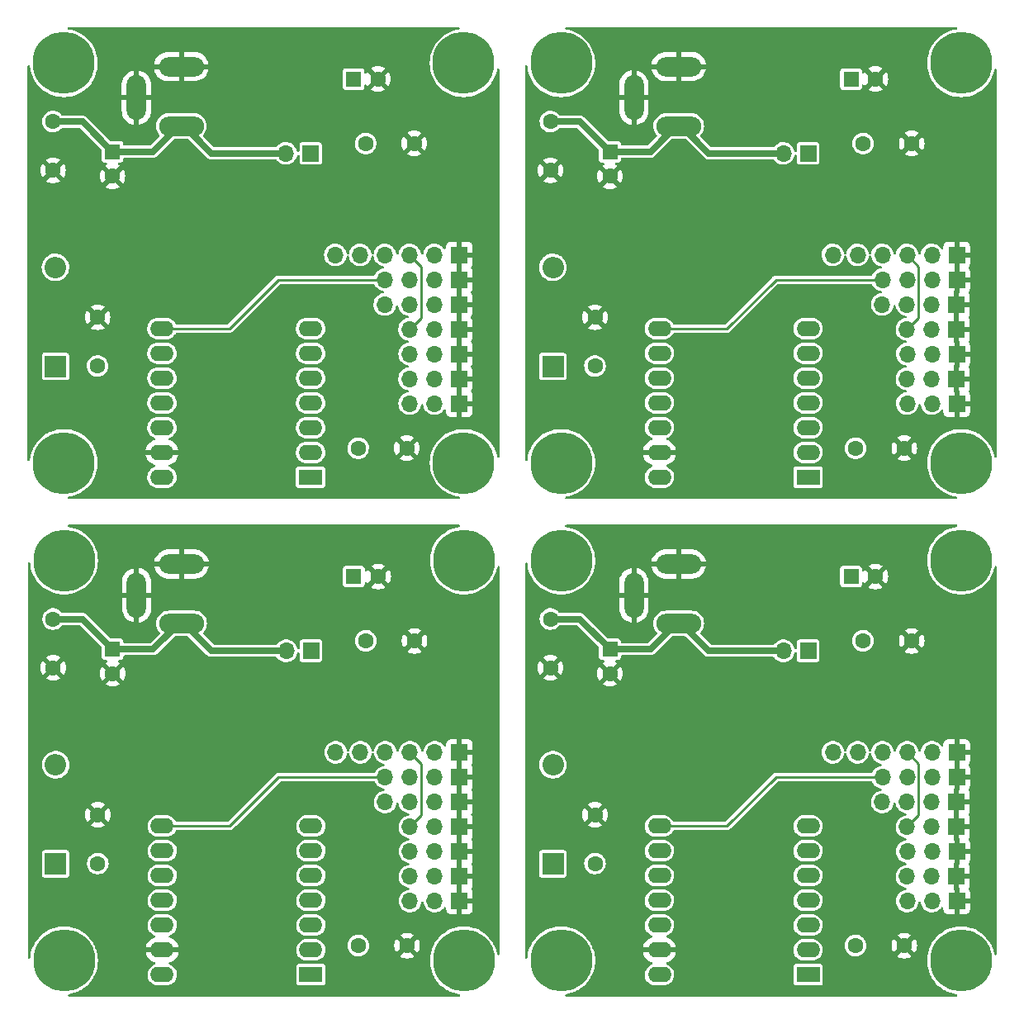
<source format=gbl>
%MOIN*%
%OFA0B0*%
%FSLAX46Y46*%
%IPPOS*%
%LPD*%
%ADD10R,0.066929133858267723X0.066929133858267723*%
%ADD11O,0.066929133858267723X0.066929133858267723*%
%ADD12C,0.25*%
%ADD13C,0.062992125984251982*%
%ADD14R,0.062992125984251982X0.062992125984251982*%
%ADD15O,0.18110236220472439X0.07874015748031496*%
%ADD16O,0.07874015748031496X0.18110236220472439*%
%ADD17R,0.094488188976377951X0.062992125984251982*%
%ADD18O,0.094488188976377951X0.062992125984251982*%
%ADD19R,0.086614173228346469X0.086614173228346469*%
%ADD20O,0.086614173228346469X0.086614173228346469*%
%ADD21C,0.035*%
%ADD22C,0.01*%
%ADD23C,0.025*%
%ADD34R,0.066929133858267723X0.066929133858267723*%
%ADD35O,0.066929133858267723X0.066929133858267723*%
%ADD36C,0.25*%
%ADD37C,0.062992125984251982*%
%ADD38R,0.062992125984251982X0.062992125984251982*%
%ADD39O,0.18110236220472439X0.07874015748031496*%
%ADD40O,0.07874015748031496X0.18110236220472439*%
%ADD41R,0.094488188976377951X0.062992125984251982*%
%ADD42O,0.094488188976377951X0.062992125984251982*%
%ADD43R,0.086614173228346469X0.086614173228346469*%
%ADD44O,0.086614173228346469X0.086614173228346469*%
%ADD45C,0.035*%
%ADD46C,0.01*%
%ADD47C,0.025*%
%ADD48R,0.066929133858267723X0.066929133858267723*%
%ADD49O,0.066929133858267723X0.066929133858267723*%
%ADD50C,0.25*%
%ADD51C,0.062992125984251982*%
%ADD52R,0.062992125984251982X0.062992125984251982*%
%ADD53O,0.18110236220472439X0.07874015748031496*%
%ADD54O,0.07874015748031496X0.18110236220472439*%
%ADD55R,0.094488188976377951X0.062992125984251982*%
%ADD56O,0.094488188976377951X0.062992125984251982*%
%ADD57R,0.086614173228346469X0.086614173228346469*%
%ADD58O,0.086614173228346469X0.086614173228346469*%
%ADD59C,0.035*%
%ADD60C,0.01*%
%ADD61C,0.025*%
%ADD62R,0.066929133858267723X0.066929133858267723*%
%ADD63O,0.066929133858267723X0.066929133858267723*%
%ADD64C,0.25*%
%ADD65C,0.062992125984251982*%
%ADD66R,0.062992125984251982X0.062992125984251982*%
%ADD67O,0.18110236220472439X0.07874015748031496*%
%ADD68O,0.07874015748031496X0.18110236220472439*%
%ADD69R,0.094488188976377951X0.062992125984251982*%
%ADD70O,0.094488188976377951X0.062992125984251982*%
%ADD71R,0.086614173228346469X0.086614173228346469*%
%ADD72O,0.086614173228346469X0.086614173228346469*%
%ADD73C,0.035*%
%ADD74C,0.01*%
%ADD75C,0.025*%
G01*
D10*
X0000000999Y0001929133D02*
X0001754829Y0000597500D03*
D11*
X0001654829Y0000597500D03*
X0001554829Y0000597500D03*
D12*
X0000158480Y0001771653D03*
X0001772653Y0001771653D03*
X0001772653Y0000157480D03*
D10*
X0001754829Y0000397500D03*
D11*
X0001654829Y0000397500D03*
X0001554829Y0000397500D03*
D10*
X0001754239Y0000497500D03*
D11*
X0001654239Y0000497500D03*
X0001554239Y0000497500D03*
D13*
X0000294829Y0000549075D03*
X0000294829Y0000745925D03*
D12*
X0000158480Y0000157480D03*
D14*
X0000354829Y0001414051D03*
D13*
X0000354829Y0001315625D03*
D14*
X0001328279Y0001707500D03*
D13*
X0001426704Y0001707500D03*
D15*
X0000632782Y0001517976D03*
X0000632782Y0001758133D03*
D16*
X0000451680Y0001632149D03*
D10*
X0001754829Y0000997500D03*
D11*
X0001654829Y0000997500D03*
X0001554829Y0000997500D03*
X0001454829Y0000997500D03*
X0001354829Y0000997500D03*
X0001254829Y0000997500D03*
D13*
X0000114829Y0001535925D03*
X0000114829Y0001339075D03*
D10*
X0001754239Y0000697500D03*
D11*
X0001654239Y0000697500D03*
X0001554239Y0000697500D03*
D10*
X0001754436Y0000797500D03*
D11*
X0001654436Y0000797500D03*
X0001554436Y0000797500D03*
X0001454436Y0000797500D03*
D10*
X0001155026Y0001407500D03*
D11*
X0001055026Y0001407500D03*
D13*
X0001346404Y0000217500D03*
X0001543255Y0000217500D03*
D17*
X0001154829Y0000100500D03*
D18*
X0001154829Y0000200500D03*
X0001154829Y0000300500D03*
X0001154829Y0000400500D03*
X0001154829Y0000500500D03*
X0001154829Y0000600500D03*
X0001154829Y0000700500D03*
X0000554829Y0000700500D03*
X0000554829Y0000600500D03*
X0000554829Y0000500500D03*
X0000554829Y0000400500D03*
X0000554829Y0000300500D03*
X0000554829Y0000200500D03*
X0000554829Y0000100500D03*
D13*
X0001376404Y0001447500D03*
X0001573255Y0001447500D03*
D10*
X0001754829Y0000897500D03*
D11*
X0001654829Y0000897500D03*
X0001554829Y0000897500D03*
X0001454829Y0000897500D03*
D19*
X0000124829Y0000547500D03*
D20*
X0000124829Y0000947500D03*
D21*
X0000844829Y0001597500D03*
D22*
X0001600881Y0000744142D02*
X0001600881Y0000871449D01*
X0001554239Y0000697500D02*
X0001600881Y0000744142D01*
X0001601275Y0000951055D02*
X0001554829Y0000997500D01*
X0001601275Y0000871842D02*
X0001601275Y0000951055D01*
X0001600881Y0000871449D02*
X0001601275Y0000871842D01*
X0001024829Y0000897500D02*
X0000827829Y0000700500D01*
X0001454829Y0000897500D02*
X0001024829Y0000897500D01*
X0000827829Y0000700500D02*
X0000554829Y0000700500D01*
D23*
X0000232955Y0001535925D02*
X0000354829Y0001414051D01*
X0000114829Y0001535925D02*
X0000232955Y0001535925D01*
X0000753924Y0001407500D02*
X0000632782Y0001528642D01*
X0000354829Y0001414051D02*
X0000518191Y0001414051D01*
X0000518191Y0001414051D02*
X0000632782Y0001528642D01*
X0001055026Y0001407500D02*
X0000753924Y0001407500D01*
G36*
X0001754939Y0001916346D02*
G01*
X0001756769Y0001914233D01*
X0001757167Y0001911467D01*
X0001756006Y0001908924D01*
X0001753654Y0001907413D01*
X0001753033Y0001907273D01*
X0001744126Y0001905862D01*
X0001730253Y0001902145D01*
X0001716846Y0001896999D01*
X0001716730Y0001896940D01*
X0001704165Y0001890537D01*
X0001704165Y0001890537D01*
X0001704049Y0001890478D01*
X0001692004Y0001882656D01*
X0001680843Y0001873618D01*
X0001670688Y0001863463D01*
X0001661650Y0001852302D01*
X0001653828Y0001840257D01*
X0001647308Y0001827460D01*
X0001647261Y0001827339D01*
X0001643442Y0001817390D01*
X0001642161Y0001814053D01*
X0001638444Y0001800180D01*
X0001637669Y0001795291D01*
X0001636415Y0001787374D01*
X0001636197Y0001785995D01*
X0001635445Y0001771653D01*
X0001636197Y0001757311D01*
X0001636217Y0001757183D01*
X0001636217Y0001757183D01*
X0001636981Y0001752359D01*
X0001638444Y0001743126D01*
X0001642161Y0001729254D01*
X0001647308Y0001715846D01*
X0001647367Y0001715730D01*
X0001653524Y0001703646D01*
X0001653828Y0001703049D01*
X0001653898Y0001702940D01*
X0001653898Y0001702940D01*
X0001656537Y0001698877D01*
X0001661650Y0001691004D01*
X0001670688Y0001679843D01*
X0001680843Y0001669688D01*
X0001692004Y0001660650D01*
X0001704049Y0001652828D01*
X0001704165Y0001652769D01*
X0001704165Y0001652769D01*
X0001716730Y0001646367D01*
X0001716846Y0001646308D01*
X0001730253Y0001641161D01*
X0001744126Y0001637444D01*
X0001751668Y0001636249D01*
X0001758183Y0001635217D01*
X0001758183Y0001635217D01*
X0001758311Y0001635197D01*
X0001772653Y0001634445D01*
X0001786995Y0001635197D01*
X0001787123Y0001635217D01*
X0001787123Y0001635217D01*
X0001793638Y0001636249D01*
X0001801180Y0001637444D01*
X0001815053Y0001641161D01*
X0001828460Y0001646308D01*
X0001828576Y0001646367D01*
X0001841141Y0001652769D01*
X0001841141Y0001652769D01*
X0001841257Y0001652828D01*
X0001853302Y0001660650D01*
X0001864463Y0001669688D01*
X0001874618Y0001679843D01*
X0001883656Y0001691004D01*
X0001888769Y0001698877D01*
X0001891408Y0001702940D01*
X0001891408Y0001702940D01*
X0001891478Y0001703049D01*
X0001891782Y0001703646D01*
X0001897940Y0001715730D01*
X0001897998Y0001715846D01*
X0001903145Y0001729254D01*
X0001906862Y0001743126D01*
X0001907273Y0001745719D01*
X0001908470Y0001748245D01*
X0001910843Y0001749722D01*
X0001913638Y0001749682D01*
X0001915968Y0001748138D01*
X0001917092Y0001745579D01*
X0001917133Y0001744943D01*
X0001917133Y0000184190D01*
X0001916346Y0000181508D01*
X0001914233Y0000179677D01*
X0001911467Y0000179280D01*
X0001908924Y0000180441D01*
X0001907413Y0000182792D01*
X0001907273Y0000183414D01*
X0001906883Y0000185878D01*
X0001906883Y0000185879D01*
X0001906862Y0000186007D01*
X0001903145Y0000199879D01*
X0001897998Y0000213287D01*
X0001896044Y0000217123D01*
X0001891537Y0000225968D01*
X0001891537Y0000225968D01*
X0001891478Y0000226084D01*
X0001891363Y0000226261D01*
X0001884298Y0000237140D01*
X0001883656Y0000238128D01*
X0001874618Y0000249290D01*
X0001864463Y0000259445D01*
X0001853302Y0000268483D01*
X0001843089Y0000275115D01*
X0001841366Y0000276234D01*
X0001841366Y0000276234D01*
X0001841257Y0000276305D01*
X0001841141Y0000276364D01*
X0001841141Y0000276364D01*
X0001828576Y0000282766D01*
X0001828460Y0000282825D01*
X0001815053Y0000287972D01*
X0001801180Y0000291689D01*
X0001793638Y0000292884D01*
X0001787123Y0000293916D01*
X0001787123Y0000293916D01*
X0001786995Y0000293936D01*
X0001772653Y0000294687D01*
X0001758311Y0000293936D01*
X0001758183Y0000293916D01*
X0001758183Y0000293916D01*
X0001751668Y0000292884D01*
X0001744126Y0000291689D01*
X0001730253Y0000287972D01*
X0001716846Y0000282825D01*
X0001716730Y0000282766D01*
X0001704165Y0000276364D01*
X0001704165Y0000276364D01*
X0001704049Y0000276305D01*
X0001703940Y0000276234D01*
X0001703940Y0000276234D01*
X0001702217Y0000275115D01*
X0001692004Y0000268483D01*
X0001680843Y0000259445D01*
X0001670688Y0000249290D01*
X0001661650Y0000238128D01*
X0001661008Y0000237140D01*
X0001653943Y0000226261D01*
X0001653828Y0000226084D01*
X0001653769Y0000225968D01*
X0001653769Y0000225968D01*
X0001649262Y0000217123D01*
X0001647308Y0000213287D01*
X0001642161Y0000199879D01*
X0001638444Y0000186007D01*
X0001637562Y0000180441D01*
X0001636246Y0000172129D01*
X0001636197Y0000171822D01*
X0001635445Y0000157480D01*
X0001636197Y0000143138D01*
X0001636217Y0000143010D01*
X0001636217Y0000143010D01*
X0001637249Y0000136495D01*
X0001638444Y0000128953D01*
X0001642161Y0000115080D01*
X0001647308Y0000101672D01*
X0001647367Y0000101557D01*
X0001653061Y0000090381D01*
X0001653828Y0000088876D01*
X0001661650Y0000076831D01*
X0001670688Y0000065670D01*
X0001680843Y0000055515D01*
X0001692004Y0000046476D01*
X0001704049Y0000038654D01*
X0001704165Y0000038596D01*
X0001704165Y0000038595D01*
X0001708243Y0000036517D01*
X0001716846Y0000032134D01*
X0001730253Y0000026988D01*
X0001744126Y0000023270D01*
X0001753033Y0000021860D01*
X0001755559Y0000020662D01*
X0001757036Y0000018290D01*
X0001756996Y0000015495D01*
X0001755452Y0000013165D01*
X0001752893Y0000012040D01*
X0001752257Y0000012000D01*
X0000178876Y0000012000D01*
X0000176194Y0000012787D01*
X0000174364Y0000014899D01*
X0000173966Y0000017666D01*
X0000175127Y0000020209D01*
X0000177478Y0000021720D01*
X0000178100Y0000021860D01*
X0000187007Y0000023270D01*
X0000200879Y0000026988D01*
X0000214287Y0000032134D01*
X0000222889Y0000036517D01*
X0000226968Y0000038595D01*
X0000226968Y0000038596D01*
X0000227084Y0000038654D01*
X0000239128Y0000046476D01*
X0000250290Y0000055515D01*
X0000260445Y0000065670D01*
X0000269483Y0000076831D01*
X0000277305Y0000088876D01*
X0000278072Y0000090381D01*
X0000283766Y0000101557D01*
X0000283825Y0000101672D01*
X0000288972Y0000115080D01*
X0000292689Y0000128953D01*
X0000293884Y0000136495D01*
X0000294916Y0000143010D01*
X0000294916Y0000143010D01*
X0000294936Y0000143138D01*
X0000295687Y0000157480D01*
X0000294936Y0000171822D01*
X0000294887Y0000172129D01*
X0000293571Y0000180441D01*
X0000292689Y0000186007D01*
X0000291617Y0000190007D01*
X0000488580Y0000190007D01*
X0000490450Y0000183029D01*
X0000490598Y0000182624D01*
X0000494223Y0000174850D01*
X0000494438Y0000174476D01*
X0000499358Y0000167450D01*
X0000499636Y0000167119D01*
X0000505701Y0000161055D01*
X0000506032Y0000160777D01*
X0000513058Y0000155857D01*
X0000513431Y0000155641D01*
X0000521205Y0000152016D01*
X0000521611Y0000151869D01*
X0000524389Y0000151124D01*
X0000526775Y0000149670D01*
X0000527997Y0000147155D01*
X0000527665Y0000144380D01*
X0000525885Y0000142225D01*
X0000524501Y0000141573D01*
X0000522848Y0000141088D01*
X0000522638Y0000140980D01*
X0000522638Y0000140980D01*
X0000515675Y0000137394D01*
X0000515675Y0000137394D01*
X0000515466Y0000137286D01*
X0000508936Y0000132156D01*
X0000508781Y0000131978D01*
X0000508781Y0000131978D01*
X0000506156Y0000128953D01*
X0000503493Y0000125885D01*
X0000503375Y0000125681D01*
X0000503375Y0000125681D01*
X0000501526Y0000122483D01*
X0000499335Y0000118697D01*
X0000496611Y0000110853D01*
X0000495420Y0000102636D01*
X0000495804Y0000094341D01*
X0000495859Y0000094112D01*
X0000497147Y0000088767D01*
X0000497749Y0000086268D01*
X0000501186Y0000078709D01*
X0000505990Y0000071937D01*
X0000511989Y0000066195D01*
X0000518964Y0000061691D01*
X0000519184Y0000061602D01*
X0000526447Y0000058675D01*
X0000526447Y0000058675D01*
X0000526666Y0000058587D01*
X0000530748Y0000057790D01*
X0000534641Y0000057029D01*
X0000534641Y0000057029D01*
X0000534816Y0000056995D01*
X0000535034Y0000056984D01*
X0000572652Y0000056984D01*
X0000578844Y0000057575D01*
X0000586811Y0000059913D01*
X0000590388Y0000061755D01*
X0000593984Y0000063607D01*
X0000593984Y0000063607D01*
X0000594193Y0000063715D01*
X0000598654Y0000067218D01*
X0001095566Y0000067218D01*
X0001095617Y0000066790D01*
X0001095644Y0000066562D01*
X0001095690Y0000066170D01*
X0001097508Y0000062078D01*
X0001099089Y0000060500D01*
X0001100353Y0000059238D01*
X0001100353Y0000059238D01*
X0001100677Y0000058915D01*
X0001104772Y0000057104D01*
X0001105800Y0000056984D01*
X0001203859Y0000056984D01*
X0001204288Y0000057035D01*
X0001204538Y0000057065D01*
X0001204538Y0000057065D01*
X0001204907Y0000057109D01*
X0001209000Y0000058927D01*
X0001211670Y0000061602D01*
X0001211839Y0000061772D01*
X0001211839Y0000061772D01*
X0001212163Y0000062096D01*
X0001213973Y0000066191D01*
X0001214093Y0000067218D01*
X0001214093Y0000133782D01*
X0001214042Y0000134211D01*
X0001214013Y0000134461D01*
X0001214012Y0000134461D01*
X0001213969Y0000134830D01*
X0001212151Y0000138922D01*
X0001210570Y0000140500D01*
X0001209306Y0000141762D01*
X0001209306Y0000141762D01*
X0001208982Y0000142086D01*
X0001204887Y0000143896D01*
X0001203859Y0000144016D01*
X0001105800Y0000144016D01*
X0001105371Y0000143965D01*
X0001105121Y0000143935D01*
X0001105121Y0000143935D01*
X0001104752Y0000143891D01*
X0001100659Y0000142074D01*
X0001099742Y0000141154D01*
X0001097820Y0000139229D01*
X0001097820Y0000139229D01*
X0001097496Y0000138905D01*
X0001095685Y0000134809D01*
X0001095566Y0000133782D01*
X0001095566Y0000067218D01*
X0000598654Y0000067218D01*
X0000600723Y0000068844D01*
X0000600878Y0000069022D01*
X0000600878Y0000069022D01*
X0000606011Y0000074937D01*
X0000606165Y0000075116D01*
X0000606284Y0000075320D01*
X0000606284Y0000075320D01*
X0000610205Y0000082098D01*
X0000610324Y0000082303D01*
X0000613047Y0000090147D01*
X0000614239Y0000098365D01*
X0000613855Y0000106660D01*
X0000612844Y0000110853D01*
X0000611965Y0000114502D01*
X0000611965Y0000114502D01*
X0000611910Y0000114732D01*
X0000611807Y0000114959D01*
X0000608570Y0000122076D01*
X0000608473Y0000122291D01*
X0000603669Y0000129064D01*
X0000597670Y0000134806D01*
X0000590695Y0000139310D01*
X0000584691Y0000141729D01*
X0000582498Y0000143462D01*
X0000581590Y0000146106D01*
X0000582255Y0000148821D01*
X0000584282Y0000150745D01*
X0000585261Y0000151122D01*
X0000588048Y0000151869D01*
X0000588454Y0000152016D01*
X0000596228Y0000155641D01*
X0000596601Y0000155857D01*
X0000603627Y0000160777D01*
X0000603958Y0000161055D01*
X0000610023Y0000167119D01*
X0000610301Y0000167450D01*
X0000615220Y0000174476D01*
X0000615436Y0000174850D01*
X0000619061Y0000182624D01*
X0000619209Y0000183029D01*
X0000621026Y0000189811D01*
X0000621013Y0000190366D01*
X0000620700Y0000190500D01*
X0000489161Y0000190500D01*
X0000488629Y0000190344D01*
X0000488580Y0000190007D01*
X0000291617Y0000190007D01*
X0000288972Y0000199879D01*
X0000287914Y0000202636D01*
X0001095420Y0000202636D01*
X0001095804Y0000194341D01*
X0001095859Y0000194112D01*
X0001097101Y0000188959D01*
X0001097749Y0000186268D01*
X0001097847Y0000186054D01*
X0001097847Y0000186053D01*
X0001099330Y0000182792D01*
X0001101186Y0000178709D01*
X0001105990Y0000171937D01*
X0001111989Y0000166195D01*
X0001118964Y0000161690D01*
X0001121231Y0000160777D01*
X0001126447Y0000158675D01*
X0001126447Y0000158675D01*
X0001126666Y0000158587D01*
X0001130748Y0000157790D01*
X0001134641Y0000157029D01*
X0001134641Y0000157029D01*
X0001134816Y0000156995D01*
X0001135034Y0000156984D01*
X0001172652Y0000156984D01*
X0001178844Y0000157575D01*
X0001186811Y0000159913D01*
X0001187021Y0000160021D01*
X0001193984Y0000163607D01*
X0001193984Y0000163607D01*
X0001194193Y0000163715D01*
X0001200723Y0000168844D01*
X0001200878Y0000169022D01*
X0001200878Y0000169022D01*
X0001206011Y0000174937D01*
X0001206165Y0000175115D01*
X0001206284Y0000175320D01*
X0001206284Y0000175320D01*
X0001210205Y0000182098D01*
X0001210324Y0000182303D01*
X0001213047Y0000190147D01*
X0001213099Y0000190500D01*
X0001214205Y0000198131D01*
X0001214205Y0000198131D01*
X0001214239Y0000198365D01*
X0001213855Y0000206660D01*
X0001213753Y0000207083D01*
X0001211965Y0000214502D01*
X0001211965Y0000214502D01*
X0001211910Y0000214732D01*
X0001211757Y0000215068D01*
X0001210131Y0000218644D01*
X0001302717Y0000218644D01*
X0001303240Y0000210664D01*
X0001303296Y0000210443D01*
X0001303296Y0000210443D01*
X0001304150Y0000207083D01*
X0001305209Y0000202912D01*
X0001305304Y0000202706D01*
X0001306665Y0000199754D01*
X0001308557Y0000195649D01*
X0001313173Y0000189118D01*
X0001318902Y0000183537D01*
X0001319090Y0000183411D01*
X0001319091Y0000183411D01*
X0001323536Y0000180441D01*
X0001325551Y0000179094D01*
X0001325760Y0000179004D01*
X0001325760Y0000179004D01*
X0001329084Y0000177576D01*
X0001332900Y0000175937D01*
X0001335627Y0000175320D01*
X0001340478Y0000174222D01*
X0001340478Y0000174222D01*
X0001340700Y0000174172D01*
X0001340927Y0000174163D01*
X0001340927Y0000174163D01*
X0001343247Y0000174072D01*
X0001348691Y0000173858D01*
X0001353338Y0000174532D01*
X0001354788Y0000174742D01*
X0001514849Y0000174742D01*
X0001515215Y0000174269D01*
X0001517231Y0000172857D01*
X0001517605Y0000172641D01*
X0001525379Y0000169016D01*
X0001525784Y0000168869D01*
X0001534069Y0000166649D01*
X0001534494Y0000166574D01*
X0001543039Y0000165826D01*
X0001543470Y0000165826D01*
X0001552015Y0000166574D01*
X0001552440Y0000166649D01*
X0001560726Y0000168869D01*
X0001561131Y0000169016D01*
X0001568905Y0000172641D01*
X0001569279Y0000172857D01*
X0001571327Y0000174292D01*
X0001571657Y0000174704D01*
X0001571379Y0000175234D01*
X0001543759Y0000202854D01*
X0001543210Y0000203153D01*
X0001543138Y0000203148D01*
X0001542877Y0000202981D01*
X0001515102Y0000175205D01*
X0001514849Y0000174742D01*
X0001354788Y0000174742D01*
X0001356381Y0000174973D01*
X0001356381Y0000174973D01*
X0001356606Y0000175005D01*
X0001356822Y0000175079D01*
X0001356822Y0000175079D01*
X0001363964Y0000177503D01*
X0001363965Y0000177503D01*
X0001364180Y0000177576D01*
X0001371157Y0000181484D01*
X0001377306Y0000186598D01*
X0001382420Y0000192747D01*
X0001386328Y0000199725D01*
X0001386422Y0000200001D01*
X0001388826Y0000207083D01*
X0001388826Y0000207083D01*
X0001388899Y0000207298D01*
X0001390047Y0000215213D01*
X0001390101Y0000217285D01*
X0001491581Y0000217285D01*
X0001492328Y0000208740D01*
X0001492403Y0000208315D01*
X0001494623Y0000200029D01*
X0001494771Y0000199624D01*
X0001498396Y0000191850D01*
X0001498612Y0000191476D01*
X0001500046Y0000189427D01*
X0001500459Y0000189098D01*
X0001500988Y0000189376D01*
X0001528608Y0000216996D01*
X0001528859Y0000217456D01*
X0001557601Y0000217456D01*
X0001557607Y0000217383D01*
X0001557774Y0000217123D01*
X0001585549Y0000189348D01*
X0001586013Y0000189094D01*
X0001586486Y0000189460D01*
X0001587898Y0000191476D01*
X0001588113Y0000191850D01*
X0001591739Y0000199624D01*
X0001591886Y0000200029D01*
X0001594106Y0000208315D01*
X0001594181Y0000208740D01*
X0001594929Y0000217285D01*
X0001594929Y0000217716D01*
X0001594181Y0000226261D01*
X0001594106Y0000226686D01*
X0001591886Y0000234971D01*
X0001591739Y0000235376D01*
X0001588113Y0000243150D01*
X0001587898Y0000243524D01*
X0001586463Y0000245573D01*
X0001586050Y0000245903D01*
X0001585521Y0000245624D01*
X0001557901Y0000218005D01*
X0001557601Y0000217456D01*
X0001528859Y0000217456D01*
X0001528908Y0000217545D01*
X0001528903Y0000217617D01*
X0001528735Y0000217877D01*
X0001500960Y0000245653D01*
X0001500496Y0000245906D01*
X0001500023Y0000245540D01*
X0001498612Y0000243524D01*
X0001498396Y0000243150D01*
X0001494771Y0000235376D01*
X0001494623Y0000234971D01*
X0001492403Y0000226686D01*
X0001492328Y0000226261D01*
X0001491581Y0000217716D01*
X0001491581Y0000217285D01*
X0001390101Y0000217285D01*
X0001390106Y0000217500D01*
X0001389375Y0000225464D01*
X0001387204Y0000233162D01*
X0001383666Y0000240335D01*
X0001379779Y0000245540D01*
X0001379017Y0000246561D01*
X0001379017Y0000246561D01*
X0001378881Y0000246743D01*
X0001378165Y0000247404D01*
X0001373175Y0000252017D01*
X0001373175Y0000252017D01*
X0001373008Y0000252171D01*
X0001368692Y0000254895D01*
X0001366437Y0000256318D01*
X0001366437Y0000256318D01*
X0001366245Y0000256439D01*
X0001358816Y0000259403D01*
X0001354326Y0000260296D01*
X0001514852Y0000260296D01*
X0001515130Y0000259767D01*
X0001542750Y0000232147D01*
X0001543299Y0000231847D01*
X0001543371Y0000231852D01*
X0001543632Y0000232019D01*
X0001571407Y0000259795D01*
X0001571660Y0000260259D01*
X0001571294Y0000260732D01*
X0001569279Y0000262143D01*
X0001568905Y0000262359D01*
X0001561131Y0000265984D01*
X0001560726Y0000266132D01*
X0001552440Y0000268352D01*
X0001552015Y0000268427D01*
X0001543470Y0000269174D01*
X0001543039Y0000269174D01*
X0001534494Y0000268427D01*
X0001534069Y0000268352D01*
X0001525784Y0000266132D01*
X0001525379Y0000265984D01*
X0001517605Y0000262359D01*
X0001517231Y0000262143D01*
X0001515182Y0000260708D01*
X0001514852Y0000260296D01*
X0001354326Y0000260296D01*
X0001350972Y0000260963D01*
X0001350745Y0000260966D01*
X0001350745Y0000260966D01*
X0001346749Y0000261018D01*
X0001342975Y0000261068D01*
X0001342751Y0000261029D01*
X0001342751Y0000261029D01*
X0001335318Y0000259752D01*
X0001335093Y0000259713D01*
X0001327590Y0000256945D01*
X0001320717Y0000252856D01*
X0001314704Y0000247583D01*
X0001309753Y0000241302D01*
X0001309647Y0000241101D01*
X0001309647Y0000241101D01*
X0001309243Y0000240335D01*
X0001306029Y0000234224D01*
X0001303657Y0000226586D01*
X0001302717Y0000218644D01*
X0001210131Y0000218644D01*
X0001208570Y0000222076D01*
X0001208473Y0000222291D01*
X0001203669Y0000229064D01*
X0001197670Y0000234806D01*
X0001190695Y0000239310D01*
X0001186551Y0000240980D01*
X0001183212Y0000242325D01*
X0001183212Y0000242325D01*
X0001182993Y0000242414D01*
X0001177813Y0000243425D01*
X0001175018Y0000243971D01*
X0001175018Y0000243971D01*
X0001174843Y0000244005D01*
X0001174625Y0000244016D01*
X0001137007Y0000244016D01*
X0001130815Y0000243425D01*
X0001122848Y0000241088D01*
X0001122638Y0000240980D01*
X0001122638Y0000240980D01*
X0001115675Y0000237394D01*
X0001115675Y0000237394D01*
X0001115466Y0000237286D01*
X0001108936Y0000232156D01*
X0001108781Y0000231978D01*
X0001108781Y0000231978D01*
X0001106085Y0000228871D01*
X0001103493Y0000225885D01*
X0001103375Y0000225681D01*
X0001103375Y0000225681D01*
X0001103119Y0000225238D01*
X0001099335Y0000218697D01*
X0001096611Y0000210853D01*
X0001096578Y0000210620D01*
X0001096578Y0000210620D01*
X0001095460Y0000202912D01*
X0001095420Y0000202636D01*
X0000287914Y0000202636D01*
X0000284631Y0000211189D01*
X0000488633Y0000211189D01*
X0000488646Y0000210634D01*
X0000488959Y0000210500D01*
X0000620497Y0000210500D01*
X0000621030Y0000210657D01*
X0000621079Y0000210993D01*
X0000619209Y0000217971D01*
X0000619061Y0000218376D01*
X0000615436Y0000226150D01*
X0000615220Y0000226524D01*
X0000610301Y0000233550D01*
X0000610023Y0000233881D01*
X0000603958Y0000239946D01*
X0000603627Y0000240223D01*
X0000596601Y0000245143D01*
X0000596228Y0000245359D01*
X0000588454Y0000248984D01*
X0000588048Y0000249132D01*
X0000585270Y0000249876D01*
X0000582884Y0000251331D01*
X0000581662Y0000253845D01*
X0000581994Y0000256620D01*
X0000583774Y0000258776D01*
X0000585158Y0000259428D01*
X0000585217Y0000259445D01*
X0000586811Y0000259913D01*
X0000588401Y0000260732D01*
X0000593984Y0000263607D01*
X0000593984Y0000263607D01*
X0000594193Y0000263715D01*
X0000600723Y0000268844D01*
X0000600878Y0000269022D01*
X0000600878Y0000269022D01*
X0000606011Y0000274937D01*
X0000606165Y0000275115D01*
X0000606284Y0000275320D01*
X0000606284Y0000275320D01*
X0000610205Y0000282098D01*
X0000610324Y0000282303D01*
X0000613047Y0000290147D01*
X0000613266Y0000291656D01*
X0000614205Y0000298131D01*
X0000614205Y0000298131D01*
X0000614239Y0000298365D01*
X0000614041Y0000302636D01*
X0001095420Y0000302636D01*
X0001095804Y0000294341D01*
X0001097749Y0000286268D01*
X0001101186Y0000278709D01*
X0001105990Y0000271937D01*
X0001111989Y0000266195D01*
X0001118964Y0000261690D01*
X0001119184Y0000261602D01*
X0001126447Y0000258675D01*
X0001126447Y0000258675D01*
X0001126666Y0000258587D01*
X0001130748Y0000257790D01*
X0001134641Y0000257029D01*
X0001134641Y0000257029D01*
X0001134816Y0000256995D01*
X0001135034Y0000256984D01*
X0001172652Y0000256984D01*
X0001178844Y0000257575D01*
X0001186811Y0000259913D01*
X0001188401Y0000260732D01*
X0001193984Y0000263607D01*
X0001193984Y0000263607D01*
X0001194193Y0000263715D01*
X0001200723Y0000268844D01*
X0001200878Y0000269022D01*
X0001200878Y0000269022D01*
X0001206011Y0000274937D01*
X0001206165Y0000275115D01*
X0001206284Y0000275320D01*
X0001206284Y0000275320D01*
X0001210205Y0000282098D01*
X0001210324Y0000282303D01*
X0001213047Y0000290147D01*
X0001213266Y0000291656D01*
X0001214205Y0000298131D01*
X0001214205Y0000298131D01*
X0001214239Y0000298365D01*
X0001213855Y0000306660D01*
X0001212844Y0000310853D01*
X0001211965Y0000314502D01*
X0001211965Y0000314502D01*
X0001211910Y0000314732D01*
X0001208473Y0000322291D01*
X0001203669Y0000329064D01*
X0001197670Y0000334806D01*
X0001190695Y0000339310D01*
X0001186551Y0000340980D01*
X0001183212Y0000342325D01*
X0001183212Y0000342325D01*
X0001182993Y0000342414D01*
X0001177813Y0000343425D01*
X0001175018Y0000343971D01*
X0001175018Y0000343971D01*
X0001174843Y0000344005D01*
X0001174625Y0000344016D01*
X0001137007Y0000344016D01*
X0001130815Y0000343425D01*
X0001122848Y0000341088D01*
X0001122638Y0000340980D01*
X0001122638Y0000340980D01*
X0001115675Y0000337394D01*
X0001115675Y0000337394D01*
X0001115466Y0000337286D01*
X0001108936Y0000332156D01*
X0001108781Y0000331978D01*
X0001108781Y0000331978D01*
X0001106085Y0000328871D01*
X0001103493Y0000325885D01*
X0001103375Y0000325681D01*
X0001103375Y0000325681D01*
X0001101526Y0000322483D01*
X0001099335Y0000318697D01*
X0001096611Y0000310853D01*
X0001095420Y0000302636D01*
X0000614041Y0000302636D01*
X0000613855Y0000306660D01*
X0000612844Y0000310853D01*
X0000611965Y0000314502D01*
X0000611965Y0000314502D01*
X0000611910Y0000314732D01*
X0000608473Y0000322291D01*
X0000603669Y0000329064D01*
X0000597670Y0000334806D01*
X0000590695Y0000339310D01*
X0000586551Y0000340980D01*
X0000583212Y0000342325D01*
X0000583212Y0000342325D01*
X0000582993Y0000342414D01*
X0000577813Y0000343425D01*
X0000575018Y0000343971D01*
X0000575018Y0000343971D01*
X0000574843Y0000344005D01*
X0000574625Y0000344016D01*
X0000537007Y0000344016D01*
X0000530815Y0000343425D01*
X0000522848Y0000341088D01*
X0000522638Y0000340980D01*
X0000522638Y0000340980D01*
X0000515675Y0000337394D01*
X0000515675Y0000337394D01*
X0000515466Y0000337286D01*
X0000508936Y0000332156D01*
X0000508781Y0000331978D01*
X0000508781Y0000331978D01*
X0000506085Y0000328871D01*
X0000503493Y0000325885D01*
X0000503375Y0000325681D01*
X0000503375Y0000325681D01*
X0000501526Y0000322483D01*
X0000499335Y0000318697D01*
X0000496611Y0000310853D01*
X0000495420Y0000302636D01*
X0000495804Y0000294341D01*
X0000497749Y0000286268D01*
X0000501186Y0000278709D01*
X0000505990Y0000271937D01*
X0000511989Y0000266195D01*
X0000518964Y0000261690D01*
X0000524765Y0000259353D01*
X0000524968Y0000259271D01*
X0000527161Y0000257538D01*
X0000528069Y0000254895D01*
X0000527404Y0000252180D01*
X0000525377Y0000250256D01*
X0000524398Y0000249878D01*
X0000521611Y0000249132D01*
X0000521205Y0000248984D01*
X0000513431Y0000245359D01*
X0000513058Y0000245143D01*
X0000506032Y0000240223D01*
X0000505701Y0000239946D01*
X0000499636Y0000233881D01*
X0000499358Y0000233550D01*
X0000494438Y0000226524D01*
X0000494223Y0000226150D01*
X0000490598Y0000218376D01*
X0000490450Y0000217971D01*
X0000488633Y0000211189D01*
X0000284631Y0000211189D01*
X0000283825Y0000213287D01*
X0000281871Y0000217123D01*
X0000277364Y0000225968D01*
X0000277364Y0000225968D01*
X0000277305Y0000226084D01*
X0000277190Y0000226261D01*
X0000270125Y0000237140D01*
X0000269483Y0000238128D01*
X0000260445Y0000249290D01*
X0000250290Y0000259445D01*
X0000239128Y0000268483D01*
X0000228916Y0000275115D01*
X0000227193Y0000276234D01*
X0000227193Y0000276234D01*
X0000227084Y0000276305D01*
X0000226968Y0000276364D01*
X0000226968Y0000276364D01*
X0000214403Y0000282766D01*
X0000214287Y0000282825D01*
X0000200879Y0000287972D01*
X0000187007Y0000291689D01*
X0000179465Y0000292884D01*
X0000172950Y0000293916D01*
X0000172949Y0000293916D01*
X0000172822Y0000293936D01*
X0000158480Y0000294687D01*
X0000144138Y0000293936D01*
X0000144010Y0000293916D01*
X0000144010Y0000293916D01*
X0000137495Y0000292884D01*
X0000129953Y0000291689D01*
X0000116080Y0000287972D01*
X0000102672Y0000282825D01*
X0000102557Y0000282766D01*
X0000089992Y0000276364D01*
X0000089991Y0000276364D01*
X0000089876Y0000276305D01*
X0000089767Y0000276234D01*
X0000089767Y0000276234D01*
X0000088044Y0000275115D01*
X0000077831Y0000268483D01*
X0000066670Y0000259445D01*
X0000056515Y0000249290D01*
X0000047476Y0000238128D01*
X0000046834Y0000237140D01*
X0000039769Y0000226261D01*
X0000039654Y0000226084D01*
X0000039596Y0000225968D01*
X0000039595Y0000225968D01*
X0000035089Y0000217123D01*
X0000033134Y0000213287D01*
X0000027987Y0000199879D01*
X0000024270Y0000186007D01*
X0000023389Y0000180441D01*
X0000022072Y0000172129D01*
X0000022024Y0000171822D01*
X0000022017Y0000171692D01*
X0000021914Y0000169727D01*
X0000020987Y0000167090D01*
X0000018782Y0000165372D01*
X0000015998Y0000165120D01*
X0000013520Y0000166413D01*
X0000012134Y0000168840D01*
X0000011999Y0000169986D01*
X0000011999Y0000402636D01*
X0000495420Y0000402636D01*
X0000495804Y0000394341D01*
X0000495859Y0000394112D01*
X0000497624Y0000386787D01*
X0000497749Y0000386268D01*
X0000501186Y0000378709D01*
X0000505990Y0000371937D01*
X0000511989Y0000366195D01*
X0000518964Y0000361690D01*
X0000519184Y0000361602D01*
X0000526447Y0000358675D01*
X0000526447Y0000358675D01*
X0000526666Y0000358587D01*
X0000530748Y0000357790D01*
X0000534641Y0000357029D01*
X0000534641Y0000357029D01*
X0000534816Y0000356995D01*
X0000535034Y0000356984D01*
X0000572652Y0000356984D01*
X0000578844Y0000357575D01*
X0000586811Y0000359913D01*
X0000590621Y0000361875D01*
X0000593984Y0000363607D01*
X0000593984Y0000363607D01*
X0000594193Y0000363715D01*
X0000600723Y0000368844D01*
X0000600878Y0000369022D01*
X0000600878Y0000369022D01*
X0000606011Y0000374937D01*
X0000606165Y0000375115D01*
X0000606284Y0000375320D01*
X0000606284Y0000375320D01*
X0000610205Y0000382098D01*
X0000610324Y0000382303D01*
X0000613047Y0000390147D01*
X0000613749Y0000394982D01*
X0000614205Y0000398131D01*
X0000614205Y0000398131D01*
X0000614239Y0000398365D01*
X0000614041Y0000402636D01*
X0001095420Y0000402636D01*
X0001095804Y0000394341D01*
X0001095859Y0000394112D01*
X0001097624Y0000386787D01*
X0001097749Y0000386268D01*
X0001101186Y0000378709D01*
X0001105990Y0000371937D01*
X0001111989Y0000366195D01*
X0001118964Y0000361690D01*
X0001119184Y0000361602D01*
X0001126447Y0000358675D01*
X0001126447Y0000358675D01*
X0001126666Y0000358587D01*
X0001130748Y0000357790D01*
X0001134641Y0000357029D01*
X0001134641Y0000357029D01*
X0001134816Y0000356995D01*
X0001135034Y0000356984D01*
X0001172652Y0000356984D01*
X0001178844Y0000357575D01*
X0001186811Y0000359913D01*
X0001190621Y0000361875D01*
X0001193984Y0000363607D01*
X0001193984Y0000363607D01*
X0001194193Y0000363715D01*
X0001200723Y0000368844D01*
X0001200878Y0000369022D01*
X0001200878Y0000369022D01*
X0001206011Y0000374937D01*
X0001206165Y0000375115D01*
X0001206284Y0000375320D01*
X0001206284Y0000375320D01*
X0001210205Y0000382098D01*
X0001210324Y0000382303D01*
X0001213047Y0000390147D01*
X0001213749Y0000394982D01*
X0001214205Y0000398131D01*
X0001214205Y0000398131D01*
X0001214239Y0000398365D01*
X0001213855Y0000406660D01*
X0001213610Y0000407676D01*
X0001211965Y0000414502D01*
X0001211965Y0000414502D01*
X0001211910Y0000414732D01*
X0001208473Y0000422291D01*
X0001204267Y0000428220D01*
X0001203805Y0000428871D01*
X0001203805Y0000428871D01*
X0001203669Y0000429064D01*
X0001197670Y0000434806D01*
X0001190695Y0000439310D01*
X0001188146Y0000440337D01*
X0001183212Y0000442325D01*
X0001183212Y0000442325D01*
X0001182993Y0000442414D01*
X0001177813Y0000443425D01*
X0001175018Y0000443971D01*
X0001175018Y0000443971D01*
X0001174843Y0000444005D01*
X0001174625Y0000444016D01*
X0001137007Y0000444016D01*
X0001130815Y0000443425D01*
X0001122848Y0000441088D01*
X0001122638Y0000440980D01*
X0001122638Y0000440980D01*
X0001115675Y0000437394D01*
X0001115675Y0000437394D01*
X0001115466Y0000437286D01*
X0001108936Y0000432156D01*
X0001108781Y0000431978D01*
X0001108781Y0000431978D01*
X0001105386Y0000428065D01*
X0001103493Y0000425885D01*
X0001103375Y0000425681D01*
X0001103375Y0000425681D01*
X0001099788Y0000419480D01*
X0001099335Y0000418697D01*
X0001096611Y0000410853D01*
X0001096578Y0000410620D01*
X0001096578Y0000410620D01*
X0001095454Y0000402869D01*
X0001095420Y0000402636D01*
X0000614041Y0000402636D01*
X0000613855Y0000406660D01*
X0000613610Y0000407676D01*
X0000611965Y0000414502D01*
X0000611965Y0000414502D01*
X0000611910Y0000414732D01*
X0000608473Y0000422291D01*
X0000604267Y0000428220D01*
X0000603805Y0000428871D01*
X0000603805Y0000428871D01*
X0000603669Y0000429064D01*
X0000597670Y0000434806D01*
X0000590695Y0000439310D01*
X0000588146Y0000440337D01*
X0000583212Y0000442325D01*
X0000583212Y0000442325D01*
X0000582993Y0000442414D01*
X0000577813Y0000443425D01*
X0000575018Y0000443971D01*
X0000575018Y0000443971D01*
X0000574843Y0000444005D01*
X0000574625Y0000444016D01*
X0000537007Y0000444016D01*
X0000530815Y0000443425D01*
X0000522848Y0000441088D01*
X0000522638Y0000440980D01*
X0000522638Y0000440980D01*
X0000515675Y0000437394D01*
X0000515675Y0000437394D01*
X0000515466Y0000437286D01*
X0000508936Y0000432156D01*
X0000508781Y0000431978D01*
X0000508781Y0000431978D01*
X0000505386Y0000428065D01*
X0000503493Y0000425885D01*
X0000503375Y0000425681D01*
X0000503375Y0000425681D01*
X0000499788Y0000419480D01*
X0000499335Y0000418697D01*
X0000496611Y0000410853D01*
X0000496578Y0000410620D01*
X0000496578Y0000410620D01*
X0000495454Y0000402869D01*
X0000495420Y0000402636D01*
X0000011999Y0000402636D01*
X0000011999Y0000502407D01*
X0000069503Y0000502407D01*
X0000069554Y0000501978D01*
X0000069581Y0000501751D01*
X0000069627Y0000501359D01*
X0000071445Y0000497267D01*
X0000073026Y0000495689D01*
X0000074290Y0000494427D01*
X0000074290Y0000494427D01*
X0000074614Y0000494104D01*
X0000078709Y0000492293D01*
X0000079737Y0000492173D01*
X0000169922Y0000492173D01*
X0000170351Y0000492224D01*
X0000170601Y0000492254D01*
X0000170601Y0000492254D01*
X0000170970Y0000492298D01*
X0000175062Y0000494116D01*
X0000176640Y0000495697D01*
X0000177902Y0000496961D01*
X0000177902Y0000496961D01*
X0000178226Y0000497285D01*
X0000180036Y0000501380D01*
X0000180156Y0000502407D01*
X0000180156Y0000502636D01*
X0000495420Y0000502636D01*
X0000495804Y0000494341D01*
X0000496326Y0000492173D01*
X0000497624Y0000486787D01*
X0000497749Y0000486268D01*
X0000501186Y0000478709D01*
X0000505990Y0000471937D01*
X0000511989Y0000466195D01*
X0000518964Y0000461690D01*
X0000519184Y0000461602D01*
X0000526447Y0000458675D01*
X0000526447Y0000458675D01*
X0000526666Y0000458587D01*
X0000530748Y0000457790D01*
X0000534641Y0000457029D01*
X0000534641Y0000457029D01*
X0000534816Y0000456995D01*
X0000535034Y0000456984D01*
X0000572652Y0000456984D01*
X0000578844Y0000457575D01*
X0000586811Y0000459913D01*
X0000590621Y0000461875D01*
X0000593984Y0000463607D01*
X0000593984Y0000463607D01*
X0000594193Y0000463715D01*
X0000600723Y0000468844D01*
X0000600878Y0000469022D01*
X0000600878Y0000469022D01*
X0000606011Y0000474937D01*
X0000606165Y0000475115D01*
X0000606284Y0000475320D01*
X0000606284Y0000475320D01*
X0000610205Y0000482098D01*
X0000610324Y0000482303D01*
X0000613047Y0000490147D01*
X0000613341Y0000492173D01*
X0000614205Y0000498131D01*
X0000614205Y0000498131D01*
X0000614239Y0000498365D01*
X0000614041Y0000502636D01*
X0001095420Y0000502636D01*
X0001095804Y0000494341D01*
X0001096326Y0000492173D01*
X0001097624Y0000486787D01*
X0001097749Y0000486268D01*
X0001101186Y0000478709D01*
X0001105990Y0000471937D01*
X0001111989Y0000466195D01*
X0001118964Y0000461690D01*
X0001119184Y0000461602D01*
X0001126447Y0000458675D01*
X0001126447Y0000458675D01*
X0001126666Y0000458587D01*
X0001130748Y0000457790D01*
X0001134641Y0000457029D01*
X0001134641Y0000457029D01*
X0001134816Y0000456995D01*
X0001135034Y0000456984D01*
X0001172652Y0000456984D01*
X0001178844Y0000457575D01*
X0001186811Y0000459913D01*
X0001190621Y0000461875D01*
X0001193984Y0000463607D01*
X0001193984Y0000463607D01*
X0001194193Y0000463715D01*
X0001200723Y0000468844D01*
X0001200878Y0000469022D01*
X0001200878Y0000469022D01*
X0001206011Y0000474937D01*
X0001206165Y0000475115D01*
X0001206284Y0000475320D01*
X0001206284Y0000475320D01*
X0001210205Y0000482098D01*
X0001210324Y0000482303D01*
X0001213047Y0000490147D01*
X0001213341Y0000492173D01*
X0001214205Y0000498131D01*
X0001214205Y0000498131D01*
X0001214239Y0000498365D01*
X0001213855Y0000506660D01*
X0001213662Y0000507462D01*
X0001211965Y0000514502D01*
X0001211965Y0000514502D01*
X0001211910Y0000514732D01*
X0001208473Y0000522291D01*
X0001204267Y0000528220D01*
X0001203805Y0000528871D01*
X0001203805Y0000528871D01*
X0001203669Y0000529064D01*
X0001197670Y0000534806D01*
X0001190695Y0000539310D01*
X0001188146Y0000540337D01*
X0001183212Y0000542325D01*
X0001183212Y0000542325D01*
X0001182993Y0000542414D01*
X0001177813Y0000543425D01*
X0001175018Y0000543971D01*
X0001175018Y0000543971D01*
X0001174843Y0000544005D01*
X0001174625Y0000544016D01*
X0001137007Y0000544016D01*
X0001130815Y0000543425D01*
X0001122848Y0000541088D01*
X0001122638Y0000540980D01*
X0001122638Y0000540980D01*
X0001115675Y0000537394D01*
X0001115675Y0000537394D01*
X0001115466Y0000537286D01*
X0001108936Y0000532156D01*
X0001108781Y0000531978D01*
X0001108781Y0000531978D01*
X0001104655Y0000527224D01*
X0001103493Y0000525885D01*
X0001103375Y0000525681D01*
X0001103375Y0000525681D01*
X0001099788Y0000519480D01*
X0001099335Y0000518697D01*
X0001096611Y0000510853D01*
X0001096578Y0000510620D01*
X0001096578Y0000510620D01*
X0001095454Y0000502869D01*
X0001095420Y0000502636D01*
X0000614041Y0000502636D01*
X0000613855Y0000506660D01*
X0000613662Y0000507462D01*
X0000611965Y0000514502D01*
X0000611965Y0000514502D01*
X0000611910Y0000514732D01*
X0000608473Y0000522291D01*
X0000604267Y0000528220D01*
X0000603805Y0000528871D01*
X0000603805Y0000528871D01*
X0000603669Y0000529064D01*
X0000597670Y0000534806D01*
X0000590695Y0000539310D01*
X0000588146Y0000540337D01*
X0000583212Y0000542325D01*
X0000583212Y0000542325D01*
X0000582993Y0000542414D01*
X0000577813Y0000543425D01*
X0000575018Y0000543971D01*
X0000575018Y0000543971D01*
X0000574843Y0000544005D01*
X0000574625Y0000544016D01*
X0000537007Y0000544016D01*
X0000530815Y0000543425D01*
X0000522848Y0000541088D01*
X0000522638Y0000540980D01*
X0000522638Y0000540980D01*
X0000515675Y0000537394D01*
X0000515675Y0000537394D01*
X0000515466Y0000537286D01*
X0000508936Y0000532156D01*
X0000508781Y0000531978D01*
X0000508781Y0000531978D01*
X0000504655Y0000527224D01*
X0000503493Y0000525885D01*
X0000503375Y0000525681D01*
X0000503375Y0000525681D01*
X0000499788Y0000519480D01*
X0000499335Y0000518697D01*
X0000496611Y0000510853D01*
X0000496578Y0000510620D01*
X0000496578Y0000510620D01*
X0000495454Y0000502869D01*
X0000495420Y0000502636D01*
X0000180156Y0000502636D01*
X0000180156Y0000550219D01*
X0000251142Y0000550219D01*
X0000251665Y0000542238D01*
X0000251721Y0000542018D01*
X0000251721Y0000542018D01*
X0000253353Y0000535595D01*
X0000253634Y0000534487D01*
X0000256982Y0000527224D01*
X0000261598Y0000520693D01*
X0000267327Y0000515112D01*
X0000267516Y0000514986D01*
X0000267516Y0000514986D01*
X0000272954Y0000511352D01*
X0000273977Y0000510669D01*
X0000274185Y0000510579D01*
X0000274185Y0000510579D01*
X0000277509Y0000509151D01*
X0000281325Y0000507512D01*
X0000283598Y0000506997D01*
X0000288903Y0000505797D01*
X0000288903Y0000505797D01*
X0000289125Y0000505747D01*
X0000289352Y0000505738D01*
X0000289352Y0000505738D01*
X0000291672Y0000505647D01*
X0000297117Y0000505433D01*
X0000301763Y0000506106D01*
X0000304806Y0000506548D01*
X0000304806Y0000506548D01*
X0000305032Y0000506580D01*
X0000305247Y0000506653D01*
X0000305247Y0000506653D01*
X0000312390Y0000509078D01*
X0000312390Y0000509078D01*
X0000312605Y0000509151D01*
X0000319583Y0000513059D01*
X0000325732Y0000518173D01*
X0000330846Y0000524322D01*
X0000334753Y0000531300D01*
X0000335529Y0000533586D01*
X0000337251Y0000538657D01*
X0000337251Y0000538657D01*
X0000337324Y0000538873D01*
X0000337388Y0000539310D01*
X0000338068Y0000544005D01*
X0000338472Y0000546788D01*
X0000338532Y0000549075D01*
X0000337800Y0000557039D01*
X0000337710Y0000557357D01*
X0000336963Y0000560006D01*
X0000335629Y0000564736D01*
X0000332092Y0000571909D01*
X0000327307Y0000578317D01*
X0000327140Y0000578472D01*
X0000321601Y0000583592D01*
X0000321600Y0000583592D01*
X0000321434Y0000583746D01*
X0000317436Y0000586268D01*
X0000314862Y0000587893D01*
X0000314862Y0000587893D01*
X0000314670Y0000588014D01*
X0000307242Y0000590977D01*
X0000299398Y0000592538D01*
X0000299170Y0000592541D01*
X0000299170Y0000592541D01*
X0000295174Y0000592593D01*
X0000291401Y0000592642D01*
X0000291176Y0000592604D01*
X0000291176Y0000592604D01*
X0000283743Y0000591327D01*
X0000283519Y0000591288D01*
X0000276015Y0000588520D01*
X0000275820Y0000588404D01*
X0000275820Y0000588404D01*
X0000271869Y0000586053D01*
X0000269142Y0000584431D01*
X0000263129Y0000579158D01*
X0000258178Y0000572877D01*
X0000258072Y0000572676D01*
X0000258072Y0000572676D01*
X0000257503Y0000571594D01*
X0000254454Y0000565799D01*
X0000252082Y0000558161D01*
X0000251142Y0000550219D01*
X0000180156Y0000550219D01*
X0000180156Y0000592593D01*
X0000180105Y0000593022D01*
X0000180076Y0000593272D01*
X0000180075Y0000593272D01*
X0000180032Y0000593641D01*
X0000178214Y0000597733D01*
X0000176218Y0000599725D01*
X0000175369Y0000600573D01*
X0000175369Y0000600573D01*
X0000175045Y0000600897D01*
X0000174568Y0000601107D01*
X0000171291Y0000602556D01*
X0000171291Y0000602556D01*
X0000171112Y0000602636D01*
X0000495420Y0000602636D01*
X0000495804Y0000594341D01*
X0000495859Y0000594112D01*
X0000497624Y0000586787D01*
X0000497749Y0000586268D01*
X0000497847Y0000586054D01*
X0000497847Y0000586053D01*
X0000498966Y0000583592D01*
X0000501186Y0000578709D01*
X0000505990Y0000571937D01*
X0000511989Y0000566195D01*
X0000518964Y0000561691D01*
X0000519184Y0000561602D01*
X0000526447Y0000558675D01*
X0000526447Y0000558675D01*
X0000526666Y0000558587D01*
X0000528845Y0000558161D01*
X0000534641Y0000557029D01*
X0000534641Y0000557029D01*
X0000534816Y0000556995D01*
X0000535034Y0000556984D01*
X0000572652Y0000556984D01*
X0000578844Y0000557575D01*
X0000586811Y0000559913D01*
X0000590621Y0000561875D01*
X0000593984Y0000563607D01*
X0000593984Y0000563607D01*
X0000594193Y0000563715D01*
X0000600723Y0000568844D01*
X0000600878Y0000569022D01*
X0000600878Y0000569022D01*
X0000606011Y0000574937D01*
X0000606165Y0000575116D01*
X0000606284Y0000575320D01*
X0000606284Y0000575320D01*
X0000610205Y0000582098D01*
X0000610324Y0000582303D01*
X0000613047Y0000590147D01*
X0000613156Y0000590893D01*
X0000614205Y0000598131D01*
X0000614205Y0000598131D01*
X0000614239Y0000598365D01*
X0000614041Y0000602636D01*
X0001095420Y0000602636D01*
X0001095804Y0000594341D01*
X0001095859Y0000594112D01*
X0001097624Y0000586787D01*
X0001097749Y0000586268D01*
X0001097847Y0000586054D01*
X0001097847Y0000586053D01*
X0001098966Y0000583592D01*
X0001101186Y0000578709D01*
X0001105990Y0000571937D01*
X0001111989Y0000566195D01*
X0001118964Y0000561691D01*
X0001119184Y0000561602D01*
X0001126447Y0000558675D01*
X0001126447Y0000558675D01*
X0001126666Y0000558587D01*
X0001128845Y0000558161D01*
X0001134641Y0000557029D01*
X0001134641Y0000557029D01*
X0001134816Y0000556995D01*
X0001135034Y0000556984D01*
X0001172652Y0000556984D01*
X0001178844Y0000557575D01*
X0001186811Y0000559913D01*
X0001190621Y0000561875D01*
X0001193984Y0000563607D01*
X0001193984Y0000563607D01*
X0001194193Y0000563715D01*
X0001200723Y0000568844D01*
X0001200878Y0000569022D01*
X0001200878Y0000569022D01*
X0001206011Y0000574937D01*
X0001206165Y0000575116D01*
X0001206284Y0000575320D01*
X0001206284Y0000575320D01*
X0001210205Y0000582098D01*
X0001210324Y0000582303D01*
X0001213047Y0000590147D01*
X0001213156Y0000590893D01*
X0001214205Y0000598131D01*
X0001214205Y0000598131D01*
X0001214239Y0000598365D01*
X0001213855Y0000606660D01*
X0001213610Y0000607676D01*
X0001211965Y0000614502D01*
X0001211965Y0000614502D01*
X0001211910Y0000614732D01*
X0001208473Y0000622291D01*
X0001204267Y0000628220D01*
X0001203805Y0000628871D01*
X0001203805Y0000628871D01*
X0001203669Y0000629064D01*
X0001197670Y0000634806D01*
X0001190695Y0000639310D01*
X0001188146Y0000640337D01*
X0001183212Y0000642325D01*
X0001183212Y0000642325D01*
X0001182993Y0000642414D01*
X0001177813Y0000643425D01*
X0001175018Y0000643971D01*
X0001175018Y0000643971D01*
X0001174843Y0000644005D01*
X0001174625Y0000644016D01*
X0001137007Y0000644016D01*
X0001130815Y0000643425D01*
X0001122848Y0000641088D01*
X0001122638Y0000640980D01*
X0001122638Y0000640980D01*
X0001115675Y0000637394D01*
X0001115675Y0000637394D01*
X0001115466Y0000637286D01*
X0001108936Y0000632156D01*
X0001108781Y0000631978D01*
X0001108781Y0000631978D01*
X0001105386Y0000628065D01*
X0001103493Y0000625885D01*
X0001103375Y0000625681D01*
X0001103375Y0000625681D01*
X0001099788Y0000619480D01*
X0001099335Y0000618697D01*
X0001096611Y0000610853D01*
X0001096578Y0000610620D01*
X0001096578Y0000610620D01*
X0001095454Y0000602869D01*
X0001095420Y0000602636D01*
X0000614041Y0000602636D01*
X0000613855Y0000606660D01*
X0000613610Y0000607676D01*
X0000611965Y0000614502D01*
X0000611965Y0000614502D01*
X0000611910Y0000614732D01*
X0000608473Y0000622291D01*
X0000604267Y0000628220D01*
X0000603805Y0000628871D01*
X0000603805Y0000628871D01*
X0000603669Y0000629064D01*
X0000597670Y0000634806D01*
X0000590695Y0000639310D01*
X0000588146Y0000640337D01*
X0000583212Y0000642325D01*
X0000583212Y0000642325D01*
X0000582993Y0000642414D01*
X0000577813Y0000643425D01*
X0000575018Y0000643971D01*
X0000575018Y0000643971D01*
X0000574843Y0000644005D01*
X0000574625Y0000644016D01*
X0000537007Y0000644016D01*
X0000530815Y0000643425D01*
X0000522848Y0000641088D01*
X0000522638Y0000640980D01*
X0000522638Y0000640980D01*
X0000515675Y0000637394D01*
X0000515675Y0000637394D01*
X0000515466Y0000637286D01*
X0000508936Y0000632156D01*
X0000508781Y0000631978D01*
X0000508781Y0000631978D01*
X0000505386Y0000628065D01*
X0000503493Y0000625885D01*
X0000503375Y0000625681D01*
X0000503375Y0000625681D01*
X0000499788Y0000619480D01*
X0000499335Y0000618697D01*
X0000496611Y0000610853D01*
X0000496578Y0000610620D01*
X0000496578Y0000610620D01*
X0000495454Y0000602869D01*
X0000495420Y0000602636D01*
X0000171112Y0000602636D01*
X0000170950Y0000602707D01*
X0000169922Y0000602827D01*
X0000079737Y0000602827D01*
X0000079308Y0000602776D01*
X0000079058Y0000602746D01*
X0000079058Y0000602746D01*
X0000078689Y0000602702D01*
X0000075955Y0000601488D01*
X0000075098Y0000601107D01*
X0000074596Y0000600885D01*
X0000073439Y0000599725D01*
X0000071757Y0000598040D01*
X0000071757Y0000598040D01*
X0000071433Y0000597716D01*
X0000069622Y0000593620D01*
X0000069503Y0000592593D01*
X0000069503Y0000502407D01*
X0000011999Y0000502407D01*
X0000011999Y0000703167D01*
X0000266424Y0000703167D01*
X0000266790Y0000702694D01*
X0000268806Y0000701282D01*
X0000269179Y0000701067D01*
X0000276953Y0000697442D01*
X0000277359Y0000697294D01*
X0000285644Y0000695074D01*
X0000286069Y0000694999D01*
X0000294614Y0000694252D01*
X0000295045Y0000694252D01*
X0000303590Y0000694999D01*
X0000304015Y0000695074D01*
X0000312300Y0000697294D01*
X0000312706Y0000697442D01*
X0000320480Y0000701067D01*
X0000320853Y0000701282D01*
X0000322786Y0000702636D01*
X0000495420Y0000702636D01*
X0000495804Y0000694341D01*
X0000495859Y0000694112D01*
X0000497624Y0000686787D01*
X0000497749Y0000686268D01*
X0000497847Y0000686054D01*
X0000497847Y0000686053D01*
X0000499267Y0000682931D01*
X0000501186Y0000678709D01*
X0000505990Y0000671937D01*
X0000511989Y0000666195D01*
X0000518964Y0000661691D01*
X0000519184Y0000661602D01*
X0000526447Y0000658675D01*
X0000526447Y0000658675D01*
X0000526666Y0000658587D01*
X0000530748Y0000657790D01*
X0000534641Y0000657029D01*
X0000534641Y0000657029D01*
X0000534816Y0000656995D01*
X0000535034Y0000656984D01*
X0000572652Y0000656984D01*
X0000578844Y0000657575D01*
X0000586811Y0000659913D01*
X0000590621Y0000661875D01*
X0000593984Y0000663607D01*
X0000593984Y0000663607D01*
X0000594193Y0000663715D01*
X0000600723Y0000668844D01*
X0000600878Y0000669022D01*
X0000600878Y0000669022D01*
X0000606011Y0000674937D01*
X0000606165Y0000675116D01*
X0000606284Y0000675320D01*
X0000606284Y0000675320D01*
X0000609572Y0000681004D01*
X0000611597Y0000682931D01*
X0000613866Y0000683481D01*
X0000826525Y0000683481D01*
X0000827108Y0000683446D01*
X0000828370Y0000683297D01*
X0000830549Y0000683695D01*
X0000830700Y0000683720D01*
X0000832890Y0000684049D01*
X0000833136Y0000684167D01*
X0000833405Y0000684216D01*
X0000835370Y0000685237D01*
X0000835508Y0000685306D01*
X0000836399Y0000685734D01*
X0000837504Y0000686265D01*
X0000837704Y0000686450D01*
X0000837946Y0000686575D01*
X0000838137Y0000686738D01*
X0000839542Y0000688143D01*
X0000839682Y0000688278D01*
X0000840990Y0000689487D01*
X0000841262Y0000689739D01*
X0000841403Y0000689981D01*
X0000841603Y0000690204D01*
X0000854034Y0000702636D01*
X0001095420Y0000702636D01*
X0001095804Y0000694341D01*
X0001095859Y0000694112D01*
X0001097624Y0000686787D01*
X0001097749Y0000686268D01*
X0001097847Y0000686054D01*
X0001097847Y0000686053D01*
X0001099267Y0000682931D01*
X0001101186Y0000678709D01*
X0001105990Y0000671937D01*
X0001111989Y0000666195D01*
X0001118964Y0000661691D01*
X0001119184Y0000661602D01*
X0001126447Y0000658675D01*
X0001126447Y0000658675D01*
X0001126666Y0000658587D01*
X0001130748Y0000657790D01*
X0001134641Y0000657029D01*
X0001134641Y0000657029D01*
X0001134816Y0000656995D01*
X0001135034Y0000656984D01*
X0001172652Y0000656984D01*
X0001178844Y0000657575D01*
X0001186811Y0000659913D01*
X0001190621Y0000661875D01*
X0001193984Y0000663607D01*
X0001193984Y0000663607D01*
X0001194193Y0000663715D01*
X0001200723Y0000668844D01*
X0001200878Y0000669022D01*
X0001200878Y0000669022D01*
X0001206011Y0000674937D01*
X0001206165Y0000675116D01*
X0001206284Y0000675320D01*
X0001206284Y0000675320D01*
X0001210205Y0000682098D01*
X0001210324Y0000682303D01*
X0001213047Y0000690147D01*
X0001213749Y0000694982D01*
X0001214205Y0000698131D01*
X0001214205Y0000698131D01*
X0001214239Y0000698365D01*
X0001213855Y0000706660D01*
X0001213610Y0000707676D01*
X0001211965Y0000714502D01*
X0001211965Y0000714502D01*
X0001211910Y0000714732D01*
X0001210642Y0000717520D01*
X0001208570Y0000722076D01*
X0001208473Y0000722291D01*
X0001204101Y0000728455D01*
X0001203805Y0000728871D01*
X0001203805Y0000728871D01*
X0001203669Y0000729064D01*
X0001197670Y0000734806D01*
X0001190695Y0000739310D01*
X0001187037Y0000740784D01*
X0001183212Y0000742325D01*
X0001183212Y0000742325D01*
X0001182993Y0000742414D01*
X0001178154Y0000743359D01*
X0001175018Y0000743971D01*
X0001175018Y0000743971D01*
X0001174843Y0000744005D01*
X0001174625Y0000744016D01*
X0001137007Y0000744016D01*
X0001130815Y0000743425D01*
X0001122848Y0000741088D01*
X0001122638Y0000740980D01*
X0001122638Y0000740980D01*
X0001115675Y0000737394D01*
X0001115675Y0000737394D01*
X0001115466Y0000737286D01*
X0001108936Y0000732156D01*
X0001108781Y0000731978D01*
X0001108781Y0000731978D01*
X0001105386Y0000728065D01*
X0001103493Y0000725885D01*
X0001103375Y0000725681D01*
X0001103375Y0000725681D01*
X0001101290Y0000722076D01*
X0001099335Y0000718697D01*
X0001096611Y0000710853D01*
X0001096578Y0000710620D01*
X0001096578Y0000710620D01*
X0001095454Y0000702869D01*
X0001095420Y0000702636D01*
X0000854034Y0000702636D01*
X0001030426Y0000879028D01*
X0001032880Y0000880367D01*
X0001033934Y0000880481D01*
X0001409412Y0000880481D01*
X0001412094Y0000879693D01*
X0001413917Y0000877597D01*
X0001415270Y0000874661D01*
X0001420095Y0000867834D01*
X0001426083Y0000862001D01*
X0001426272Y0000861875D01*
X0001426272Y0000861875D01*
X0001429068Y0000860006D01*
X0001433033Y0000857357D01*
X0001433242Y0000857267D01*
X0001433242Y0000857267D01*
X0001440505Y0000854147D01*
X0001440505Y0000854146D01*
X0001440714Y0000854057D01*
X0001448443Y0000852308D01*
X0001450885Y0000850948D01*
X0001452204Y0000848484D01*
X0001451981Y0000845697D01*
X0001450287Y0000843474D01*
X0001448188Y0000842581D01*
X0001442837Y0000841661D01*
X0001442837Y0000841661D01*
X0001442613Y0000841623D01*
X0001434770Y0000838730D01*
X0001427586Y0000834455D01*
X0001421301Y0000828944D01*
X0001421161Y0000828765D01*
X0001421161Y0000828765D01*
X0001416752Y0000823172D01*
X0001416126Y0000822379D01*
X0001416020Y0000822178D01*
X0001412340Y0000815182D01*
X0001412340Y0000815182D01*
X0001412234Y0000814981D01*
X0001409755Y0000806997D01*
X0001408772Y0000798696D01*
X0001409319Y0000790354D01*
X0001411377Y0000782252D01*
X0001414877Y0000774661D01*
X0001419701Y0000767834D01*
X0001425689Y0000762001D01*
X0001425878Y0000761875D01*
X0001425878Y0000761875D01*
X0001428674Y0000760006D01*
X0001432640Y0000757357D01*
X0001432849Y0000757267D01*
X0001432849Y0000757267D01*
X0001440111Y0000754147D01*
X0001440111Y0000754146D01*
X0001440320Y0000754057D01*
X0001440542Y0000754007D01*
X0001440542Y0000754007D01*
X0001448252Y0000752262D01*
X0001448252Y0000752262D01*
X0001448473Y0000752212D01*
X0001448701Y0000752203D01*
X0001448701Y0000752203D01*
X0001451250Y0000752103D01*
X0001456826Y0000751884D01*
X0001460963Y0000752483D01*
X0001464874Y0000753051D01*
X0001464875Y0000753051D01*
X0001465099Y0000753083D01*
X0001465314Y0000753156D01*
X0001465315Y0000753156D01*
X0001472800Y0000755697D01*
X0001473015Y0000755770D01*
X0001480309Y0000759855D01*
X0001486736Y0000765200D01*
X0001489583Y0000768623D01*
X0001491936Y0000771453D01*
X0001492081Y0000771627D01*
X0001496166Y0000778921D01*
X0001498853Y0000786837D01*
X0001498885Y0000787061D01*
X0001498885Y0000787062D01*
X0001499331Y0000790134D01*
X0001499447Y0000790936D01*
X0001500611Y0000793477D01*
X0001502964Y0000794985D01*
X0001505760Y0000794982D01*
X0001508109Y0000793468D01*
X0001509267Y0000790924D01*
X0001509301Y0000790605D01*
X0001509304Y0000790582D01*
X0001509319Y0000790354D01*
X0001511377Y0000782252D01*
X0001514877Y0000774661D01*
X0001519701Y0000767834D01*
X0001525689Y0000762001D01*
X0001525878Y0000761875D01*
X0001525878Y0000761875D01*
X0001528674Y0000760006D01*
X0001532640Y0000757357D01*
X0001532849Y0000757267D01*
X0001532849Y0000757267D01*
X0001540111Y0000754147D01*
X0001540111Y0000754146D01*
X0001540320Y0000754057D01*
X0001540542Y0000754007D01*
X0001540542Y0000754007D01*
X0001548134Y0000752289D01*
X0001550576Y0000750929D01*
X0001551895Y0000748464D01*
X0001551672Y0000745678D01*
X0001549979Y0000743455D01*
X0001547879Y0000742562D01*
X0001545058Y0000742077D01*
X0001542640Y0000741661D01*
X0001542640Y0000741661D01*
X0001542416Y0000741623D01*
X0001534574Y0000738730D01*
X0001531902Y0000737140D01*
X0001528193Y0000734934D01*
X0001527389Y0000734455D01*
X0001521104Y0000728944D01*
X0001520964Y0000728765D01*
X0001520964Y0000728765D01*
X0001516070Y0000722557D01*
X0001515929Y0000722379D01*
X0001515823Y0000722178D01*
X0001512143Y0000715182D01*
X0001512143Y0000715182D01*
X0001512037Y0000714981D01*
X0001509558Y0000706997D01*
X0001508575Y0000698696D01*
X0001509122Y0000690354D01*
X0001511180Y0000682252D01*
X0001514680Y0000674661D01*
X0001519504Y0000667834D01*
X0001525492Y0000662001D01*
X0001525681Y0000661875D01*
X0001525681Y0000661875D01*
X0001528478Y0000660006D01*
X0001532443Y0000657357D01*
X0001532652Y0000657267D01*
X0001532652Y0000657267D01*
X0001539915Y0000654146D01*
X0001539915Y0000654146D01*
X0001540123Y0000654057D01*
X0001540345Y0000654007D01*
X0001540345Y0000654007D01*
X0001548277Y0000652212D01*
X0001548260Y0000652140D01*
X0001550514Y0000651049D01*
X0001551972Y0000648664D01*
X0001551909Y0000645870D01*
X0001550346Y0000643553D01*
X0001548022Y0000642485D01*
X0001545592Y0000642067D01*
X0001543231Y0000641661D01*
X0001543231Y0000641661D01*
X0001543007Y0000641623D01*
X0001535164Y0000638730D01*
X0001532919Y0000637394D01*
X0001528784Y0000634934D01*
X0001527980Y0000634455D01*
X0001521695Y0000628944D01*
X0001521555Y0000628765D01*
X0001521554Y0000628765D01*
X0001517145Y0000623172D01*
X0001516520Y0000622379D01*
X0001516414Y0000622178D01*
X0001512733Y0000615182D01*
X0001512733Y0000615182D01*
X0001512627Y0000614981D01*
X0001510149Y0000606997D01*
X0001509166Y0000598696D01*
X0001509713Y0000590354D01*
X0001511770Y0000582252D01*
X0001515270Y0000574661D01*
X0001520095Y0000567834D01*
X0001526083Y0000562001D01*
X0001526272Y0000561875D01*
X0001526272Y0000561875D01*
X0001529068Y0000560006D01*
X0001533033Y0000557357D01*
X0001533242Y0000557267D01*
X0001533242Y0000557267D01*
X0001540505Y0000554146D01*
X0001540505Y0000554146D01*
X0001540714Y0000554057D01*
X0001545016Y0000553083D01*
X0001548358Y0000552327D01*
X0001550800Y0000550967D01*
X0001552119Y0000548503D01*
X0001551896Y0000545717D01*
X0001550202Y0000543493D01*
X0001548103Y0000542600D01*
X0001542640Y0000541661D01*
X0001542640Y0000541661D01*
X0001542416Y0000541623D01*
X0001534574Y0000538730D01*
X0001532329Y0000537394D01*
X0001528193Y0000534934D01*
X0001527389Y0000534455D01*
X0001521104Y0000528944D01*
X0001520964Y0000528765D01*
X0001520964Y0000528765D01*
X0001516555Y0000523172D01*
X0001515929Y0000522379D01*
X0001515823Y0000522178D01*
X0001512143Y0000515182D01*
X0001512143Y0000515182D01*
X0001512037Y0000514981D01*
X0001509558Y0000506997D01*
X0001508575Y0000498696D01*
X0001509122Y0000490354D01*
X0001511180Y0000482252D01*
X0001514680Y0000474661D01*
X0001519504Y0000467834D01*
X0001525492Y0000462001D01*
X0001525681Y0000461875D01*
X0001525681Y0000461875D01*
X0001528478Y0000460006D01*
X0001532443Y0000457357D01*
X0001532652Y0000457267D01*
X0001532652Y0000457267D01*
X0001539915Y0000454146D01*
X0001539915Y0000454146D01*
X0001540123Y0000454057D01*
X0001540345Y0000454007D01*
X0001540345Y0000454007D01*
X0001548277Y0000452212D01*
X0001548260Y0000452140D01*
X0001550514Y0000451049D01*
X0001551972Y0000448664D01*
X0001551909Y0000445870D01*
X0001550346Y0000443553D01*
X0001548022Y0000442485D01*
X0001545592Y0000442067D01*
X0001543231Y0000441661D01*
X0001543231Y0000441661D01*
X0001543007Y0000441623D01*
X0001535164Y0000438730D01*
X0001532919Y0000437394D01*
X0001528784Y0000434934D01*
X0001527980Y0000434455D01*
X0001521695Y0000428944D01*
X0001521555Y0000428765D01*
X0001521554Y0000428765D01*
X0001517145Y0000423172D01*
X0001516520Y0000422379D01*
X0001516414Y0000422178D01*
X0001512733Y0000415182D01*
X0001512733Y0000415182D01*
X0001512627Y0000414981D01*
X0001510149Y0000406997D01*
X0001509166Y0000398696D01*
X0001509713Y0000390354D01*
X0001511770Y0000382252D01*
X0001515270Y0000374661D01*
X0001520095Y0000367834D01*
X0001526083Y0000362001D01*
X0001526272Y0000361875D01*
X0001526272Y0000361875D01*
X0001529068Y0000360006D01*
X0001533033Y0000357357D01*
X0001533242Y0000357267D01*
X0001533242Y0000357267D01*
X0001540505Y0000354147D01*
X0001540505Y0000354146D01*
X0001540714Y0000354057D01*
X0001540935Y0000354007D01*
X0001540935Y0000354007D01*
X0001548645Y0000352262D01*
X0001548645Y0000352262D01*
X0001548867Y0000352212D01*
X0001549094Y0000352203D01*
X0001549094Y0000352203D01*
X0001551644Y0000352103D01*
X0001557220Y0000351884D01*
X0001561357Y0000352483D01*
X0001565268Y0000353051D01*
X0001565268Y0000353051D01*
X0001565493Y0000353083D01*
X0001565708Y0000353156D01*
X0001565708Y0000353156D01*
X0001573194Y0000355697D01*
X0001573409Y0000355770D01*
X0001580702Y0000359855D01*
X0001587129Y0000365200D01*
X0001590308Y0000369022D01*
X0001592330Y0000371453D01*
X0001592475Y0000371627D01*
X0001596559Y0000378921D01*
X0001599246Y0000386837D01*
X0001599279Y0000387061D01*
X0001599279Y0000387062D01*
X0001599726Y0000390147D01*
X0001599841Y0000390936D01*
X0001601005Y0000393477D01*
X0001603358Y0000394985D01*
X0001606153Y0000394982D01*
X0001608503Y0000393468D01*
X0001609661Y0000390924D01*
X0001609694Y0000390605D01*
X0001609698Y0000390582D01*
X0001609713Y0000390354D01*
X0001611770Y0000382252D01*
X0001615270Y0000374661D01*
X0001620095Y0000367834D01*
X0001626083Y0000362001D01*
X0001626272Y0000361875D01*
X0001626272Y0000361875D01*
X0001629068Y0000360006D01*
X0001633033Y0000357357D01*
X0001633242Y0000357267D01*
X0001633242Y0000357267D01*
X0001640505Y0000354147D01*
X0001640505Y0000354146D01*
X0001640714Y0000354057D01*
X0001640935Y0000354007D01*
X0001640935Y0000354007D01*
X0001648645Y0000352262D01*
X0001648645Y0000352262D01*
X0001648867Y0000352212D01*
X0001649094Y0000352203D01*
X0001649094Y0000352203D01*
X0001651644Y0000352103D01*
X0001657220Y0000351884D01*
X0001661357Y0000352483D01*
X0001665268Y0000353051D01*
X0001665268Y0000353051D01*
X0001665493Y0000353083D01*
X0001665708Y0000353156D01*
X0001665708Y0000353156D01*
X0001673194Y0000355697D01*
X0001673409Y0000355770D01*
X0001680702Y0000359855D01*
X0001687129Y0000365200D01*
X0001692475Y0000371627D01*
X0001692514Y0000371594D01*
X0001694484Y0000373197D01*
X0001697262Y0000373509D01*
X0001699767Y0000372270D01*
X0001701205Y0000369873D01*
X0001701365Y0000368623D01*
X0001701365Y0000362277D01*
X0001701380Y0000362008D01*
X0001701597Y0000360006D01*
X0001701740Y0000359406D01*
X0001703517Y0000354663D01*
X0001703854Y0000354049D01*
X0001706865Y0000350031D01*
X0001707360Y0000349536D01*
X0001711379Y0000346524D01*
X0001711993Y0000346188D01*
X0001716735Y0000344411D01*
X0001717335Y0000344268D01*
X0001719338Y0000344050D01*
X0001719606Y0000344036D01*
X0001744116Y0000344036D01*
X0001744716Y0000344212D01*
X0001744764Y0000344267D01*
X0001744829Y0000344569D01*
X0001744829Y0000344749D01*
X0001764829Y0000344749D01*
X0001765006Y0000344149D01*
X0001765060Y0000344101D01*
X0001765363Y0000344036D01*
X0001790053Y0000344036D01*
X0001790321Y0000344050D01*
X0001792324Y0000344268D01*
X0001792924Y0000344410D01*
X0001797666Y0000346188D01*
X0001798280Y0000346524D01*
X0001802299Y0000349536D01*
X0001802793Y0000350031D01*
X0001805805Y0000354049D01*
X0001806141Y0000354663D01*
X0001807919Y0000359405D01*
X0001808062Y0000360006D01*
X0001808280Y0000362009D01*
X0001808294Y0000362277D01*
X0001808294Y0000386787D01*
X0001808118Y0000387387D01*
X0001808063Y0000387434D01*
X0001807761Y0000387500D01*
X0001765543Y0000387500D01*
X0001764943Y0000387324D01*
X0001764895Y0000387269D01*
X0001764829Y0000386967D01*
X0001764829Y0000344749D01*
X0001744829Y0000344749D01*
X0001744829Y0000441748D01*
X0001744440Y0000443075D01*
X0001744239Y0000444472D01*
X0001744239Y0000453253D01*
X0001764239Y0000453253D01*
X0001764629Y0000451926D01*
X0001764829Y0000450528D01*
X0001764829Y0000408213D01*
X0001765006Y0000407613D01*
X0001765060Y0000407566D01*
X0001765363Y0000407500D01*
X0001807581Y0000407500D01*
X0001808181Y0000407676D01*
X0001808228Y0000407731D01*
X0001808294Y0000408034D01*
X0001808294Y0000432723D01*
X0001808279Y0000432992D01*
X0001808062Y0000434994D01*
X0001807919Y0000435595D01*
X0001806141Y0000440337D01*
X0001805805Y0000440951D01*
X0001802831Y0000444919D01*
X0001801853Y0000447538D01*
X0001802446Y0000450269D01*
X0001802831Y0000450869D01*
X0001805215Y0000454050D01*
X0001805551Y0000454663D01*
X0001807329Y0000459405D01*
X0001807471Y0000460006D01*
X0001807689Y0000462009D01*
X0001807703Y0000462277D01*
X0001807703Y0000486787D01*
X0001807527Y0000487387D01*
X0001807473Y0000487434D01*
X0001807170Y0000487500D01*
X0001764952Y0000487500D01*
X0001764352Y0000487324D01*
X0001764305Y0000487269D01*
X0001764239Y0000486967D01*
X0001764239Y0000453253D01*
X0001744239Y0000453253D01*
X0001744239Y0000508213D01*
X0001764239Y0000508213D01*
X0001764415Y0000507613D01*
X0001764470Y0000507566D01*
X0001764772Y0000507500D01*
X0001806990Y0000507500D01*
X0001807590Y0000507676D01*
X0001807638Y0000507731D01*
X0001807703Y0000508034D01*
X0001807703Y0000532723D01*
X0001807689Y0000532992D01*
X0001807471Y0000534994D01*
X0001807329Y0000535595D01*
X0001805551Y0000540337D01*
X0001805215Y0000540951D01*
X0001802831Y0000544131D01*
X0001801853Y0000546750D01*
X0001802446Y0000549481D01*
X0001802831Y0000550081D01*
X0001805805Y0000554049D01*
X0001806141Y0000554663D01*
X0001807919Y0000559405D01*
X0001808062Y0000560006D01*
X0001808280Y0000562009D01*
X0001808294Y0000562277D01*
X0001808294Y0000586787D01*
X0001808118Y0000587387D01*
X0001808063Y0000587434D01*
X0001807761Y0000587500D01*
X0001765543Y0000587500D01*
X0001764943Y0000587324D01*
X0001764895Y0000587269D01*
X0001764829Y0000586967D01*
X0001764829Y0000544686D01*
X0001764478Y0000543488D01*
X0001764574Y0000543467D01*
X0001764239Y0000541927D01*
X0001764239Y0000508213D01*
X0001744239Y0000508213D01*
X0001744239Y0000550315D01*
X0001744591Y0000551512D01*
X0001744495Y0000551533D01*
X0001744829Y0000553073D01*
X0001744829Y0000641748D01*
X0001744440Y0000643075D01*
X0001744239Y0000644472D01*
X0001744239Y0000653253D01*
X0001764239Y0000653253D01*
X0001764629Y0000651926D01*
X0001764829Y0000650528D01*
X0001764829Y0000608213D01*
X0001765006Y0000607613D01*
X0001765060Y0000607566D01*
X0001765363Y0000607500D01*
X0001807581Y0000607500D01*
X0001808181Y0000607676D01*
X0001808228Y0000607731D01*
X0001808294Y0000608034D01*
X0001808294Y0000632723D01*
X0001808279Y0000632992D01*
X0001808062Y0000634994D01*
X0001807919Y0000635595D01*
X0001806141Y0000640337D01*
X0001805805Y0000640951D01*
X0001802831Y0000644919D01*
X0001801853Y0000647538D01*
X0001802446Y0000650269D01*
X0001802831Y0000650869D01*
X0001805215Y0000654050D01*
X0001805551Y0000654663D01*
X0001807329Y0000659405D01*
X0001807471Y0000660006D01*
X0001807689Y0000662009D01*
X0001807703Y0000662277D01*
X0001807703Y0000686787D01*
X0001807527Y0000687387D01*
X0001807473Y0000687434D01*
X0001807170Y0000687500D01*
X0001764952Y0000687500D01*
X0001764352Y0000687324D01*
X0001764305Y0000687269D01*
X0001764239Y0000686967D01*
X0001764239Y0000653253D01*
X0001744239Y0000653253D01*
X0001744239Y0000708213D01*
X0001764239Y0000708213D01*
X0001764415Y0000707613D01*
X0001764470Y0000707566D01*
X0001764772Y0000707500D01*
X0001806990Y0000707500D01*
X0001807590Y0000707676D01*
X0001807638Y0000707731D01*
X0001807703Y0000708034D01*
X0001807703Y0000732723D01*
X0001807689Y0000732992D01*
X0001807471Y0000734994D01*
X0001807329Y0000735595D01*
X0001805551Y0000740337D01*
X0001805215Y0000740951D01*
X0001802634Y0000744394D01*
X0001801656Y0000747012D01*
X0001802249Y0000749744D01*
X0001802634Y0000750344D01*
X0001805412Y0000754050D01*
X0001805748Y0000754663D01*
X0001807525Y0000759405D01*
X0001807668Y0000760006D01*
X0001807886Y0000762009D01*
X0001807900Y0000762277D01*
X0001807900Y0000786787D01*
X0001807724Y0000787387D01*
X0001807669Y0000787434D01*
X0001807367Y0000787500D01*
X0001765149Y0000787500D01*
X0001764549Y0000787324D01*
X0001764502Y0000787269D01*
X0001764436Y0000786967D01*
X0001764436Y0000743366D01*
X0001764322Y0000742311D01*
X0001764239Y0000741927D01*
X0001764239Y0000708213D01*
X0001744239Y0000708213D01*
X0001744239Y0000751635D01*
X0001744352Y0000752689D01*
X0001744436Y0000753073D01*
X0001744436Y0000808213D01*
X0001764436Y0000808213D01*
X0001764612Y0000807613D01*
X0001764667Y0000807566D01*
X0001764969Y0000807500D01*
X0001807187Y0000807500D01*
X0001807787Y0000807676D01*
X0001807835Y0000807731D01*
X0001807900Y0000808034D01*
X0001807900Y0000832723D01*
X0001807886Y0000832992D01*
X0001807668Y0000834994D01*
X0001807525Y0000835595D01*
X0001805748Y0000840337D01*
X0001805412Y0000840951D01*
X0001802930Y0000844263D01*
X0001801951Y0000846881D01*
X0001802544Y0000849612D01*
X0001802930Y0000850212D01*
X0001805805Y0000854050D01*
X0001806141Y0000854663D01*
X0001807919Y0000859405D01*
X0001808062Y0000860006D01*
X0001808280Y0000862009D01*
X0001808294Y0000862277D01*
X0001808294Y0000886787D01*
X0001808118Y0000887387D01*
X0001808063Y0000887434D01*
X0001807761Y0000887500D01*
X0001765543Y0000887500D01*
X0001764943Y0000887324D01*
X0001764895Y0000887269D01*
X0001764829Y0000886967D01*
X0001764829Y0000844271D01*
X0001764716Y0000843216D01*
X0001764436Y0000841927D01*
X0001764436Y0000808213D01*
X0001744436Y0000808213D01*
X0001744436Y0000850730D01*
X0001744549Y0000851784D01*
X0001744829Y0000853073D01*
X0001744829Y0000908213D01*
X0001764829Y0000908213D01*
X0001765006Y0000907613D01*
X0001765060Y0000907566D01*
X0001765363Y0000907500D01*
X0001807581Y0000907500D01*
X0001808181Y0000907676D01*
X0001808228Y0000907731D01*
X0001808294Y0000908034D01*
X0001808294Y0000932723D01*
X0001808279Y0000932992D01*
X0001808062Y0000934994D01*
X0001807919Y0000935595D01*
X0001806141Y0000940337D01*
X0001805805Y0000940951D01*
X0001803127Y0000944525D01*
X0001802148Y0000947144D01*
X0001802741Y0000949875D01*
X0001803127Y0000950475D01*
X0001805805Y0000954050D01*
X0001806141Y0000954663D01*
X0001807919Y0000959405D01*
X0001808062Y0000960006D01*
X0001808280Y0000962009D01*
X0001808294Y0000962277D01*
X0001808294Y0000986787D01*
X0001808118Y0000987387D01*
X0001808063Y0000987434D01*
X0001807761Y0000987500D01*
X0001765543Y0000987500D01*
X0001764943Y0000987324D01*
X0001764895Y0000987269D01*
X0001764829Y0000986967D01*
X0001764829Y0000908213D01*
X0001744829Y0000908213D01*
X0001744829Y0001008213D01*
X0001764829Y0001008213D01*
X0001765006Y0001007613D01*
X0001765060Y0001007566D01*
X0001765363Y0001007500D01*
X0001807581Y0001007500D01*
X0001808181Y0001007676D01*
X0001808228Y0001007731D01*
X0001808294Y0001008034D01*
X0001808294Y0001032723D01*
X0001808279Y0001032992D01*
X0001808062Y0001034994D01*
X0001807919Y0001035595D01*
X0001806141Y0001040337D01*
X0001805805Y0001040951D01*
X0001802793Y0001044970D01*
X0001802299Y0001045464D01*
X0001798280Y0001048476D01*
X0001797666Y0001048812D01*
X0001792924Y0001050590D01*
X0001792324Y0001050733D01*
X0001790321Y0001050950D01*
X0001790053Y0001050965D01*
X0001765543Y0001050965D01*
X0001764943Y0001050789D01*
X0001764895Y0001050734D01*
X0001764829Y0001050431D01*
X0001764829Y0001008213D01*
X0001744829Y0001008213D01*
X0001744829Y0001050252D01*
X0001744653Y0001050852D01*
X0001744599Y0001050899D01*
X0001744296Y0001050965D01*
X0001719606Y0001050965D01*
X0001719338Y0001050950D01*
X0001717335Y0001050733D01*
X0001716735Y0001050590D01*
X0001711993Y0001048812D01*
X0001711379Y0001048476D01*
X0001707360Y0001045464D01*
X0001706865Y0001044970D01*
X0001703854Y0001040951D01*
X0001703517Y0001040337D01*
X0001701740Y0001035595D01*
X0001701597Y0001034994D01*
X0001701379Y0001032992D01*
X0001701365Y0001032724D01*
X0001701365Y0001026140D01*
X0001700577Y0001023458D01*
X0001698465Y0001021628D01*
X0001695698Y0001021230D01*
X0001693156Y0001022391D01*
X0001692430Y0001023172D01*
X0001688912Y0001027883D01*
X0001688912Y0001027883D01*
X0001688776Y0001028065D01*
X0001683737Y0001032724D01*
X0001682804Y0001033586D01*
X0001682804Y0001033586D01*
X0001682637Y0001033740D01*
X0001675567Y0001038201D01*
X0001674242Y0001038730D01*
X0001670212Y0001040337D01*
X0001667803Y0001041298D01*
X0001667580Y0001041343D01*
X0001667580Y0001041343D01*
X0001659827Y0001042885D01*
X0001659827Y0001042885D01*
X0001659604Y0001042929D01*
X0001659377Y0001042932D01*
X0001659377Y0001042932D01*
X0001655195Y0001042987D01*
X0001651246Y0001043038D01*
X0001651021Y0001043000D01*
X0001651021Y0001043000D01*
X0001643231Y0001041661D01*
X0001643231Y0001041661D01*
X0001643007Y0001041623D01*
X0001635164Y0001038730D01*
X0001627980Y0001034455D01*
X0001621695Y0001028944D01*
X0001621555Y0001028765D01*
X0001621554Y0001028765D01*
X0001617145Y0001023172D01*
X0001616520Y0001022379D01*
X0001616414Y0001022178D01*
X0001612733Y0001015182D01*
X0001612733Y0001015182D01*
X0001612627Y0001014981D01*
X0001610149Y0001006997D01*
X0001610122Y0001006771D01*
X0001609778Y0001003866D01*
X0001608681Y0001001295D01*
X0001606368Y0000999725D01*
X0001603573Y0000999655D01*
X0001601185Y0001001107D01*
X0001599961Y0001003620D01*
X0001599912Y0001003995D01*
X0001599765Y0001005598D01*
X0001599764Y0001005598D01*
X0001599744Y0001005825D01*
X0001599271Y0001007500D01*
X0001597536Y0001013651D01*
X0001597475Y0001013870D01*
X0001593777Y0001021367D01*
X0001588776Y0001028065D01*
X0001583737Y0001032724D01*
X0001582804Y0001033586D01*
X0001582804Y0001033586D01*
X0001582637Y0001033740D01*
X0001575567Y0001038201D01*
X0001574242Y0001038730D01*
X0001570212Y0001040337D01*
X0001567803Y0001041298D01*
X0001567580Y0001041343D01*
X0001567580Y0001041343D01*
X0001559827Y0001042885D01*
X0001559827Y0001042885D01*
X0001559604Y0001042929D01*
X0001559377Y0001042932D01*
X0001559377Y0001042932D01*
X0001555195Y0001042987D01*
X0001551246Y0001043038D01*
X0001551021Y0001043000D01*
X0001551021Y0001043000D01*
X0001543231Y0001041661D01*
X0001543231Y0001041661D01*
X0001543007Y0001041623D01*
X0001535164Y0001038730D01*
X0001527980Y0001034455D01*
X0001521695Y0001028944D01*
X0001521555Y0001028765D01*
X0001521554Y0001028765D01*
X0001517145Y0001023172D01*
X0001516520Y0001022379D01*
X0001516414Y0001022178D01*
X0001512733Y0001015182D01*
X0001512733Y0001015182D01*
X0001512627Y0001014981D01*
X0001510149Y0001006997D01*
X0001510122Y0001006771D01*
X0001509778Y0001003866D01*
X0001508681Y0001001295D01*
X0001506368Y0000999725D01*
X0001503573Y0000999655D01*
X0001501185Y0001001107D01*
X0001499961Y0001003620D01*
X0001499912Y0001003995D01*
X0001499765Y0001005598D01*
X0001499764Y0001005598D01*
X0001499744Y0001005825D01*
X0001499271Y0001007500D01*
X0001497536Y0001013651D01*
X0001497475Y0001013870D01*
X0001493777Y0001021367D01*
X0001488776Y0001028065D01*
X0001483737Y0001032724D01*
X0001482804Y0001033586D01*
X0001482804Y0001033586D01*
X0001482637Y0001033740D01*
X0001475567Y0001038201D01*
X0001474242Y0001038730D01*
X0001470212Y0001040337D01*
X0001467803Y0001041298D01*
X0001467580Y0001041343D01*
X0001467580Y0001041343D01*
X0001459827Y0001042885D01*
X0001459827Y0001042885D01*
X0001459604Y0001042929D01*
X0001459377Y0001042932D01*
X0001459377Y0001042932D01*
X0001455195Y0001042987D01*
X0001451246Y0001043038D01*
X0001451021Y0001043000D01*
X0001451021Y0001043000D01*
X0001443231Y0001041661D01*
X0001443231Y0001041661D01*
X0001443007Y0001041623D01*
X0001435164Y0001038730D01*
X0001427980Y0001034455D01*
X0001421695Y0001028944D01*
X0001421555Y0001028765D01*
X0001421554Y0001028765D01*
X0001417145Y0001023172D01*
X0001416520Y0001022379D01*
X0001416414Y0001022178D01*
X0001412733Y0001015182D01*
X0001412733Y0001015182D01*
X0001412627Y0001014981D01*
X0001410149Y0001006997D01*
X0001410122Y0001006771D01*
X0001409778Y0001003866D01*
X0001408681Y0001001295D01*
X0001406368Y0000999725D01*
X0001403573Y0000999655D01*
X0001401185Y0001001107D01*
X0001399961Y0001003620D01*
X0001399912Y0001003995D01*
X0001399765Y0001005598D01*
X0001399764Y0001005598D01*
X0001399744Y0001005825D01*
X0001399271Y0001007500D01*
X0001397536Y0001013651D01*
X0001397475Y0001013870D01*
X0001393777Y0001021367D01*
X0001388776Y0001028065D01*
X0001383737Y0001032724D01*
X0001382804Y0001033586D01*
X0001382804Y0001033586D01*
X0001382637Y0001033740D01*
X0001375567Y0001038201D01*
X0001374242Y0001038730D01*
X0001370212Y0001040337D01*
X0001367803Y0001041298D01*
X0001367580Y0001041343D01*
X0001367580Y0001041343D01*
X0001359827Y0001042885D01*
X0001359827Y0001042885D01*
X0001359604Y0001042929D01*
X0001359377Y0001042932D01*
X0001359377Y0001042932D01*
X0001355195Y0001042987D01*
X0001351246Y0001043038D01*
X0001351021Y0001043000D01*
X0001351021Y0001043000D01*
X0001343231Y0001041661D01*
X0001343231Y0001041661D01*
X0001343007Y0001041623D01*
X0001335164Y0001038730D01*
X0001327980Y0001034455D01*
X0001321695Y0001028944D01*
X0001321555Y0001028765D01*
X0001321554Y0001028765D01*
X0001317145Y0001023172D01*
X0001316520Y0001022379D01*
X0001316414Y0001022178D01*
X0001312733Y0001015182D01*
X0001312733Y0001015182D01*
X0001312627Y0001014981D01*
X0001310149Y0001006997D01*
X0001310122Y0001006771D01*
X0001309778Y0001003866D01*
X0001308681Y0001001295D01*
X0001306368Y0000999725D01*
X0001303573Y0000999655D01*
X0001301185Y0001001107D01*
X0001299961Y0001003620D01*
X0001299912Y0001003995D01*
X0001299765Y0001005598D01*
X0001299764Y0001005598D01*
X0001299744Y0001005825D01*
X0001299271Y0001007500D01*
X0001297536Y0001013651D01*
X0001297475Y0001013870D01*
X0001293777Y0001021367D01*
X0001288776Y0001028065D01*
X0001283737Y0001032724D01*
X0001282804Y0001033586D01*
X0001282804Y0001033586D01*
X0001282637Y0001033740D01*
X0001275567Y0001038201D01*
X0001274242Y0001038730D01*
X0001270212Y0001040337D01*
X0001267803Y0001041298D01*
X0001267580Y0001041343D01*
X0001267580Y0001041343D01*
X0001259827Y0001042885D01*
X0001259827Y0001042885D01*
X0001259604Y0001042929D01*
X0001259377Y0001042932D01*
X0001259377Y0001042932D01*
X0001255195Y0001042987D01*
X0001251246Y0001043038D01*
X0001251021Y0001043000D01*
X0001251021Y0001043000D01*
X0001243231Y0001041661D01*
X0001243231Y0001041661D01*
X0001243007Y0001041623D01*
X0001235164Y0001038730D01*
X0001227980Y0001034455D01*
X0001221695Y0001028944D01*
X0001221555Y0001028765D01*
X0001221554Y0001028765D01*
X0001217145Y0001023172D01*
X0001216520Y0001022379D01*
X0001216414Y0001022178D01*
X0001212733Y0001015182D01*
X0001212733Y0001015182D01*
X0001212627Y0001014981D01*
X0001210149Y0001006997D01*
X0001209166Y0000998696D01*
X0001209713Y0000990354D01*
X0001211770Y0000982252D01*
X0001215270Y0000974661D01*
X0001220095Y0000967834D01*
X0001222805Y0000965194D01*
X0001225239Y0000962822D01*
X0001226083Y0000962001D01*
X0001226272Y0000961875D01*
X0001226272Y0000961875D01*
X0001229967Y0000959406D01*
X0001233033Y0000957357D01*
X0001233242Y0000957267D01*
X0001233242Y0000957267D01*
X0001240505Y0000954147D01*
X0001240505Y0000954146D01*
X0001240714Y0000954057D01*
X0001240935Y0000954007D01*
X0001240935Y0000954007D01*
X0001248645Y0000952262D01*
X0001248645Y0000952262D01*
X0001248867Y0000952212D01*
X0001249094Y0000952203D01*
X0001249094Y0000952203D01*
X0001251644Y0000952103D01*
X0001257220Y0000951884D01*
X0001261357Y0000952483D01*
X0001265268Y0000953051D01*
X0001265268Y0000953051D01*
X0001265493Y0000953083D01*
X0001265708Y0000953156D01*
X0001265708Y0000953156D01*
X0001273194Y0000955697D01*
X0001273409Y0000955770D01*
X0001280702Y0000959855D01*
X0001287129Y0000965200D01*
X0001290681Y0000969470D01*
X0001292330Y0000971453D01*
X0001292475Y0000971627D01*
X0001296559Y0000978921D01*
X0001299246Y0000986837D01*
X0001299279Y0000987061D01*
X0001299279Y0000987062D01*
X0001299725Y0000990134D01*
X0001299841Y0000990936D01*
X0001301005Y0000993477D01*
X0001303358Y0000994985D01*
X0001306153Y0000994982D01*
X0001308503Y0000993468D01*
X0001309661Y0000990924D01*
X0001309694Y0000990605D01*
X0001309698Y0000990582D01*
X0001309713Y0000990354D01*
X0001311770Y0000982252D01*
X0001315270Y0000974661D01*
X0001320095Y0000967834D01*
X0001322805Y0000965194D01*
X0001325239Y0000962822D01*
X0001326083Y0000962001D01*
X0001326272Y0000961875D01*
X0001326272Y0000961875D01*
X0001329967Y0000959406D01*
X0001333033Y0000957357D01*
X0001333242Y0000957267D01*
X0001333242Y0000957267D01*
X0001340505Y0000954147D01*
X0001340505Y0000954146D01*
X0001340714Y0000954057D01*
X0001340935Y0000954007D01*
X0001340935Y0000954007D01*
X0001348645Y0000952262D01*
X0001348645Y0000952262D01*
X0001348867Y0000952212D01*
X0001349094Y0000952203D01*
X0001349094Y0000952203D01*
X0001351644Y0000952103D01*
X0001357220Y0000951884D01*
X0001361357Y0000952483D01*
X0001365268Y0000953051D01*
X0001365268Y0000953051D01*
X0001365493Y0000953083D01*
X0001365708Y0000953156D01*
X0001365708Y0000953156D01*
X0001373194Y0000955697D01*
X0001373409Y0000955770D01*
X0001380702Y0000959855D01*
X0001387129Y0000965200D01*
X0001390681Y0000969470D01*
X0001392330Y0000971453D01*
X0001392475Y0000971627D01*
X0001396559Y0000978921D01*
X0001399246Y0000986837D01*
X0001399279Y0000987061D01*
X0001399279Y0000987062D01*
X0001399725Y0000990134D01*
X0001399841Y0000990936D01*
X0001401005Y0000993477D01*
X0001403358Y0000994985D01*
X0001406153Y0000994982D01*
X0001408503Y0000993468D01*
X0001409661Y0000990924D01*
X0001409694Y0000990605D01*
X0001409698Y0000990582D01*
X0001409713Y0000990354D01*
X0001411770Y0000982252D01*
X0001415270Y0000974661D01*
X0001420095Y0000967834D01*
X0001422805Y0000965194D01*
X0001425239Y0000962822D01*
X0001426083Y0000962001D01*
X0001426272Y0000961875D01*
X0001426272Y0000961875D01*
X0001429967Y0000959406D01*
X0001433033Y0000957357D01*
X0001433242Y0000957267D01*
X0001433242Y0000957267D01*
X0001440505Y0000954147D01*
X0001440505Y0000954146D01*
X0001440714Y0000954057D01*
X0001440935Y0000954007D01*
X0001440935Y0000954007D01*
X0001448612Y0000952270D01*
X0001451054Y0000950910D01*
X0001452373Y0000948445D01*
X0001452151Y0000945659D01*
X0001450457Y0000943435D01*
X0001448358Y0000942542D01*
X0001443231Y0000941661D01*
X0001443231Y0000941661D01*
X0001443007Y0000941623D01*
X0001435164Y0000938730D01*
X0001427980Y0000934455D01*
X0001421695Y0000928944D01*
X0001421555Y0000928765D01*
X0001421554Y0000928765D01*
X0001417145Y0000923172D01*
X0001416520Y0000922379D01*
X0001414606Y0000918742D01*
X0001413780Y0000917171D01*
X0001411834Y0000915164D01*
X0001409390Y0000914520D01*
X0001026134Y0000914520D01*
X0001025551Y0000914554D01*
X0001025498Y0000914561D01*
X0001024289Y0000914704D01*
X0001022110Y0000914306D01*
X0001021959Y0000914281D01*
X0001019768Y0000913951D01*
X0001019523Y0000913833D01*
X0001019254Y0000913784D01*
X0001017289Y0000912763D01*
X0001017150Y0000912694D01*
X0001015489Y0000911896D01*
X0001015489Y0000911896D01*
X0001015155Y0000911736D01*
X0001014955Y0000911551D01*
X0001014713Y0000911425D01*
X0001014522Y0000911262D01*
X0001013117Y0000909857D01*
X0001012977Y0000909722D01*
X0001011397Y0000908262D01*
X0001011256Y0000908020D01*
X0001011056Y0000907796D01*
X0000822233Y0000718973D01*
X0000819779Y0000717633D01*
X0000818725Y0000717520D01*
X0000613836Y0000717520D01*
X0000611154Y0000718307D01*
X0000609320Y0000720427D01*
X0000608570Y0000722076D01*
X0000608570Y0000722076D01*
X0000608473Y0000722291D01*
X0000604101Y0000728455D01*
X0000603805Y0000728871D01*
X0000603805Y0000728871D01*
X0000603669Y0000729064D01*
X0000597670Y0000734806D01*
X0000590695Y0000739310D01*
X0000587037Y0000740784D01*
X0000583212Y0000742325D01*
X0000583212Y0000742325D01*
X0000582993Y0000742414D01*
X0000578154Y0000743359D01*
X0000575018Y0000743971D01*
X0000575018Y0000743971D01*
X0000574843Y0000744005D01*
X0000574625Y0000744016D01*
X0000537007Y0000744016D01*
X0000530815Y0000743425D01*
X0000522848Y0000741088D01*
X0000522638Y0000740980D01*
X0000522638Y0000740980D01*
X0000515675Y0000737394D01*
X0000515675Y0000737394D01*
X0000515466Y0000737286D01*
X0000508936Y0000732156D01*
X0000508781Y0000731978D01*
X0000508781Y0000731978D01*
X0000505386Y0000728065D01*
X0000503493Y0000725885D01*
X0000503375Y0000725681D01*
X0000503375Y0000725681D01*
X0000501290Y0000722076D01*
X0000499335Y0000718697D01*
X0000496611Y0000710853D01*
X0000496578Y0000710620D01*
X0000496578Y0000710620D01*
X0000495454Y0000702869D01*
X0000495420Y0000702636D01*
X0000322786Y0000702636D01*
X0000322902Y0000702717D01*
X0000323232Y0000703130D01*
X0000322954Y0000703659D01*
X0000295334Y0000731279D01*
X0000294785Y0000731579D01*
X0000294713Y0000731573D01*
X0000294452Y0000731406D01*
X0000266677Y0000703631D01*
X0000266424Y0000703167D01*
X0000011999Y0000703167D01*
X0000011999Y0000745710D01*
X0000243156Y0000745710D01*
X0000243903Y0000737165D01*
X0000243978Y0000736740D01*
X0000246198Y0000728455D01*
X0000246346Y0000728049D01*
X0000249971Y0000720275D01*
X0000250187Y0000719902D01*
X0000251621Y0000717853D01*
X0000252034Y0000717523D01*
X0000252563Y0000717801D01*
X0000280183Y0000745421D01*
X0000280434Y0000745881D01*
X0000309176Y0000745881D01*
X0000309181Y0000745809D01*
X0000309349Y0000745548D01*
X0000337124Y0000717773D01*
X0000337588Y0000717520D01*
X0000338061Y0000717886D01*
X0000339472Y0000719902D01*
X0000339688Y0000720275D01*
X0000343313Y0000728049D01*
X0000343461Y0000728455D01*
X0000345681Y0000736740D01*
X0000345756Y0000737165D01*
X0000346503Y0000745710D01*
X0000346503Y0000746141D01*
X0000345756Y0000754686D01*
X0000345681Y0000755111D01*
X0000343461Y0000763396D01*
X0000343313Y0000763802D01*
X0000339688Y0000771575D01*
X0000339472Y0000771949D01*
X0000338038Y0000773998D01*
X0000337625Y0000774328D01*
X0000337096Y0000774050D01*
X0000309476Y0000746430D01*
X0000309176Y0000745881D01*
X0000280434Y0000745881D01*
X0000280483Y0000745970D01*
X0000280478Y0000746042D01*
X0000280310Y0000746303D01*
X0000252535Y0000774078D01*
X0000252071Y0000774331D01*
X0000251598Y0000773965D01*
X0000250187Y0000771949D01*
X0000249971Y0000771575D01*
X0000246346Y0000763802D01*
X0000246198Y0000763396D01*
X0000243978Y0000755111D01*
X0000243903Y0000754686D01*
X0000243156Y0000746141D01*
X0000243156Y0000745710D01*
X0000011999Y0000745710D01*
X0000011999Y0000788721D01*
X0000266427Y0000788721D01*
X0000266705Y0000788192D01*
X0000294325Y0000760572D01*
X0000294874Y0000760272D01*
X0000294946Y0000760277D01*
X0000295207Y0000760445D01*
X0000322982Y0000788220D01*
X0000323235Y0000788684D01*
X0000322869Y0000789157D01*
X0000320853Y0000790568D01*
X0000320480Y0000790784D01*
X0000312706Y0000794409D01*
X0000312300Y0000794557D01*
X0000304015Y0000796777D01*
X0000303590Y0000796852D01*
X0000295045Y0000797599D01*
X0000294614Y0000797599D01*
X0000286069Y0000796852D01*
X0000285644Y0000796777D01*
X0000277359Y0000794557D01*
X0000276953Y0000794409D01*
X0000269179Y0000790784D01*
X0000268806Y0000790568D01*
X0000266757Y0000789134D01*
X0000266427Y0000788721D01*
X0000011999Y0000788721D01*
X0000011999Y0000948857D01*
X0000069330Y0000948857D01*
X0000069853Y0000939774D01*
X0000069898Y0000939576D01*
X0000069898Y0000939575D01*
X0000071213Y0000933740D01*
X0000071853Y0000930899D01*
X0000071930Y0000930710D01*
X0000071930Y0000930710D01*
X0000073078Y0000927883D01*
X0000075276Y0000922469D01*
X0000080030Y0000914712D01*
X0000080163Y0000914558D01*
X0000085853Y0000907989D01*
X0000085854Y0000907989D01*
X0000085987Y0000907835D01*
X0000092987Y0000902024D01*
X0000093162Y0000901921D01*
X0000093162Y0000901921D01*
X0000098682Y0000898696D01*
X0000100842Y0000897434D01*
X0000109341Y0000894188D01*
X0000109540Y0000894148D01*
X0000109541Y0000894148D01*
X0000112837Y0000893477D01*
X0000118256Y0000892374D01*
X0000118460Y0000892367D01*
X0000118460Y0000892367D01*
X0000127145Y0000892048D01*
X0000127145Y0000892048D01*
X0000127348Y0000892041D01*
X0000127549Y0000892067D01*
X0000127550Y0000892067D01*
X0000130268Y0000892415D01*
X0000136372Y0000893197D01*
X0000136567Y0000893255D01*
X0000136567Y0000893255D01*
X0000140087Y0000894311D01*
X0000145086Y0000895811D01*
X0000153256Y0000899814D01*
X0000159117Y0000903995D01*
X0000160497Y0000904979D01*
X0000160663Y0000905097D01*
X0000161166Y0000905598D01*
X0000164091Y0000908514D01*
X0000167107Y0000911519D01*
X0000172416Y0000918907D01*
X0000173564Y0000921230D01*
X0000176357Y0000926881D01*
X0000176357Y0000926881D01*
X0000176447Y0000927063D01*
X0000179092Y0000935768D01*
X0000179119Y0000935970D01*
X0000180262Y0000944657D01*
X0000180262Y0000944658D01*
X0000180280Y0000944788D01*
X0000180296Y0000945458D01*
X0000180343Y0000947368D01*
X0000180343Y0000947368D01*
X0000180346Y0000947500D01*
X0000179600Y0000956567D01*
X0000177384Y0000965391D01*
X0000174687Y0000971594D01*
X0000173837Y0000973548D01*
X0000173837Y0000973548D01*
X0000173756Y0000973735D01*
X0000168815Y0000981373D01*
X0000167764Y0000982528D01*
X0000162828Y0000987952D01*
X0000162828Y0000987952D01*
X0000162692Y0000988102D01*
X0000162532Y0000988228D01*
X0000162532Y0000988228D01*
X0000155711Y0000993615D01*
X0000155711Y0000993615D01*
X0000155552Y0000993741D01*
X0000154438Y0000994356D01*
X0000148742Y0000997500D01*
X0000147587Y0000998138D01*
X0000147395Y0000998206D01*
X0000147395Y0000998206D01*
X0000139203Y0001001107D01*
X0000139203Y0001001107D01*
X0000139011Y0001001175D01*
X0000138810Y0001001210D01*
X0000138810Y0001001210D01*
X0000130254Y0001002735D01*
X0000130254Y0001002735D01*
X0000130054Y0001002770D01*
X0000127056Y0001002807D01*
X0000121160Y0001002879D01*
X0000121160Y0001002879D01*
X0000120957Y0001002881D01*
X0000111964Y0001001505D01*
X0000103316Y0000998679D01*
X0000103135Y0000998585D01*
X0000103135Y0000998585D01*
X0000096214Y0000994982D01*
X0000095246Y0000994478D01*
X0000095083Y0000994356D01*
X0000095083Y0000994356D01*
X0000089461Y0000990134D01*
X0000087971Y0000989015D01*
X0000081685Y0000982438D01*
X0000081570Y0000982270D01*
X0000081570Y0000982270D01*
X0000080842Y0000981202D01*
X0000076558Y0000974922D01*
X0000072728Y0000966670D01*
X0000070296Y0000957903D01*
X0000069330Y0000948857D01*
X0000011999Y0000948857D01*
X0000011999Y0001272867D01*
X0000326424Y0001272867D01*
X0000326790Y0001272394D01*
X0000328806Y0001270982D01*
X0000329179Y0001270767D01*
X0000336953Y0001267141D01*
X0000337359Y0001266994D01*
X0000345644Y0001264774D01*
X0000346069Y0001264699D01*
X0000354614Y0001263951D01*
X0000355045Y0001263951D01*
X0000363590Y0001264699D01*
X0000364015Y0001264774D01*
X0000372300Y0001266994D01*
X0000372706Y0001267141D01*
X0000380480Y0001270767D01*
X0000380853Y0001270982D01*
X0000382902Y0001272417D01*
X0000383232Y0001272830D01*
X0000382954Y0001273359D01*
X0000355334Y0001300979D01*
X0000354785Y0001301279D01*
X0000354713Y0001301273D01*
X0000354452Y0001301106D01*
X0000326677Y0001273331D01*
X0000326424Y0001272867D01*
X0000011999Y0001272867D01*
X0000011999Y0001296317D01*
X0000086424Y0001296317D01*
X0000086790Y0001295844D01*
X0000088806Y0001294432D01*
X0000089179Y0001294216D01*
X0000096953Y0001290591D01*
X0000097359Y0001290444D01*
X0000105644Y0001288224D01*
X0000106069Y0001288149D01*
X0000114614Y0001287401D01*
X0000115045Y0001287401D01*
X0000123590Y0001288149D01*
X0000124015Y0001288224D01*
X0000132300Y0001290444D01*
X0000132706Y0001290591D01*
X0000140480Y0001294216D01*
X0000140853Y0001294432D01*
X0000142902Y0001295867D01*
X0000143232Y0001296279D01*
X0000142954Y0001296809D01*
X0000115334Y0001324428D01*
X0000114785Y0001324728D01*
X0000114713Y0001324723D01*
X0000114452Y0001324556D01*
X0000086677Y0001296780D01*
X0000086424Y0001296317D01*
X0000011999Y0001296317D01*
X0000011999Y0001338859D01*
X0000063156Y0001338859D01*
X0000063903Y0001330314D01*
X0000063978Y0001329890D01*
X0000066198Y0001321604D01*
X0000066346Y0001321199D01*
X0000069971Y0001313425D01*
X0000070187Y0001313051D01*
X0000071621Y0001311002D01*
X0000072034Y0001310672D01*
X0000072563Y0001310951D01*
X0000100183Y0001338571D01*
X0000100434Y0001339030D01*
X0000129176Y0001339030D01*
X0000129181Y0001338958D01*
X0000129349Y0001338698D01*
X0000157124Y0001310922D01*
X0000157588Y0001310669D01*
X0000158061Y0001311035D01*
X0000159472Y0001313051D01*
X0000159688Y0001313425D01*
X0000160614Y0001315410D01*
X0000303156Y0001315410D01*
X0000303903Y0001306865D01*
X0000303978Y0001306440D01*
X0000306198Y0001298154D01*
X0000306346Y0001297749D01*
X0000309971Y0001289975D01*
X0000310187Y0001289602D01*
X0000311621Y0001287553D01*
X0000312034Y0001287223D01*
X0000312563Y0001287501D01*
X0000340183Y0001315121D01*
X0000340434Y0001315581D01*
X0000369176Y0001315581D01*
X0000369181Y0001315509D01*
X0000369349Y0001315248D01*
X0000397124Y0001287473D01*
X0000397588Y0001287220D01*
X0000398061Y0001287586D01*
X0000399472Y0001289602D01*
X0000399688Y0001289975D01*
X0000403313Y0001297749D01*
X0000403461Y0001298154D01*
X0000405681Y0001306440D01*
X0000405756Y0001306865D01*
X0000406503Y0001315410D01*
X0000406503Y0001315841D01*
X0000405756Y0001324386D01*
X0000405681Y0001324811D01*
X0000403461Y0001333096D01*
X0000403313Y0001333501D01*
X0000399688Y0001341275D01*
X0000399472Y0001341649D01*
X0000398038Y0001343698D01*
X0000397625Y0001344028D01*
X0000397096Y0001343750D01*
X0000369476Y0001316130D01*
X0000369176Y0001315581D01*
X0000340434Y0001315581D01*
X0000340483Y0001315670D01*
X0000340478Y0001315742D01*
X0000340310Y0001316003D01*
X0000312535Y0001343778D01*
X0000312071Y0001344031D01*
X0000311598Y0001343665D01*
X0000310187Y0001341649D01*
X0000309971Y0001341275D01*
X0000306346Y0001333501D01*
X0000306198Y0001333096D01*
X0000303978Y0001324811D01*
X0000303903Y0001324386D01*
X0000303156Y0001315841D01*
X0000303156Y0001315410D01*
X0000160614Y0001315410D01*
X0000163313Y0001321199D01*
X0000163461Y0001321604D01*
X0000165681Y0001329890D01*
X0000165756Y0001330314D01*
X0000166503Y0001338859D01*
X0000166503Y0001339291D01*
X0000165756Y0001347836D01*
X0000165681Y0001348261D01*
X0000163461Y0001356546D01*
X0000163313Y0001356951D01*
X0000159688Y0001364725D01*
X0000159472Y0001365099D01*
X0000158038Y0001367148D01*
X0000157625Y0001367478D01*
X0000157096Y0001367199D01*
X0000129476Y0001339579D01*
X0000129176Y0001339030D01*
X0000100434Y0001339030D01*
X0000100483Y0001339120D01*
X0000100478Y0001339192D01*
X0000100310Y0001339452D01*
X0000072535Y0001367228D01*
X0000072071Y0001367481D01*
X0000071598Y0001367115D01*
X0000070187Y0001365099D01*
X0000069971Y0001364725D01*
X0000066346Y0001356951D01*
X0000066198Y0001356546D01*
X0000063978Y0001348261D01*
X0000063903Y0001347836D01*
X0000063156Y0001339291D01*
X0000063156Y0001338859D01*
X0000011999Y0001338859D01*
X0000011999Y0001381871D01*
X0000086427Y0001381871D01*
X0000086705Y0001381341D01*
X0000114325Y0001353722D01*
X0000114874Y0001353422D01*
X0000114946Y0001353427D01*
X0000115207Y0001353594D01*
X0000142982Y0001381370D01*
X0000143235Y0001381833D01*
X0000142869Y0001382306D01*
X0000140853Y0001383718D01*
X0000140480Y0001383934D01*
X0000132706Y0001387559D01*
X0000132300Y0001387706D01*
X0000124015Y0001389926D01*
X0000123590Y0001390001D01*
X0000115045Y0001390749D01*
X0000114614Y0001390749D01*
X0000106069Y0001390001D01*
X0000105644Y0001389926D01*
X0000097359Y0001387706D01*
X0000096953Y0001387559D01*
X0000089179Y0001383934D01*
X0000088806Y0001383718D01*
X0000086757Y0001382283D01*
X0000086427Y0001381871D01*
X0000011999Y0001381871D01*
X0000011999Y0001537069D01*
X0000071142Y0001537069D01*
X0000071665Y0001529089D01*
X0000071721Y0001528869D01*
X0000071721Y0001528868D01*
X0000072267Y0001526718D01*
X0000073634Y0001521337D01*
X0000076982Y0001514074D01*
X0000081598Y0001507543D01*
X0000087327Y0001501962D01*
X0000087516Y0001501836D01*
X0000087516Y0001501836D01*
X0000091500Y0001499174D01*
X0000093977Y0001497519D01*
X0000094185Y0001497430D01*
X0000094185Y0001497429D01*
X0000097679Y0001495928D01*
X0000101325Y0001494362D01*
X0000104175Y0001493717D01*
X0000108903Y0001492647D01*
X0000108903Y0001492647D01*
X0000109125Y0001492597D01*
X0000109352Y0001492588D01*
X0000109352Y0001492588D01*
X0000111672Y0001492497D01*
X0000117117Y0001492283D01*
X0000121763Y0001492957D01*
X0000124806Y0001493398D01*
X0000124806Y0001493398D01*
X0000125032Y0001493431D01*
X0000125247Y0001493504D01*
X0000125247Y0001493504D01*
X0000132390Y0001495928D01*
X0000132390Y0001495929D01*
X0000132605Y0001496002D01*
X0000139583Y0001499909D01*
X0000145732Y0001505023D01*
X0000147982Y0001507729D01*
X0000149552Y0001509617D01*
X0000151873Y0001511176D01*
X0000153366Y0001511406D01*
X0000220744Y0001511406D01*
X0000223425Y0001510618D01*
X0000224251Y0001509953D01*
X0000309861Y0001424343D01*
X0000311200Y0001421890D01*
X0000311314Y0001420835D01*
X0000311314Y0001380769D01*
X0000311365Y0001380340D01*
X0000311392Y0001380112D01*
X0000311438Y0001379721D01*
X0000313256Y0001375629D01*
X0000313831Y0001375055D01*
X0000316101Y0001372789D01*
X0000316101Y0001372789D01*
X0000316425Y0001372465D01*
X0000320520Y0001370655D01*
X0000321548Y0001370535D01*
X0000328357Y0001370535D01*
X0000331039Y0001369747D01*
X0000332870Y0001367635D01*
X0000333267Y0001364868D01*
X0000332106Y0001362326D01*
X0000330454Y0001361078D01*
X0000329179Y0001360484D01*
X0000328806Y0001360268D01*
X0000326757Y0001358834D01*
X0000326427Y0001358421D01*
X0000326705Y0001357892D01*
X0000354325Y0001330272D01*
X0000354874Y0001329972D01*
X0000354946Y0001329977D01*
X0000355207Y0001330145D01*
X0000382982Y0001357920D01*
X0000383235Y0001358384D01*
X0000382869Y0001358857D01*
X0000380853Y0001360268D01*
X0000380480Y0001360484D01*
X0000379205Y0001361078D01*
X0000377107Y0001362925D01*
X0000376341Y0001365614D01*
X0000377150Y0001368289D01*
X0000379277Y0001370103D01*
X0000381302Y0001370535D01*
X0000388111Y0001370535D01*
X0000388540Y0001370586D01*
X0000388790Y0001370616D01*
X0000388790Y0001370616D01*
X0000389159Y0001370660D01*
X0000393251Y0001372477D01*
X0000394829Y0001374058D01*
X0000396091Y0001375322D01*
X0000396091Y0001375322D01*
X0000396415Y0001375646D01*
X0000398225Y0001379741D01*
X0000398345Y0001380769D01*
X0000398345Y0001384570D01*
X0000399133Y0001387252D01*
X0000401245Y0001389083D01*
X0000403306Y0001389531D01*
X0000515145Y0001389531D01*
X0000515574Y0001389511D01*
X0000515865Y0001389446D01*
X0000516177Y0001389455D01*
X0000516177Y0001389455D01*
X0000518498Y0001389528D01*
X0000518654Y0001389531D01*
X0000519733Y0001389531D01*
X0000519888Y0001389550D01*
X0000519901Y0001389551D01*
X0000520350Y0001389587D01*
X0000522057Y0001389640D01*
X0000522804Y0001389857D01*
X0000523566Y0001390015D01*
X0000524027Y0001390073D01*
X0000524027Y0001390073D01*
X0000524337Y0001390112D01*
X0000524627Y0001390227D01*
X0000525925Y0001390741D01*
X0000526367Y0001390892D01*
X0000527707Y0001391282D01*
X0000527707Y0001391282D01*
X0000528006Y0001391369D01*
X0000528645Y0001391747D01*
X0000528675Y0001391764D01*
X0000529374Y0001392107D01*
X0000529572Y0001392185D01*
X0000529807Y0001392278D01*
X0000529807Y0001392278D01*
X0000530097Y0001392393D01*
X0000531479Y0001393397D01*
X0000531869Y0001393653D01*
X0000533070Y0001394363D01*
X0000533070Y0001394363D01*
X0000533339Y0001394522D01*
X0000533888Y0001395072D01*
X0000534480Y0001395577D01*
X0000535109Y0001396034D01*
X0000536198Y0001397350D01*
X0000536512Y0001397696D01*
X0000603950Y0001465133D01*
X0000606403Y0001466473D01*
X0000607457Y0001466586D01*
X0000658107Y0001466586D01*
X0000660789Y0001465799D01*
X0000661615Y0001465133D01*
X0000734432Y0001392316D01*
X0000734721Y0001391998D01*
X0000734881Y0001391747D01*
X0000735791Y0001390892D01*
X0000736801Y0001389944D01*
X0000736913Y0001389835D01*
X0000737677Y0001389071D01*
X0000737800Y0001388976D01*
X0000737807Y0001388969D01*
X0000738153Y0001388674D01*
X0000739397Y0001387506D01*
X0000740078Y0001387131D01*
X0000740729Y0001386704D01*
X0000741343Y0001386227D01*
X0000742911Y0001385549D01*
X0000743329Y0001385344D01*
X0000744826Y0001384521D01*
X0000745128Y0001384444D01*
X0000745128Y0001384443D01*
X0000745579Y0001384328D01*
X0000746315Y0001384076D01*
X0000746742Y0001383891D01*
X0000747029Y0001383767D01*
X0000747337Y0001383718D01*
X0000748715Y0001383500D01*
X0000749173Y0001383405D01*
X0000750192Y0001383143D01*
X0000750826Y0001382981D01*
X0000751604Y0001382981D01*
X0000752380Y0001382919D01*
X0000752839Y0001382847D01*
X0000752839Y0001382847D01*
X0000753148Y0001382798D01*
X0000753458Y0001382827D01*
X0000754847Y0001382959D01*
X0000755314Y0001382981D01*
X0001014086Y0001382981D01*
X0001016768Y0001382193D01*
X0001018137Y0001380883D01*
X0001018319Y0001380625D01*
X0001020292Y0001377834D01*
X0001026280Y0001372001D01*
X0001026468Y0001371875D01*
X0001026468Y0001371875D01*
X0001029274Y0001370000D01*
X0001033230Y0001367357D01*
X0001033439Y0001367267D01*
X0001033439Y0001367267D01*
X0001040702Y0001364146D01*
X0001040702Y0001364146D01*
X0001040911Y0001364057D01*
X0001041132Y0001364007D01*
X0001041132Y0001364007D01*
X0001048842Y0001362262D01*
X0001048842Y0001362262D01*
X0001049064Y0001362212D01*
X0001049291Y0001362203D01*
X0001049291Y0001362203D01*
X0001051841Y0001362103D01*
X0001057417Y0001361884D01*
X0001061553Y0001362483D01*
X0001065465Y0001363051D01*
X0001065465Y0001363051D01*
X0001065690Y0001363083D01*
X0001065905Y0001363156D01*
X0001065905Y0001363156D01*
X0001073390Y0001365697D01*
X0001073606Y0001365770D01*
X0001080899Y0001369855D01*
X0001082544Y0001371223D01*
X0001087152Y0001375055D01*
X0001087326Y0001375200D01*
X0001092672Y0001381627D01*
X0001096756Y0001388921D01*
X0001097909Y0001392316D01*
X0001099370Y0001396621D01*
X0001099370Y0001396622D01*
X0001099443Y0001396837D01*
X0001099476Y0001397061D01*
X0001099476Y0001397062D01*
X0001099672Y0001398415D01*
X0001100836Y0001400956D01*
X0001103190Y0001402465D01*
X0001105985Y0001402461D01*
X0001108334Y0001400947D01*
X0001109492Y0001398403D01*
X0001109542Y0001397703D01*
X0001109542Y0001372250D01*
X0001109587Y0001371875D01*
X0001109620Y0001371593D01*
X0001109667Y0001371202D01*
X0001110881Y0001368468D01*
X0001111251Y0001367635D01*
X0001111484Y0001367110D01*
X0001112715Y0001365881D01*
X0001114329Y0001364270D01*
X0001114329Y0001364270D01*
X0001114653Y0001363946D01*
X0001118749Y0001362136D01*
X0001119776Y0001362016D01*
X0001190277Y0001362016D01*
X0001190706Y0001362067D01*
X0001190955Y0001362097D01*
X0001190955Y0001362097D01*
X0001191325Y0001362141D01*
X0001195417Y0001363958D01*
X0001197226Y0001365770D01*
X0001198257Y0001366803D01*
X0001198257Y0001366803D01*
X0001198580Y0001367127D01*
X0001200391Y0001371223D01*
X0001200511Y0001372250D01*
X0001200511Y0001442751D01*
X0001200460Y0001443179D01*
X0001200430Y0001443429D01*
X0001200430Y0001443429D01*
X0001200386Y0001443799D01*
X0001198837Y0001447285D01*
X0001198754Y0001447472D01*
X0001198568Y0001447891D01*
X0001197813Y0001448644D01*
X0001332717Y0001448644D01*
X0001333240Y0001440664D01*
X0001333296Y0001440443D01*
X0001333296Y0001440443D01*
X0001334150Y0001437083D01*
X0001335209Y0001432912D01*
X0001338557Y0001425649D01*
X0001343173Y0001419118D01*
X0001348902Y0001413537D01*
X0001349090Y0001413411D01*
X0001349091Y0001413411D01*
X0001354529Y0001409777D01*
X0001355551Y0001409094D01*
X0001355760Y0001409004D01*
X0001355760Y0001409004D01*
X0001362691Y0001406027D01*
X0001362900Y0001405937D01*
X0001365750Y0001405292D01*
X0001370478Y0001404222D01*
X0001370478Y0001404222D01*
X0001370700Y0001404172D01*
X0001370927Y0001404163D01*
X0001370927Y0001404163D01*
X0001373247Y0001404072D01*
X0001378691Y0001403858D01*
X0001383338Y0001404532D01*
X0001384788Y0001404742D01*
X0001544849Y0001404742D01*
X0001545215Y0001404269D01*
X0001547231Y0001402857D01*
X0001547605Y0001402641D01*
X0001555379Y0001399016D01*
X0001555784Y0001398869D01*
X0001564069Y0001396649D01*
X0001564494Y0001396574D01*
X0001573039Y0001395826D01*
X0001573470Y0001395826D01*
X0001582015Y0001396574D01*
X0001582440Y0001396649D01*
X0001590726Y0001398869D01*
X0001591131Y0001399016D01*
X0001598905Y0001402641D01*
X0001599279Y0001402857D01*
X0001601327Y0001404292D01*
X0001601657Y0001404704D01*
X0001601379Y0001405234D01*
X0001573759Y0001432854D01*
X0001573210Y0001433153D01*
X0001573138Y0001433148D01*
X0001572877Y0001432981D01*
X0001545102Y0001405205D01*
X0001544849Y0001404742D01*
X0001384788Y0001404742D01*
X0001386381Y0001404973D01*
X0001386381Y0001404973D01*
X0001386606Y0001405006D01*
X0001386822Y0001405079D01*
X0001386822Y0001405079D01*
X0001393964Y0001407503D01*
X0001393965Y0001407503D01*
X0001394180Y0001407576D01*
X0001401157Y0001411484D01*
X0001407306Y0001416598D01*
X0001412420Y0001422747D01*
X0001413314Y0001424343D01*
X0001416217Y0001429527D01*
X0001416328Y0001429725D01*
X0001416401Y0001429940D01*
X0001418826Y0001437083D01*
X0001418826Y0001437083D01*
X0001418899Y0001437298D01*
X0001419100Y0001438684D01*
X0001419811Y0001443586D01*
X0001420047Y0001445213D01*
X0001420101Y0001447285D01*
X0001521581Y0001447285D01*
X0001522328Y0001438740D01*
X0001522403Y0001438315D01*
X0001524623Y0001430029D01*
X0001524771Y0001429624D01*
X0001528396Y0001421850D01*
X0001528612Y0001421476D01*
X0001530046Y0001419427D01*
X0001530459Y0001419098D01*
X0001530988Y0001419376D01*
X0001558608Y0001446996D01*
X0001558859Y0001447456D01*
X0001587601Y0001447456D01*
X0001587607Y0001447383D01*
X0001587774Y0001447123D01*
X0001615549Y0001419348D01*
X0001616013Y0001419094D01*
X0001616486Y0001419460D01*
X0001617898Y0001421476D01*
X0001618113Y0001421850D01*
X0001621739Y0001429624D01*
X0001621886Y0001430029D01*
X0001624106Y0001438315D01*
X0001624181Y0001438740D01*
X0001624929Y0001447285D01*
X0001624929Y0001447716D01*
X0001624181Y0001456261D01*
X0001624106Y0001456686D01*
X0001621886Y0001464971D01*
X0001621739Y0001465376D01*
X0001618113Y0001473150D01*
X0001617898Y0001473524D01*
X0001616463Y0001475573D01*
X0001616050Y0001475903D01*
X0001615521Y0001475624D01*
X0001587901Y0001448005D01*
X0001587601Y0001447456D01*
X0001558859Y0001447456D01*
X0001558908Y0001447545D01*
X0001558903Y0001447617D01*
X0001558735Y0001447877D01*
X0001530960Y0001475653D01*
X0001530496Y0001475906D01*
X0001530023Y0001475540D01*
X0001528612Y0001473524D01*
X0001528396Y0001473150D01*
X0001524771Y0001465376D01*
X0001524623Y0001464971D01*
X0001522403Y0001456686D01*
X0001522328Y0001456261D01*
X0001521581Y0001447716D01*
X0001521581Y0001447285D01*
X0001420101Y0001447285D01*
X0001420106Y0001447500D01*
X0001419375Y0001455464D01*
X0001419274Y0001455821D01*
X0001418372Y0001459019D01*
X0001417204Y0001463162D01*
X0001413666Y0001470335D01*
X0001409779Y0001475540D01*
X0001409017Y0001476561D01*
X0001409017Y0001476561D01*
X0001408881Y0001476743D01*
X0001408165Y0001477404D01*
X0001403175Y0001482017D01*
X0001403175Y0001482017D01*
X0001403008Y0001482171D01*
X0001399059Y0001484664D01*
X0001396437Y0001486318D01*
X0001396437Y0001486318D01*
X0001396245Y0001486439D01*
X0001388816Y0001489403D01*
X0001384326Y0001490296D01*
X0001544852Y0001490296D01*
X0001545130Y0001489767D01*
X0001572750Y0001462147D01*
X0001573299Y0001461847D01*
X0001573371Y0001461852D01*
X0001573632Y0001462020D01*
X0001601407Y0001489795D01*
X0001601660Y0001490259D01*
X0001601294Y0001490732D01*
X0001599279Y0001492143D01*
X0001598905Y0001492359D01*
X0001591131Y0001495984D01*
X0001590726Y0001496132D01*
X0001582440Y0001498352D01*
X0001582015Y0001498427D01*
X0001573470Y0001499174D01*
X0001573039Y0001499174D01*
X0001564494Y0001498427D01*
X0001564069Y0001498352D01*
X0001555784Y0001496132D01*
X0001555379Y0001495984D01*
X0001547605Y0001492359D01*
X0001547231Y0001492143D01*
X0001545182Y0001490708D01*
X0001544852Y0001490296D01*
X0001384326Y0001490296D01*
X0001380972Y0001490963D01*
X0001380745Y0001490966D01*
X0001380745Y0001490966D01*
X0001376749Y0001491018D01*
X0001372975Y0001491068D01*
X0001372751Y0001491029D01*
X0001372751Y0001491029D01*
X0001365318Y0001489752D01*
X0001365093Y0001489713D01*
X0001357590Y0001486945D01*
X0001357395Y0001486829D01*
X0001357395Y0001486829D01*
X0001354013Y0001484817D01*
X0001350717Y0001482856D01*
X0001344704Y0001477583D01*
X0001339753Y0001471302D01*
X0001339647Y0001471101D01*
X0001339647Y0001471101D01*
X0001339243Y0001470335D01*
X0001336029Y0001464224D01*
X0001333657Y0001456586D01*
X0001332717Y0001448644D01*
X0001197813Y0001448644D01*
X0001196987Y0001449469D01*
X0001195723Y0001450731D01*
X0001195723Y0001450731D01*
X0001195399Y0001451054D01*
X0001191304Y0001452865D01*
X0001190277Y0001452984D01*
X0001119776Y0001452984D01*
X0001119347Y0001452933D01*
X0001119097Y0001452904D01*
X0001119097Y0001452904D01*
X0001118728Y0001452860D01*
X0001116914Y0001452054D01*
X0001115312Y0001451343D01*
X0001114636Y0001451042D01*
X0001113058Y0001449461D01*
X0001111796Y0001448197D01*
X0001111796Y0001448197D01*
X0001111472Y0001447873D01*
X0001109662Y0001443778D01*
X0001109542Y0001442751D01*
X0001109542Y0001417644D01*
X0001108755Y0001414962D01*
X0001106642Y0001413132D01*
X0001103875Y0001412734D01*
X0001101333Y0001413895D01*
X0001099807Y0001416298D01*
X0001098939Y0001419376D01*
X0001097671Y0001423870D01*
X0001093974Y0001431367D01*
X0001088972Y0001438065D01*
X0001084060Y0001442606D01*
X0001083001Y0001443586D01*
X0001083001Y0001443586D01*
X0001082834Y0001443740D01*
X0001075764Y0001448201D01*
X0001075313Y0001448380D01*
X0001073377Y0001449153D01*
X0001068000Y0001451298D01*
X0001067777Y0001451343D01*
X0001067777Y0001451343D01*
X0001060024Y0001452885D01*
X0001060024Y0001452885D01*
X0001059801Y0001452929D01*
X0001059574Y0001452932D01*
X0001059574Y0001452932D01*
X0001055392Y0001452987D01*
X0001051442Y0001453038D01*
X0001051218Y0001453000D01*
X0001051218Y0001453000D01*
X0001043428Y0001451661D01*
X0001043428Y0001451661D01*
X0001043204Y0001451623D01*
X0001035361Y0001448730D01*
X0001028177Y0001444455D01*
X0001021892Y0001438944D01*
X0001021751Y0001438765D01*
X0001021751Y0001438765D01*
X0001017923Y0001433909D01*
X0001015644Y0001432291D01*
X0001014028Y0001432020D01*
X0000766135Y0001432020D01*
X0000763453Y0001432807D01*
X0000762627Y0001433473D01*
X0000720890Y0001475211D01*
X0000719550Y0001477664D01*
X0000719749Y0001480452D01*
X0000720890Y0001482226D01*
X0000723481Y0001484817D01*
X0000724675Y0001486523D01*
X0000728514Y0001492005D01*
X0000728514Y0001492005D01*
X0000728638Y0001492183D01*
X0000728730Y0001492379D01*
X0000728730Y0001492379D01*
X0000732347Y0001500136D01*
X0000732347Y0001500136D01*
X0000732438Y0001500332D01*
X0000733656Y0001504878D01*
X0000734710Y0001508809D01*
X0000734710Y0001508809D01*
X0000734766Y0001509018D01*
X0000735549Y0001517976D01*
X0000734766Y0001526934D01*
X0000734710Y0001527143D01*
X0000732494Y0001535410D01*
X0000732494Y0001535410D01*
X0000732438Y0001535619D01*
X0000731868Y0001536842D01*
X0000728730Y0001543573D01*
X0000728730Y0001543573D01*
X0000728638Y0001543769D01*
X0000723481Y0001551135D01*
X0000717122Y0001557493D01*
X0000716945Y0001557617D01*
X0000716945Y0001557617D01*
X0000709934Y0001562526D01*
X0000709934Y0001562526D01*
X0000709756Y0001562651D01*
X0000709560Y0001562742D01*
X0000709560Y0001562742D01*
X0000701803Y0001566359D01*
X0000701803Y0001566359D01*
X0000701607Y0001566451D01*
X0000701398Y0001566507D01*
X0000701398Y0001566507D01*
X0000693130Y0001568722D01*
X0000693130Y0001568722D01*
X0000692921Y0001568778D01*
X0000689014Y0001569120D01*
X0000686314Y0001569356D01*
X0000686314Y0001569356D01*
X0000686207Y0001569366D01*
X0000579357Y0001569366D01*
X0000579250Y0001569356D01*
X0000579250Y0001569356D01*
X0000576551Y0001569120D01*
X0000572643Y0001568778D01*
X0000572434Y0001568722D01*
X0000572434Y0001568722D01*
X0000564167Y0001566507D01*
X0000564167Y0001566507D01*
X0000563958Y0001566451D01*
X0000563762Y0001566359D01*
X0000563762Y0001566359D01*
X0000556004Y0001562742D01*
X0000556004Y0001562742D01*
X0000555808Y0001562651D01*
X0000555631Y0001562526D01*
X0000555631Y0001562526D01*
X0000548620Y0001557617D01*
X0000548620Y0001557617D01*
X0000548442Y0001557493D01*
X0000542084Y0001551135D01*
X0000536926Y0001543769D01*
X0000536835Y0001543573D01*
X0000536835Y0001543573D01*
X0000533696Y0001536842D01*
X0000533126Y0001535619D01*
X0000533070Y0001535410D01*
X0000533070Y0001535410D01*
X0000530855Y0001527143D01*
X0000530799Y0001526934D01*
X0000530015Y0001517976D01*
X0000530799Y0001509018D01*
X0000530855Y0001508809D01*
X0000530855Y0001508809D01*
X0000531908Y0001504878D01*
X0000533126Y0001500332D01*
X0000533218Y0001500136D01*
X0000533218Y0001500136D01*
X0000536835Y0001492379D01*
X0000536835Y0001492379D01*
X0000536926Y0001492183D01*
X0000537051Y0001492005D01*
X0000537051Y0001492005D01*
X0000540889Y0001486523D01*
X0000542084Y0001484817D01*
X0000544675Y0001482226D01*
X0000546014Y0001479773D01*
X0000545815Y0001476985D01*
X0000544675Y0001475211D01*
X0000509487Y0001440023D01*
X0000507034Y0001438684D01*
X0000505980Y0001438570D01*
X0000403306Y0001438570D01*
X0000400624Y0001439358D01*
X0000398793Y0001441470D01*
X0000398345Y0001443531D01*
X0000398345Y0001447332D01*
X0000398221Y0001448380D01*
X0000396403Y0001452473D01*
X0000393633Y0001455238D01*
X0000393558Y0001455312D01*
X0000393558Y0001455312D01*
X0000393234Y0001455636D01*
X0000389139Y0001457447D01*
X0000388111Y0001457566D01*
X0000348045Y0001457566D01*
X0000345363Y0001458354D01*
X0000344537Y0001459019D01*
X0000298678Y0001504878D01*
X0000252446Y0001551110D01*
X0000252157Y0001551427D01*
X0000251998Y0001551679D01*
X0000250078Y0001553482D01*
X0000249966Y0001553590D01*
X0000249202Y0001554354D01*
X0000249078Y0001554450D01*
X0000249071Y0001554456D01*
X0000248726Y0001554751D01*
X0000247709Y0001555706D01*
X0000247481Y0001555920D01*
X0000246800Y0001556294D01*
X0000246150Y0001556722D01*
X0000246116Y0001556748D01*
X0000245535Y0001557198D01*
X0000243968Y0001557877D01*
X0000243549Y0001558082D01*
X0000242053Y0001558904D01*
X0000241750Y0001558982D01*
X0000241750Y0001558982D01*
X0000241300Y0001559098D01*
X0000240563Y0001559350D01*
X0000240136Y0001559535D01*
X0000240136Y0001559535D01*
X0000239850Y0001559659D01*
X0000238163Y0001559926D01*
X0000237706Y0001560021D01*
X0000236687Y0001560282D01*
X0000236052Y0001560445D01*
X0000235275Y0001560445D01*
X0000234499Y0001560506D01*
X0000234039Y0001560579D01*
X0000234039Y0001560579D01*
X0000233731Y0001560628D01*
X0000233420Y0001560598D01*
X0000232031Y0001560467D01*
X0000231564Y0001560445D01*
X0000153320Y0001560445D01*
X0000150638Y0001561233D01*
X0000149345Y0001562438D01*
X0000147442Y0001564986D01*
X0000147442Y0001564986D01*
X0000147307Y0001565168D01*
X0000146442Y0001565967D01*
X0000141601Y0001570442D01*
X0000141600Y0001570442D01*
X0000141434Y0001570597D01*
X0000139601Y0001571753D01*
X0000134862Y0001574743D01*
X0000134862Y0001574743D01*
X0000134670Y0001574864D01*
X0000127242Y0001577828D01*
X0000123025Y0001578667D01*
X0000392310Y0001578667D01*
X0000392318Y0001578468D01*
X0000392867Y0001571643D01*
X0000392930Y0001571252D01*
X0000395114Y0001562360D01*
X0000395240Y0001561984D01*
X0000398817Y0001553556D01*
X0000399001Y0001553204D01*
X0000403880Y0001545457D01*
X0000404117Y0001545139D01*
X0000410172Y0001538271D01*
X0000410458Y0001537995D01*
X0000417532Y0001532184D01*
X0000417858Y0001531957D01*
X0000425771Y0001527352D01*
X0000426130Y0001527180D01*
X0000434677Y0001523900D01*
X0000435058Y0001523787D01*
X0000440982Y0001522550D01*
X0000441535Y0001522594D01*
X0000441680Y0001522992D01*
X0000441680Y0001523071D01*
X0000461680Y0001523071D01*
X0000461843Y0001522516D01*
X0000462354Y0001522436D01*
X0000463051Y0001522516D01*
X0000463441Y0001522593D01*
X0000472250Y0001525086D01*
X0000472622Y0001525225D01*
X0000480920Y0001529094D01*
X0000481265Y0001529290D01*
X0000488837Y0001534436D01*
X0000489147Y0001534685D01*
X0000495799Y0001540975D01*
X0000496065Y0001541271D01*
X0000501626Y0001548544D01*
X0000501841Y0001548878D01*
X0000506167Y0001556946D01*
X0000506326Y0001557310D01*
X0000509307Y0001565967D01*
X0000509406Y0001566352D01*
X0000510971Y0001575416D01*
X0000511005Y0001575726D01*
X0000511047Y0001576659D01*
X0000511050Y0001576771D01*
X0000511050Y0001621436D01*
X0000510874Y0001622036D01*
X0000510819Y0001622083D01*
X0000510517Y0001622149D01*
X0000462393Y0001622149D01*
X0000461793Y0001621973D01*
X0000461746Y0001621918D01*
X0000461680Y0001621616D01*
X0000461680Y0001523071D01*
X0000441680Y0001523071D01*
X0000441680Y0001621436D01*
X0000441504Y0001622036D01*
X0000441449Y0001622083D01*
X0000441146Y0001622149D01*
X0000393023Y0001622149D01*
X0000392423Y0001621973D01*
X0000392376Y0001621918D01*
X0000392310Y0001621616D01*
X0000392310Y0001578667D01*
X0000123025Y0001578667D01*
X0000119398Y0001579388D01*
X0000119170Y0001579391D01*
X0000119170Y0001579391D01*
X0000115174Y0001579443D01*
X0000111401Y0001579493D01*
X0000111176Y0001579454D01*
X0000111176Y0001579454D01*
X0000103743Y0001578177D01*
X0000103519Y0001578138D01*
X0000096015Y0001575370D01*
X0000089142Y0001571281D01*
X0000083129Y0001566008D01*
X0000078178Y0001559727D01*
X0000078072Y0001559526D01*
X0000078072Y0001559526D01*
X0000076847Y0001557198D01*
X0000074454Y0001552649D01*
X0000072082Y0001545012D01*
X0000071142Y0001537069D01*
X0000011999Y0001537069D01*
X0000011999Y0001759146D01*
X0000012787Y0001761828D01*
X0000014899Y0001763659D01*
X0000017666Y0001764057D01*
X0000020209Y0001762895D01*
X0000021720Y0001760544D01*
X0000021914Y0001759406D01*
X0000022024Y0001757311D01*
X0000022044Y0001757183D01*
X0000022044Y0001757183D01*
X0000022808Y0001752359D01*
X0000024270Y0001743126D01*
X0000027987Y0001729254D01*
X0000033134Y0001715846D01*
X0000033193Y0001715730D01*
X0000039350Y0001703646D01*
X0000039654Y0001703049D01*
X0000039725Y0001702940D01*
X0000039725Y0001702940D01*
X0000042364Y0001698877D01*
X0000047476Y0001691004D01*
X0000056515Y0001679843D01*
X0000066670Y0001669688D01*
X0000077831Y0001660650D01*
X0000089876Y0001652828D01*
X0000089991Y0001652769D01*
X0000089992Y0001652769D01*
X0000102557Y0001646367D01*
X0000102672Y0001646308D01*
X0000116080Y0001641161D01*
X0000129953Y0001637444D01*
X0000137495Y0001636249D01*
X0000144010Y0001635217D01*
X0000144010Y0001635217D01*
X0000144138Y0001635197D01*
X0000158480Y0001634445D01*
X0000172822Y0001635197D01*
X0000172949Y0001635217D01*
X0000172950Y0001635217D01*
X0000179465Y0001636249D01*
X0000187007Y0001637444D01*
X0000200879Y0001641161D01*
X0000205312Y0001642862D01*
X0000392310Y0001642862D01*
X0000392486Y0001642262D01*
X0000392541Y0001642215D01*
X0000392843Y0001642149D01*
X0000440967Y0001642149D01*
X0000441567Y0001642325D01*
X0000441614Y0001642380D01*
X0000441680Y0001642682D01*
X0000441680Y0001642862D01*
X0000461680Y0001642862D01*
X0000461856Y0001642262D01*
X0000461911Y0001642215D01*
X0000462213Y0001642149D01*
X0000510337Y0001642149D01*
X0000510937Y0001642325D01*
X0000510984Y0001642380D01*
X0000511050Y0001642682D01*
X0000511050Y0001674218D01*
X0001284763Y0001674218D01*
X0001284814Y0001673790D01*
X0001284842Y0001673562D01*
X0001284888Y0001673170D01*
X0001286706Y0001669078D01*
X0001288286Y0001667500D01*
X0001289551Y0001666238D01*
X0001289551Y0001666238D01*
X0001289875Y0001665915D01*
X0001293970Y0001664104D01*
X0001294997Y0001663984D01*
X0001361561Y0001663984D01*
X0001361990Y0001664035D01*
X0001362239Y0001664065D01*
X0001362240Y0001664065D01*
X0001362609Y0001664109D01*
X0001364033Y0001664742D01*
X0001398299Y0001664742D01*
X0001398665Y0001664269D01*
X0001400680Y0001662857D01*
X0001401054Y0001662641D01*
X0001408828Y0001659016D01*
X0001409233Y0001658869D01*
X0001417519Y0001656649D01*
X0001417944Y0001656574D01*
X0001426489Y0001655826D01*
X0001426920Y0001655826D01*
X0001435465Y0001656574D01*
X0001435890Y0001656649D01*
X0001444175Y0001658869D01*
X0001444580Y0001659016D01*
X0001452354Y0001662641D01*
X0001452728Y0001662857D01*
X0001454777Y0001664292D01*
X0001455107Y0001664704D01*
X0001454829Y0001665234D01*
X0001427209Y0001692854D01*
X0001426660Y0001693153D01*
X0001426588Y0001693148D01*
X0001426327Y0001692981D01*
X0001398552Y0001665205D01*
X0001398299Y0001664742D01*
X0001364033Y0001664742D01*
X0001366701Y0001665927D01*
X0001368279Y0001667508D01*
X0001369541Y0001668772D01*
X0001369541Y0001668772D01*
X0001369865Y0001669096D01*
X0001371675Y0001673191D01*
X0001371795Y0001674218D01*
X0001371795Y0001681028D01*
X0001372582Y0001683710D01*
X0001374695Y0001685540D01*
X0001377461Y0001685938D01*
X0001380004Y0001684777D01*
X0001381251Y0001683124D01*
X0001381845Y0001681850D01*
X0001382061Y0001681476D01*
X0001383496Y0001679427D01*
X0001383909Y0001679098D01*
X0001384438Y0001679376D01*
X0001412058Y0001706996D01*
X0001412309Y0001707456D01*
X0001441051Y0001707456D01*
X0001441056Y0001707383D01*
X0001441224Y0001707123D01*
X0001468999Y0001679348D01*
X0001469463Y0001679094D01*
X0001469936Y0001679460D01*
X0001471347Y0001681476D01*
X0001471563Y0001681850D01*
X0001475188Y0001689624D01*
X0001475336Y0001690029D01*
X0001477556Y0001698315D01*
X0001477631Y0001698740D01*
X0001478378Y0001707285D01*
X0001478378Y0001707716D01*
X0001477631Y0001716261D01*
X0001477556Y0001716686D01*
X0001475336Y0001724971D01*
X0001475188Y0001725376D01*
X0001471563Y0001733150D01*
X0001471347Y0001733524D01*
X0001469913Y0001735573D01*
X0001469500Y0001735903D01*
X0001468971Y0001735624D01*
X0001441351Y0001708005D01*
X0001441051Y0001707456D01*
X0001412309Y0001707456D01*
X0001412358Y0001707545D01*
X0001412352Y0001707617D01*
X0001412185Y0001707877D01*
X0001384410Y0001735653D01*
X0001383946Y0001735906D01*
X0001383473Y0001735540D01*
X0001382061Y0001733524D01*
X0001381845Y0001733150D01*
X0001381251Y0001731876D01*
X0001379404Y0001729778D01*
X0001376716Y0001729012D01*
X0001374041Y0001729821D01*
X0001372227Y0001731948D01*
X0001371795Y0001733973D01*
X0001371795Y0001740782D01*
X0001371732Y0001741306D01*
X0001371714Y0001741461D01*
X0001371714Y0001741461D01*
X0001371670Y0001741830D01*
X0001369852Y0001745922D01*
X0001367869Y0001747902D01*
X0001367008Y0001748762D01*
X0001367008Y0001748762D01*
X0001366684Y0001749086D01*
X0001363946Y0001750296D01*
X0001398302Y0001750296D01*
X0001398580Y0001749767D01*
X0001426200Y0001722147D01*
X0001426749Y0001721847D01*
X0001426821Y0001721852D01*
X0001427081Y0001722020D01*
X0001454857Y0001749795D01*
X0001455110Y0001750259D01*
X0001454744Y0001750732D01*
X0001452728Y0001752143D01*
X0001452354Y0001752359D01*
X0001444580Y0001755984D01*
X0001444175Y0001756132D01*
X0001435890Y0001758352D01*
X0001435465Y0001758427D01*
X0001426920Y0001759174D01*
X0001426489Y0001759174D01*
X0001417944Y0001758427D01*
X0001417519Y0001758352D01*
X0001409233Y0001756132D01*
X0001408828Y0001755984D01*
X0001401054Y0001752359D01*
X0001400680Y0001752143D01*
X0001398632Y0001750709D01*
X0001398302Y0001750296D01*
X0001363946Y0001750296D01*
X0001362588Y0001750896D01*
X0001361561Y0001751016D01*
X0001294997Y0001751016D01*
X0001294568Y0001750965D01*
X0001294319Y0001750935D01*
X0001294319Y0001750935D01*
X0001293949Y0001750891D01*
X0001289857Y0001749074D01*
X0001289030Y0001748245D01*
X0001287017Y0001746229D01*
X0001287017Y0001746229D01*
X0001286694Y0001745905D01*
X0001284883Y0001741809D01*
X0001284763Y0001740782D01*
X0001284763Y0001674218D01*
X0000511050Y0001674218D01*
X0000511050Y0001685632D01*
X0000511042Y0001685830D01*
X0000510493Y0001692655D01*
X0000510429Y0001693047D01*
X0000508245Y0001701938D01*
X0000508120Y0001702315D01*
X0000504543Y0001710742D01*
X0000504359Y0001711094D01*
X0000499480Y0001718842D01*
X0000499242Y0001719159D01*
X0000493188Y0001726027D01*
X0000492902Y0001726303D01*
X0000485827Y0001732114D01*
X0000485501Y0001732341D01*
X0000477589Y0001736946D01*
X0000477230Y0001737118D01*
X0000468683Y0001740399D01*
X0000468302Y0001740511D01*
X0000462378Y0001741748D01*
X0000461825Y0001741704D01*
X0000461680Y0001741306D01*
X0000461680Y0001642862D01*
X0000441680Y0001642862D01*
X0000441680Y0001741227D01*
X0000441517Y0001741782D01*
X0000441006Y0001741863D01*
X0000440309Y0001741782D01*
X0000439919Y0001741705D01*
X0000431109Y0001739212D01*
X0000430737Y0001739074D01*
X0000422440Y0001735204D01*
X0000422094Y0001735008D01*
X0000414522Y0001729862D01*
X0000414212Y0001729613D01*
X0000407561Y0001723323D01*
X0000407295Y0001723027D01*
X0000401734Y0001715754D01*
X0000401519Y0001715421D01*
X0000397193Y0001707352D01*
X0000397033Y0001706988D01*
X0000394053Y0001698331D01*
X0000393954Y0001697947D01*
X0000392388Y0001688883D01*
X0000392355Y0001688573D01*
X0000392312Y0001687639D01*
X0000392310Y0001687528D01*
X0000392310Y0001642862D01*
X0000205312Y0001642862D01*
X0000214287Y0001646308D01*
X0000214403Y0001646367D01*
X0000226968Y0001652769D01*
X0000226968Y0001652769D01*
X0000227084Y0001652828D01*
X0000239128Y0001660650D01*
X0000250290Y0001669688D01*
X0000260445Y0001679843D01*
X0000269483Y0001691004D01*
X0000274595Y0001698877D01*
X0000277234Y0001702940D01*
X0000277234Y0001702940D01*
X0000277305Y0001703049D01*
X0000277609Y0001703646D01*
X0000283766Y0001715730D01*
X0000283825Y0001715846D01*
X0000288972Y0001729254D01*
X0000292689Y0001743126D01*
X0000293376Y0001747460D01*
X0000523069Y0001747460D01*
X0000523149Y0001746762D01*
X0000523227Y0001746372D01*
X0000525719Y0001737563D01*
X0000525858Y0001737191D01*
X0000529727Y0001728893D01*
X0000529923Y0001728548D01*
X0000535069Y0001720976D01*
X0000535318Y0001720666D01*
X0000541608Y0001714014D01*
X0000541904Y0001713748D01*
X0000549177Y0001708187D01*
X0000549511Y0001707972D01*
X0000557579Y0001703646D01*
X0000557944Y0001703487D01*
X0000566600Y0001700506D01*
X0000566985Y0001700408D01*
X0000576049Y0001698842D01*
X0000576359Y0001698808D01*
X0000577292Y0001698766D01*
X0000577404Y0001698763D01*
X0000622069Y0001698763D01*
X0000622669Y0001698939D01*
X0000622716Y0001698994D01*
X0000622782Y0001699297D01*
X0000622782Y0001699476D01*
X0000642782Y0001699476D01*
X0000642958Y0001698877D01*
X0000643013Y0001698829D01*
X0000643316Y0001698763D01*
X0000686265Y0001698763D01*
X0000686463Y0001698771D01*
X0000693288Y0001699320D01*
X0000693680Y0001699384D01*
X0000702571Y0001701568D01*
X0000702948Y0001701693D01*
X0000711375Y0001705270D01*
X0000711727Y0001705454D01*
X0000719475Y0001710333D01*
X0000719792Y0001710571D01*
X0000726660Y0001716626D01*
X0000726936Y0001716911D01*
X0000732747Y0001723986D01*
X0000732974Y0001724312D01*
X0000737579Y0001732225D01*
X0000737751Y0001732583D01*
X0000741032Y0001741130D01*
X0000741144Y0001741511D01*
X0000742381Y0001747435D01*
X0000742337Y0001747989D01*
X0000741939Y0001748133D01*
X0000643495Y0001748133D01*
X0000642895Y0001747957D01*
X0000642848Y0001747902D01*
X0000642782Y0001747600D01*
X0000642782Y0001699476D01*
X0000622782Y0001699476D01*
X0000622782Y0001747420D01*
X0000622606Y0001748020D01*
X0000622551Y0001748068D01*
X0000622249Y0001748133D01*
X0000523704Y0001748133D01*
X0000523149Y0001747971D01*
X0000523069Y0001747460D01*
X0000293376Y0001747460D01*
X0000294152Y0001752359D01*
X0000294916Y0001757183D01*
X0000294916Y0001757183D01*
X0000294936Y0001757311D01*
X0000295540Y0001768832D01*
X0000523183Y0001768832D01*
X0000523227Y0001768278D01*
X0000523625Y0001768133D01*
X0000622069Y0001768133D01*
X0000622669Y0001768310D01*
X0000622716Y0001768364D01*
X0000622782Y0001768667D01*
X0000622782Y0001768847D01*
X0000642782Y0001768847D01*
X0000642958Y0001768247D01*
X0000643013Y0001768199D01*
X0000643316Y0001768133D01*
X0000741861Y0001768133D01*
X0000742415Y0001768296D01*
X0000742496Y0001768807D01*
X0000742415Y0001769505D01*
X0000742338Y0001769894D01*
X0000739845Y0001778704D01*
X0000739707Y0001779076D01*
X0000735837Y0001787374D01*
X0000735641Y0001787719D01*
X0000730495Y0001795291D01*
X0000730246Y0001795601D01*
X0000723956Y0001802252D01*
X0000723660Y0001802519D01*
X0000716387Y0001808079D01*
X0000716054Y0001808294D01*
X0000707985Y0001812621D01*
X0000707621Y0001812780D01*
X0000698964Y0001815760D01*
X0000698580Y0001815859D01*
X0000689516Y0001817425D01*
X0000689206Y0001817459D01*
X0000688272Y0001817501D01*
X0000688161Y0001817503D01*
X0000643495Y0001817503D01*
X0000642895Y0001817327D01*
X0000642848Y0001817273D01*
X0000642782Y0001816970D01*
X0000642782Y0001768847D01*
X0000622782Y0001768847D01*
X0000622782Y0001816790D01*
X0000622606Y0001817390D01*
X0000622551Y0001817438D01*
X0000622249Y0001817503D01*
X0000579300Y0001817503D01*
X0000579102Y0001817495D01*
X0000572277Y0001816946D01*
X0000571885Y0001816883D01*
X0000562994Y0001814699D01*
X0000562617Y0001814574D01*
X0000554189Y0001810996D01*
X0000553837Y0001810812D01*
X0000546090Y0001805934D01*
X0000545772Y0001805696D01*
X0000538904Y0001799641D01*
X0000538629Y0001799356D01*
X0000532817Y0001792281D01*
X0000532591Y0001791955D01*
X0000527985Y0001784042D01*
X0000527814Y0001783684D01*
X0000524533Y0001775137D01*
X0000524420Y0001774755D01*
X0000523183Y0001768832D01*
X0000295540Y0001768832D01*
X0000295687Y0001771653D01*
X0000294936Y0001785995D01*
X0000294718Y0001787374D01*
X0000293464Y0001795291D01*
X0000292689Y0001800180D01*
X0000288972Y0001814053D01*
X0000287691Y0001817390D01*
X0000283872Y0001827339D01*
X0000283825Y0001827460D01*
X0000277305Y0001840257D01*
X0000269483Y0001852302D01*
X0000260445Y0001863463D01*
X0000250290Y0001873618D01*
X0000239128Y0001882656D01*
X0000227084Y0001890478D01*
X0000226968Y0001890537D01*
X0000226968Y0001890537D01*
X0000214403Y0001896940D01*
X0000214287Y0001896999D01*
X0000200879Y0001902145D01*
X0000187007Y0001905862D01*
X0000178100Y0001907273D01*
X0000175574Y0001908470D01*
X0000174097Y0001910843D01*
X0000174137Y0001913638D01*
X0000175681Y0001915968D01*
X0000178240Y0001917092D01*
X0000178876Y0001917133D01*
X0001752257Y0001917133D01*
X0001754939Y0001916346D01*
G37*
G04 next file*
G04 Gerber Fmt 4.6, Leading zero omitted, Abs format (unit mm)*
G04 Created by KiCad (PCBNEW (6.0.1)) date 2022-06-02 15:27:59*
G01*
G04 APERTURE LIST*
G04 APERTURE END LIST*
D34*
X0000000000Y0003937007D02*
X0001753830Y0002605374D03*
D35*
X0001653830Y0002605374D03*
X0001553830Y0002605374D03*
D36*
X0000157480Y0003779527D03*
X0001771653Y0003779527D03*
X0001771653Y0002165354D03*
D34*
X0001753830Y0002405374D03*
D35*
X0001653830Y0002405374D03*
X0001553830Y0002405374D03*
D34*
X0001753239Y0002505374D03*
D35*
X0001653239Y0002505374D03*
X0001553239Y0002505374D03*
D37*
X0000293830Y0002556949D03*
X0000293830Y0002753799D03*
D36*
X0000157480Y0002165354D03*
D38*
X0000353830Y0003421925D03*
D37*
X0000353830Y0003323499D03*
D38*
X0001327279Y0003715374D03*
D37*
X0001425704Y0003715374D03*
D39*
X0000631782Y0003525850D03*
X0000631782Y0003766007D03*
D40*
X0000450680Y0003640023D03*
D34*
X0001753830Y0003005374D03*
D35*
X0001653830Y0003005374D03*
X0001553830Y0003005374D03*
X0001453830Y0003005374D03*
X0001353830Y0003005374D03*
X0001253830Y0003005374D03*
D37*
X0000113830Y0003543799D03*
X0000113830Y0003346949D03*
D34*
X0001753239Y0002705374D03*
D35*
X0001653239Y0002705374D03*
X0001553239Y0002705374D03*
D34*
X0001753436Y0002805374D03*
D35*
X0001653436Y0002805374D03*
X0001553436Y0002805374D03*
X0001453436Y0002805374D03*
D34*
X0001154026Y0003415374D03*
D35*
X0001054026Y0003415374D03*
D37*
X0001345404Y0002225374D03*
X0001542255Y0002225374D03*
D41*
X0001153830Y0002108374D03*
D42*
X0001153830Y0002208374D03*
X0001153830Y0002308374D03*
X0001153830Y0002408374D03*
X0001153830Y0002508374D03*
X0001153830Y0002608374D03*
X0001153830Y0002708374D03*
X0000553830Y0002708374D03*
X0000553830Y0002608374D03*
X0000553830Y0002508374D03*
X0000553830Y0002408374D03*
X0000553830Y0002308374D03*
X0000553830Y0002208374D03*
X0000553830Y0002108374D03*
D37*
X0001375404Y0003455374D03*
X0001572255Y0003455374D03*
D34*
X0001753830Y0002905374D03*
D35*
X0001653830Y0002905374D03*
X0001553830Y0002905374D03*
X0001453830Y0002905374D03*
D43*
X0000123830Y0002555374D03*
D44*
X0000123830Y0002955374D03*
D45*
X0000843830Y0003605374D03*
D46*
X0001599881Y0002752016D02*
X0001599881Y0002879323D01*
X0001553239Y0002705374D02*
X0001599881Y0002752016D01*
X0001600275Y0002958929D02*
X0001553830Y0003005374D01*
X0001600275Y0002879716D02*
X0001600275Y0002958929D01*
X0001599881Y0002879323D02*
X0001600275Y0002879716D01*
X0001023830Y0002905374D02*
X0000826830Y0002708374D01*
X0001453830Y0002905374D02*
X0001023830Y0002905374D01*
X0000826830Y0002708374D02*
X0000553830Y0002708374D01*
D47*
X0000231955Y0003543799D02*
X0000353830Y0003421925D01*
X0000113830Y0003543799D02*
X0000231955Y0003543799D01*
X0000752924Y0003415374D02*
X0000631782Y0003536516D01*
X0000353830Y0003421925D02*
X0000517191Y0003421925D01*
X0000517191Y0003421925D02*
X0000631782Y0003536516D01*
X0001054026Y0003415374D02*
X0000752924Y0003415374D01*
G36*
X0001753939Y0003924220D02*
G01*
X0001755769Y0003922107D01*
X0001756167Y0003919341D01*
X0001755006Y0003916798D01*
X0001752654Y0003915287D01*
X0001752033Y0003915147D01*
X0001743126Y0003913736D01*
X0001729254Y0003910019D01*
X0001715846Y0003904873D01*
X0001715730Y0003904814D01*
X0001703165Y0003898411D01*
X0001703165Y0003898411D01*
X0001703049Y0003898352D01*
X0001691004Y0003890530D01*
X0001679843Y0003881492D01*
X0001669688Y0003871337D01*
X0001660650Y0003860176D01*
X0001652828Y0003848131D01*
X0001646308Y0003835334D01*
X0001646261Y0003835213D01*
X0001642442Y0003825264D01*
X0001641161Y0003821927D01*
X0001637444Y0003808054D01*
X0001636669Y0003803165D01*
X0001635415Y0003795248D01*
X0001635197Y0003793869D01*
X0001634445Y0003779527D01*
X0001635197Y0003765185D01*
X0001635217Y0003765057D01*
X0001635217Y0003765057D01*
X0001635981Y0003760233D01*
X0001637444Y0003751000D01*
X0001641161Y0003737128D01*
X0001646308Y0003723720D01*
X0001646367Y0003723604D01*
X0001652524Y0003711520D01*
X0001652828Y0003710923D01*
X0001652898Y0003710814D01*
X0001652898Y0003710814D01*
X0001655537Y0003706751D01*
X0001660650Y0003698878D01*
X0001669688Y0003687717D01*
X0001679843Y0003677562D01*
X0001691004Y0003668524D01*
X0001703049Y0003660702D01*
X0001703165Y0003660643D01*
X0001703165Y0003660643D01*
X0001715730Y0003654241D01*
X0001715846Y0003654182D01*
X0001729254Y0003649035D01*
X0001743126Y0003645318D01*
X0001750668Y0003644123D01*
X0001757183Y0003643091D01*
X0001757183Y0003643091D01*
X0001757311Y0003643071D01*
X0001771653Y0003642319D01*
X0001785995Y0003643071D01*
X0001786123Y0003643091D01*
X0001786123Y0003643091D01*
X0001792638Y0003644123D01*
X0001800180Y0003645318D01*
X0001814053Y0003649035D01*
X0001827460Y0003654182D01*
X0001827576Y0003654241D01*
X0001840141Y0003660643D01*
X0001840141Y0003660643D01*
X0001840257Y0003660702D01*
X0001852302Y0003668524D01*
X0001863463Y0003677562D01*
X0001873618Y0003687717D01*
X0001882656Y0003698878D01*
X0001887769Y0003706751D01*
X0001890408Y0003710814D01*
X0001890408Y0003710814D01*
X0001890478Y0003710923D01*
X0001890783Y0003711520D01*
X0001896940Y0003723604D01*
X0001896999Y0003723720D01*
X0001902145Y0003737128D01*
X0001905862Y0003751000D01*
X0001906273Y0003753593D01*
X0001907470Y0003756119D01*
X0001909843Y0003757596D01*
X0001912638Y0003757556D01*
X0001914968Y0003756012D01*
X0001916092Y0003753453D01*
X0001916133Y0003752817D01*
X0001916133Y0002192064D01*
X0001915346Y0002189382D01*
X0001913233Y0002187551D01*
X0001910467Y0002187154D01*
X0001907924Y0002188315D01*
X0001906413Y0002190666D01*
X0001906273Y0002191288D01*
X0001905883Y0002193752D01*
X0001905883Y0002193753D01*
X0001905862Y0002193881D01*
X0001902145Y0002207753D01*
X0001896999Y0002221161D01*
X0001895044Y0002224997D01*
X0001890537Y0002233842D01*
X0001890537Y0002233842D01*
X0001890478Y0002233958D01*
X0001890363Y0002234135D01*
X0001883298Y0002245014D01*
X0001882656Y0002246002D01*
X0001873618Y0002257164D01*
X0001863463Y0002267319D01*
X0001852302Y0002276357D01*
X0001842089Y0002282990D01*
X0001840366Y0002284108D01*
X0001840366Y0002284108D01*
X0001840257Y0002284179D01*
X0001840141Y0002284238D01*
X0001840141Y0002284238D01*
X0001827576Y0002290640D01*
X0001827460Y0002290699D01*
X0001814053Y0002295846D01*
X0001800180Y0002299563D01*
X0001792638Y0002300758D01*
X0001786123Y0002301790D01*
X0001786123Y0002301790D01*
X0001785995Y0002301810D01*
X0001771653Y0002302562D01*
X0001757311Y0002301810D01*
X0001757183Y0002301790D01*
X0001757183Y0002301790D01*
X0001750668Y0002300758D01*
X0001743126Y0002299563D01*
X0001729254Y0002295846D01*
X0001715846Y0002290699D01*
X0001715730Y0002290640D01*
X0001703165Y0002284238D01*
X0001703165Y0002284238D01*
X0001703049Y0002284179D01*
X0001702940Y0002284108D01*
X0001702940Y0002284108D01*
X0001701217Y0002282990D01*
X0001691004Y0002276357D01*
X0001679843Y0002267319D01*
X0001669688Y0002257164D01*
X0001660650Y0002246002D01*
X0001660008Y0002245014D01*
X0001652943Y0002234135D01*
X0001652828Y0002233958D01*
X0001652769Y0002233842D01*
X0001652769Y0002233842D01*
X0001648262Y0002224997D01*
X0001646308Y0002221161D01*
X0001641161Y0002207753D01*
X0001637444Y0002193881D01*
X0001636562Y0002188315D01*
X0001635246Y0002180003D01*
X0001635197Y0002179696D01*
X0001634445Y0002165354D01*
X0001635197Y0002151012D01*
X0001635217Y0002150884D01*
X0001635217Y0002150884D01*
X0001636249Y0002144369D01*
X0001637444Y0002136827D01*
X0001641161Y0002122954D01*
X0001646308Y0002109546D01*
X0001646367Y0002109431D01*
X0001652061Y0002098255D01*
X0001652828Y0002096750D01*
X0001660650Y0002084705D01*
X0001669688Y0002073544D01*
X0001679843Y0002063389D01*
X0001691004Y0002054350D01*
X0001703049Y0002046528D01*
X0001703165Y0002046470D01*
X0001703165Y0002046469D01*
X0001707244Y0002044391D01*
X0001715846Y0002040008D01*
X0001729254Y0002034862D01*
X0001743126Y0002031144D01*
X0001752033Y0002029734D01*
X0001754559Y0002028536D01*
X0001756036Y0002026164D01*
X0001755996Y0002023369D01*
X0001754452Y0002021039D01*
X0001751893Y0002019914D01*
X0001751257Y0002019874D01*
X0000177876Y0002019874D01*
X0000175194Y0002020661D01*
X0000173364Y0002022773D01*
X0000172966Y0002025540D01*
X0000174127Y0002028083D01*
X0000176478Y0002029594D01*
X0000177100Y0002029734D01*
X0000186007Y0002031144D01*
X0000199879Y0002034862D01*
X0000213287Y0002040008D01*
X0000221889Y0002044391D01*
X0000225968Y0002046469D01*
X0000225968Y0002046470D01*
X0000226084Y0002046528D01*
X0000238128Y0002054350D01*
X0000249290Y0002063389D01*
X0000259445Y0002073544D01*
X0000268483Y0002084705D01*
X0000276305Y0002096750D01*
X0000277072Y0002098255D01*
X0000282766Y0002109431D01*
X0000282825Y0002109546D01*
X0000287972Y0002122954D01*
X0000291689Y0002136827D01*
X0000292884Y0002144369D01*
X0000293916Y0002150884D01*
X0000293916Y0002150884D01*
X0000293936Y0002151012D01*
X0000294688Y0002165354D01*
X0000293936Y0002179696D01*
X0000293887Y0002180003D01*
X0000292571Y0002188315D01*
X0000291689Y0002193881D01*
X0000290617Y0002197881D01*
X0000487580Y0002197881D01*
X0000489450Y0002190903D01*
X0000489598Y0002190498D01*
X0000493223Y0002182724D01*
X0000493439Y0002182350D01*
X0000498358Y0002175324D01*
X0000498636Y0002174993D01*
X0000504701Y0002168929D01*
X0000505032Y0002168651D01*
X0000512058Y0002163731D01*
X0000512431Y0002163515D01*
X0000520205Y0002159890D01*
X0000520611Y0002159743D01*
X0000523389Y0002158999D01*
X0000525775Y0002157544D01*
X0000526997Y0002155030D01*
X0000526665Y0002152254D01*
X0000524885Y0002150099D01*
X0000523501Y0002149447D01*
X0000521848Y0002148962D01*
X0000521638Y0002148854D01*
X0000521638Y0002148854D01*
X0000514675Y0002145268D01*
X0000514675Y0002145268D01*
X0000514466Y0002145160D01*
X0000507936Y0002140030D01*
X0000507781Y0002139852D01*
X0000507781Y0002139852D01*
X0000505156Y0002136827D01*
X0000502493Y0002133759D01*
X0000502375Y0002133555D01*
X0000502375Y0002133555D01*
X0000500526Y0002130357D01*
X0000498335Y0002126571D01*
X0000495611Y0002118727D01*
X0000494420Y0002110510D01*
X0000494804Y0002102215D01*
X0000494859Y0002101986D01*
X0000496147Y0002096641D01*
X0000496749Y0002094142D01*
X0000500186Y0002086583D01*
X0000504990Y0002079811D01*
X0000510989Y0002074069D01*
X0000517964Y0002069565D01*
X0000518184Y0002069476D01*
X0000525447Y0002066549D01*
X0000525447Y0002066549D01*
X0000525666Y0002066461D01*
X0000529748Y0002065664D01*
X0000533641Y0002064903D01*
X0000533641Y0002064903D01*
X0000533816Y0002064869D01*
X0000534034Y0002064858D01*
X0000571652Y0002064858D01*
X0000577844Y0002065449D01*
X0000585811Y0002067787D01*
X0000589388Y0002069629D01*
X0000592984Y0002071481D01*
X0000592984Y0002071481D01*
X0000593193Y0002071589D01*
X0000597654Y0002075092D01*
X0001094566Y0002075092D01*
X0001094617Y0002074664D01*
X0001094644Y0002074436D01*
X0001094690Y0002074044D01*
X0001096508Y0002069952D01*
X0001098089Y0002068374D01*
X0001099353Y0002067112D01*
X0001099353Y0002067112D01*
X0001099677Y0002066789D01*
X0001103772Y0002064978D01*
X0001104800Y0002064858D01*
X0001202859Y0002064858D01*
X0001203288Y0002064910D01*
X0001203538Y0002064939D01*
X0001203538Y0002064939D01*
X0001203907Y0002064983D01*
X0001208000Y0002066801D01*
X0001210670Y0002069476D01*
X0001210839Y0002069646D01*
X0001210839Y0002069646D01*
X0001211163Y0002069970D01*
X0001212974Y0002074065D01*
X0001213093Y0002075092D01*
X0001213093Y0002141656D01*
X0001213042Y0002142085D01*
X0001213013Y0002142335D01*
X0001213013Y0002142335D01*
X0001212969Y0002142704D01*
X0001211151Y0002146796D01*
X0001209570Y0002148374D01*
X0001208306Y0002149636D01*
X0001208306Y0002149636D01*
X0001207982Y0002149960D01*
X0001203887Y0002151770D01*
X0001202859Y0002151890D01*
X0001104800Y0002151890D01*
X0001104371Y0002151839D01*
X0001104121Y0002151809D01*
X0001104121Y0002151809D01*
X0001103752Y0002151765D01*
X0001099659Y0002149948D01*
X0001098742Y0002149028D01*
X0001096820Y0002147103D01*
X0001096820Y0002147103D01*
X0001096496Y0002146779D01*
X0001094685Y0002142683D01*
X0001094566Y0002141656D01*
X0001094566Y0002075092D01*
X0000597654Y0002075092D01*
X0000599723Y0002076718D01*
X0000599878Y0002076896D01*
X0000599878Y0002076897D01*
X0000605011Y0002082811D01*
X0000605166Y0002082990D01*
X0000605284Y0002083194D01*
X0000605284Y0002083194D01*
X0000609205Y0002089972D01*
X0000609324Y0002090177D01*
X0000612048Y0002098021D01*
X0000613239Y0002106239D01*
X0000612855Y0002114534D01*
X0000611844Y0002118727D01*
X0000610965Y0002122376D01*
X0000610965Y0002122376D01*
X0000610910Y0002122606D01*
X0000610807Y0002122833D01*
X0000607570Y0002129950D01*
X0000607473Y0002130165D01*
X0000602669Y0002136938D01*
X0000596670Y0002142680D01*
X0000589695Y0002147184D01*
X0000583691Y0002149603D01*
X0000581498Y0002151336D01*
X0000580590Y0002153980D01*
X0000581255Y0002156695D01*
X0000583282Y0002158619D01*
X0000584261Y0002158996D01*
X0000587048Y0002159743D01*
X0000587454Y0002159890D01*
X0000595228Y0002163515D01*
X0000595601Y0002163731D01*
X0000602627Y0002168651D01*
X0000602958Y0002168929D01*
X0000609023Y0002174993D01*
X0000609301Y0002175324D01*
X0000614220Y0002182350D01*
X0000614436Y0002182724D01*
X0000618061Y0002190498D01*
X0000618209Y0002190903D01*
X0000620026Y0002197685D01*
X0000620013Y0002198240D01*
X0000619700Y0002198374D01*
X0000488162Y0002198374D01*
X0000487629Y0002198218D01*
X0000487580Y0002197881D01*
X0000290617Y0002197881D01*
X0000287972Y0002207753D01*
X0000286914Y0002210510D01*
X0001094420Y0002210510D01*
X0001094804Y0002202215D01*
X0001094859Y0002201986D01*
X0001096101Y0002196833D01*
X0001096749Y0002194142D01*
X0001096847Y0002193928D01*
X0001096847Y0002193927D01*
X0001098330Y0002190666D01*
X0001100186Y0002186583D01*
X0001104990Y0002179811D01*
X0001110989Y0002174069D01*
X0001117964Y0002169565D01*
X0001120231Y0002168651D01*
X0001125447Y0002166549D01*
X0001125447Y0002166549D01*
X0001125666Y0002166461D01*
X0001129748Y0002165664D01*
X0001133641Y0002164903D01*
X0001133641Y0002164903D01*
X0001133816Y0002164869D01*
X0001134034Y0002164858D01*
X0001171652Y0002164858D01*
X0001177844Y0002165449D01*
X0001185811Y0002167787D01*
X0001186021Y0002167895D01*
X0001192984Y0002171481D01*
X0001192984Y0002171481D01*
X0001193193Y0002171589D01*
X0001199723Y0002176718D01*
X0001199878Y0002176896D01*
X0001199878Y0002176897D01*
X0001205011Y0002182811D01*
X0001205166Y0002182990D01*
X0001205284Y0002183194D01*
X0001205284Y0002183194D01*
X0001209205Y0002189972D01*
X0001209324Y0002190177D01*
X0001212048Y0002198021D01*
X0001212099Y0002198374D01*
X0001213205Y0002206005D01*
X0001213205Y0002206005D01*
X0001213239Y0002206239D01*
X0001212855Y0002214534D01*
X0001212753Y0002214957D01*
X0001210965Y0002222376D01*
X0001210965Y0002222376D01*
X0001210910Y0002222606D01*
X0001210757Y0002222942D01*
X0001209131Y0002226518D01*
X0001301717Y0002226518D01*
X0001302240Y0002218538D01*
X0001302296Y0002218317D01*
X0001302296Y0002218317D01*
X0001303150Y0002214957D01*
X0001304209Y0002210786D01*
X0001304304Y0002210580D01*
X0001305665Y0002207628D01*
X0001307557Y0002203523D01*
X0001312173Y0002196992D01*
X0001317902Y0002191411D01*
X0001318090Y0002191285D01*
X0001318091Y0002191285D01*
X0001322536Y0002188315D01*
X0001324551Y0002186968D01*
X0001324760Y0002186878D01*
X0001324760Y0002186878D01*
X0001328084Y0002185450D01*
X0001331900Y0002183811D01*
X0001334627Y0002183194D01*
X0001339478Y0002182096D01*
X0001339478Y0002182096D01*
X0001339700Y0002182046D01*
X0001339927Y0002182037D01*
X0001339927Y0002182037D01*
X0001342247Y0002181946D01*
X0001347692Y0002181732D01*
X0001352338Y0002182406D01*
X0001353788Y0002182616D01*
X0001513849Y0002182616D01*
X0001514215Y0002182143D01*
X0001516231Y0002180731D01*
X0001516605Y0002180515D01*
X0001524379Y0002176890D01*
X0001524784Y0002176743D01*
X0001533069Y0002174523D01*
X0001533494Y0002174448D01*
X0001542039Y0002173700D01*
X0001542470Y0002173700D01*
X0001551015Y0002174448D01*
X0001551440Y0002174523D01*
X0001559726Y0002176743D01*
X0001560131Y0002176890D01*
X0001567905Y0002180515D01*
X0001568279Y0002180731D01*
X0001570327Y0002182166D01*
X0001570657Y0002182578D01*
X0001570379Y0002183108D01*
X0001542759Y0002210728D01*
X0001542210Y0002211027D01*
X0001542138Y0002211022D01*
X0001541878Y0002210855D01*
X0001514102Y0002183079D01*
X0001513849Y0002182616D01*
X0001353788Y0002182616D01*
X0001355381Y0002182847D01*
X0001355381Y0002182847D01*
X0001355606Y0002182880D01*
X0001355822Y0002182953D01*
X0001355822Y0002182953D01*
X0001362964Y0002185377D01*
X0001362965Y0002185377D01*
X0001363180Y0002185450D01*
X0001370157Y0002189358D01*
X0001376306Y0002194472D01*
X0001381420Y0002200621D01*
X0001385328Y0002207599D01*
X0001385422Y0002207875D01*
X0001387826Y0002214957D01*
X0001387826Y0002214957D01*
X0001387899Y0002215172D01*
X0001389047Y0002223087D01*
X0001389101Y0002225159D01*
X0001490581Y0002225159D01*
X0001491328Y0002216614D01*
X0001491403Y0002216189D01*
X0001493623Y0002207903D01*
X0001493771Y0002207498D01*
X0001497396Y0002199724D01*
X0001497612Y0002199350D01*
X0001499046Y0002197301D01*
X0001499459Y0002196972D01*
X0001499988Y0002197250D01*
X0001527608Y0002224870D01*
X0001527859Y0002225330D01*
X0001556601Y0002225330D01*
X0001556607Y0002225257D01*
X0001556774Y0002224997D01*
X0001584549Y0002197222D01*
X0001585013Y0002196968D01*
X0001585486Y0002197334D01*
X0001586898Y0002199350D01*
X0001587114Y0002199724D01*
X0001590739Y0002207498D01*
X0001590886Y0002207903D01*
X0001593106Y0002216189D01*
X0001593181Y0002216614D01*
X0001593929Y0002225159D01*
X0001593929Y0002225590D01*
X0001593181Y0002234135D01*
X0001593106Y0002234560D01*
X0001590886Y0002242845D01*
X0001590739Y0002243250D01*
X0001587114Y0002251024D01*
X0001586898Y0002251398D01*
X0001585463Y0002253447D01*
X0001585050Y0002253777D01*
X0001584521Y0002253498D01*
X0001556901Y0002225879D01*
X0001556601Y0002225330D01*
X0001527859Y0002225330D01*
X0001527908Y0002225419D01*
X0001527903Y0002225491D01*
X0001527735Y0002225751D01*
X0001499960Y0002253527D01*
X0001499496Y0002253780D01*
X0001499023Y0002253414D01*
X0001497612Y0002251398D01*
X0001497396Y0002251024D01*
X0001493771Y0002243250D01*
X0001493623Y0002242845D01*
X0001491403Y0002234560D01*
X0001491328Y0002234135D01*
X0001490581Y0002225590D01*
X0001490581Y0002225159D01*
X0001389101Y0002225159D01*
X0001389106Y0002225374D01*
X0001388375Y0002233338D01*
X0001386204Y0002241036D01*
X0001382667Y0002248209D01*
X0001378779Y0002253414D01*
X0001378017Y0002254435D01*
X0001378017Y0002254435D01*
X0001377881Y0002254617D01*
X0001377165Y0002255278D01*
X0001372175Y0002259891D01*
X0001372175Y0002259891D01*
X0001372008Y0002260045D01*
X0001367693Y0002262769D01*
X0001365437Y0002264192D01*
X0001365437Y0002264192D01*
X0001365245Y0002264313D01*
X0001357816Y0002267277D01*
X0001353326Y0002268170D01*
X0001513852Y0002268170D01*
X0001514130Y0002267641D01*
X0001541750Y0002240021D01*
X0001542299Y0002239721D01*
X0001542371Y0002239726D01*
X0001542632Y0002239894D01*
X0001570407Y0002267669D01*
X0001570660Y0002268133D01*
X0001570295Y0002268606D01*
X0001568279Y0002270017D01*
X0001567905Y0002270233D01*
X0001560131Y0002273858D01*
X0001559726Y0002274006D01*
X0001551440Y0002276226D01*
X0001551015Y0002276301D01*
X0001542470Y0002277048D01*
X0001542039Y0002277048D01*
X0001533494Y0002276301D01*
X0001533069Y0002276226D01*
X0001524784Y0002274006D01*
X0001524379Y0002273858D01*
X0001516605Y0002270233D01*
X0001516231Y0002270017D01*
X0001514182Y0002268583D01*
X0001513852Y0002268170D01*
X0001353326Y0002268170D01*
X0001349972Y0002268837D01*
X0001349745Y0002268840D01*
X0001349745Y0002268840D01*
X0001345749Y0002268892D01*
X0001341975Y0002268942D01*
X0001341751Y0002268903D01*
X0001341751Y0002268903D01*
X0001334318Y0002267626D01*
X0001334093Y0002267587D01*
X0001326590Y0002264819D01*
X0001319717Y0002260730D01*
X0001313704Y0002255457D01*
X0001308753Y0002249176D01*
X0001308647Y0002248975D01*
X0001308647Y0002248975D01*
X0001308244Y0002248209D01*
X0001305029Y0002242098D01*
X0001302657Y0002234460D01*
X0001301717Y0002226518D01*
X0001209131Y0002226518D01*
X0001207570Y0002229950D01*
X0001207473Y0002230165D01*
X0001202669Y0002236938D01*
X0001196670Y0002242680D01*
X0001189695Y0002247184D01*
X0001185551Y0002248854D01*
X0001182212Y0002250199D01*
X0001182212Y0002250199D01*
X0001181993Y0002250288D01*
X0001176813Y0002251299D01*
X0001174018Y0002251845D01*
X0001174018Y0002251845D01*
X0001173843Y0002251879D01*
X0001173625Y0002251890D01*
X0001136007Y0002251890D01*
X0001129815Y0002251299D01*
X0001121848Y0002248962D01*
X0001121638Y0002248854D01*
X0001121638Y0002248854D01*
X0001114675Y0002245268D01*
X0001114675Y0002245268D01*
X0001114466Y0002245160D01*
X0001107936Y0002240030D01*
X0001107781Y0002239852D01*
X0001107781Y0002239852D01*
X0001105085Y0002236745D01*
X0001102493Y0002233759D01*
X0001102375Y0002233555D01*
X0001102375Y0002233555D01*
X0001102119Y0002233112D01*
X0001098335Y0002226571D01*
X0001095611Y0002218727D01*
X0001095578Y0002218494D01*
X0001095578Y0002218494D01*
X0001094460Y0002210786D01*
X0001094420Y0002210510D01*
X0000286914Y0002210510D01*
X0000283631Y0002219063D01*
X0000487633Y0002219063D01*
X0000487646Y0002218508D01*
X0000487959Y0002218374D01*
X0000619497Y0002218374D01*
X0000620030Y0002218531D01*
X0000620079Y0002218867D01*
X0000618209Y0002225845D01*
X0000618061Y0002226250D01*
X0000614436Y0002234024D01*
X0000614220Y0002234398D01*
X0000609301Y0002241424D01*
X0000609023Y0002241755D01*
X0000602958Y0002247820D01*
X0000602627Y0002248098D01*
X0000595601Y0002253017D01*
X0000595228Y0002253233D01*
X0000587454Y0002256858D01*
X0000587048Y0002257006D01*
X0000584270Y0002257750D01*
X0000581884Y0002259205D01*
X0000580662Y0002261719D01*
X0000580994Y0002264494D01*
X0000582774Y0002266650D01*
X0000584158Y0002267302D01*
X0000584217Y0002267319D01*
X0000585811Y0002267787D01*
X0000587401Y0002268606D01*
X0000592984Y0002271481D01*
X0000592984Y0002271481D01*
X0000593193Y0002271589D01*
X0000599723Y0002276718D01*
X0000599878Y0002276896D01*
X0000599878Y0002276897D01*
X0000605011Y0002282811D01*
X0000605166Y0002282990D01*
X0000605284Y0002283194D01*
X0000605284Y0002283194D01*
X0000609205Y0002289972D01*
X0000609324Y0002290177D01*
X0000612048Y0002298021D01*
X0000612266Y0002299530D01*
X0000613205Y0002306005D01*
X0000613205Y0002306005D01*
X0000613239Y0002306239D01*
X0000613041Y0002310510D01*
X0001094420Y0002310510D01*
X0001094804Y0002302215D01*
X0001096749Y0002294142D01*
X0001100186Y0002286583D01*
X0001104990Y0002279811D01*
X0001110989Y0002274069D01*
X0001117964Y0002269565D01*
X0001118184Y0002269476D01*
X0001125447Y0002266549D01*
X0001125447Y0002266549D01*
X0001125666Y0002266461D01*
X0001129748Y0002265664D01*
X0001133641Y0002264903D01*
X0001133641Y0002264903D01*
X0001133816Y0002264869D01*
X0001134034Y0002264858D01*
X0001171652Y0002264858D01*
X0001177844Y0002265449D01*
X0001185811Y0002267787D01*
X0001187401Y0002268606D01*
X0001192984Y0002271481D01*
X0001192984Y0002271481D01*
X0001193193Y0002271589D01*
X0001199723Y0002276718D01*
X0001199878Y0002276896D01*
X0001199878Y0002276897D01*
X0001205011Y0002282811D01*
X0001205166Y0002282990D01*
X0001205284Y0002283194D01*
X0001205284Y0002283194D01*
X0001209205Y0002289972D01*
X0001209324Y0002290177D01*
X0001212048Y0002298021D01*
X0001212266Y0002299530D01*
X0001213205Y0002306005D01*
X0001213205Y0002306005D01*
X0001213239Y0002306239D01*
X0001212855Y0002314534D01*
X0001211844Y0002318727D01*
X0001210965Y0002322376D01*
X0001210965Y0002322376D01*
X0001210910Y0002322606D01*
X0001207473Y0002330165D01*
X0001202669Y0002336938D01*
X0001196670Y0002342680D01*
X0001189695Y0002347184D01*
X0001185551Y0002348854D01*
X0001182212Y0002350199D01*
X0001182212Y0002350199D01*
X0001181993Y0002350288D01*
X0001176813Y0002351299D01*
X0001174018Y0002351845D01*
X0001174018Y0002351845D01*
X0001173843Y0002351879D01*
X0001173625Y0002351890D01*
X0001136007Y0002351890D01*
X0001129815Y0002351299D01*
X0001121848Y0002348962D01*
X0001121638Y0002348854D01*
X0001121638Y0002348854D01*
X0001114675Y0002345268D01*
X0001114675Y0002345268D01*
X0001114466Y0002345160D01*
X0001107936Y0002340030D01*
X0001107781Y0002339852D01*
X0001107781Y0002339852D01*
X0001105085Y0002336745D01*
X0001102493Y0002333759D01*
X0001102375Y0002333555D01*
X0001102375Y0002333555D01*
X0001100526Y0002330357D01*
X0001098335Y0002326571D01*
X0001095611Y0002318727D01*
X0001094420Y0002310510D01*
X0000613041Y0002310510D01*
X0000612855Y0002314534D01*
X0000611844Y0002318727D01*
X0000610965Y0002322376D01*
X0000610965Y0002322376D01*
X0000610910Y0002322606D01*
X0000607473Y0002330165D01*
X0000602669Y0002336938D01*
X0000596670Y0002342680D01*
X0000589695Y0002347184D01*
X0000585551Y0002348854D01*
X0000582212Y0002350199D01*
X0000582212Y0002350199D01*
X0000581993Y0002350288D01*
X0000576813Y0002351299D01*
X0000574018Y0002351845D01*
X0000574018Y0002351845D01*
X0000573843Y0002351879D01*
X0000573625Y0002351890D01*
X0000536007Y0002351890D01*
X0000529815Y0002351299D01*
X0000521848Y0002348962D01*
X0000521638Y0002348854D01*
X0000521638Y0002348854D01*
X0000514675Y0002345268D01*
X0000514675Y0002345268D01*
X0000514466Y0002345160D01*
X0000507936Y0002340030D01*
X0000507781Y0002339852D01*
X0000507781Y0002339852D01*
X0000505085Y0002336745D01*
X0000502493Y0002333759D01*
X0000502375Y0002333555D01*
X0000502375Y0002333555D01*
X0000500526Y0002330357D01*
X0000498335Y0002326571D01*
X0000495611Y0002318727D01*
X0000494420Y0002310510D01*
X0000494804Y0002302215D01*
X0000496749Y0002294142D01*
X0000500186Y0002286583D01*
X0000504990Y0002279811D01*
X0000510989Y0002274069D01*
X0000517964Y0002269565D01*
X0000523765Y0002267227D01*
X0000523968Y0002267145D01*
X0000526161Y0002265412D01*
X0000527069Y0002262769D01*
X0000526404Y0002260054D01*
X0000524377Y0002258130D01*
X0000523398Y0002257752D01*
X0000520611Y0002257006D01*
X0000520205Y0002256858D01*
X0000512431Y0002253233D01*
X0000512058Y0002253017D01*
X0000505032Y0002248098D01*
X0000504701Y0002247820D01*
X0000498636Y0002241755D01*
X0000498358Y0002241424D01*
X0000493439Y0002234398D01*
X0000493223Y0002234024D01*
X0000489598Y0002226250D01*
X0000489450Y0002225845D01*
X0000487633Y0002219063D01*
X0000283631Y0002219063D01*
X0000282825Y0002221161D01*
X0000280871Y0002224997D01*
X0000276364Y0002233842D01*
X0000276364Y0002233842D01*
X0000276305Y0002233958D01*
X0000276190Y0002234135D01*
X0000269125Y0002245014D01*
X0000268483Y0002246002D01*
X0000259445Y0002257164D01*
X0000249290Y0002267319D01*
X0000238128Y0002276357D01*
X0000227916Y0002282990D01*
X0000226193Y0002284108D01*
X0000226193Y0002284108D01*
X0000226084Y0002284179D01*
X0000225968Y0002284238D01*
X0000225968Y0002284238D01*
X0000213403Y0002290640D01*
X0000213287Y0002290699D01*
X0000199879Y0002295846D01*
X0000186007Y0002299563D01*
X0000178465Y0002300758D01*
X0000171950Y0002301790D01*
X0000171950Y0002301790D01*
X0000171822Y0002301810D01*
X0000157480Y0002302562D01*
X0000143138Y0002301810D01*
X0000143010Y0002301790D01*
X0000143010Y0002301790D01*
X0000136495Y0002300758D01*
X0000128953Y0002299563D01*
X0000115080Y0002295846D01*
X0000101672Y0002290699D01*
X0000101557Y0002290640D01*
X0000088992Y0002284238D01*
X0000088991Y0002284238D01*
X0000088876Y0002284179D01*
X0000088767Y0002284108D01*
X0000088767Y0002284108D01*
X0000087044Y0002282990D01*
X0000076831Y0002276357D01*
X0000065670Y0002267319D01*
X0000055515Y0002257164D01*
X0000046476Y0002246002D01*
X0000045834Y0002245014D01*
X0000038770Y0002234135D01*
X0000038654Y0002233958D01*
X0000038596Y0002233842D01*
X0000038595Y0002233842D01*
X0000034089Y0002224997D01*
X0000032134Y0002221161D01*
X0000026988Y0002207753D01*
X0000023270Y0002193881D01*
X0000022389Y0002188315D01*
X0000021072Y0002180003D01*
X0000021024Y0002179696D01*
X0000021017Y0002179566D01*
X0000020914Y0002177601D01*
X0000019987Y0002174964D01*
X0000017782Y0002173246D01*
X0000014998Y0002172994D01*
X0000012520Y0002174287D01*
X0000011134Y0002176714D01*
X0000011000Y0002177860D01*
X0000011000Y0002410510D01*
X0000494420Y0002410510D01*
X0000494804Y0002402215D01*
X0000494859Y0002401986D01*
X0000496624Y0002394661D01*
X0000496749Y0002394142D01*
X0000500186Y0002386583D01*
X0000504990Y0002379811D01*
X0000510989Y0002374069D01*
X0000517964Y0002369565D01*
X0000518184Y0002369476D01*
X0000525447Y0002366549D01*
X0000525447Y0002366549D01*
X0000525666Y0002366461D01*
X0000529748Y0002365664D01*
X0000533641Y0002364903D01*
X0000533641Y0002364903D01*
X0000533816Y0002364869D01*
X0000534034Y0002364858D01*
X0000571652Y0002364858D01*
X0000577844Y0002365449D01*
X0000585811Y0002367787D01*
X0000589621Y0002369749D01*
X0000592984Y0002371481D01*
X0000592984Y0002371481D01*
X0000593193Y0002371589D01*
X0000599723Y0002376718D01*
X0000599878Y0002376896D01*
X0000599878Y0002376897D01*
X0000605011Y0002382811D01*
X0000605166Y0002382990D01*
X0000605284Y0002383194D01*
X0000605284Y0002383194D01*
X0000609205Y0002389972D01*
X0000609324Y0002390177D01*
X0000612048Y0002398021D01*
X0000612749Y0002402856D01*
X0000613205Y0002406005D01*
X0000613205Y0002406005D01*
X0000613239Y0002406239D01*
X0000613041Y0002410510D01*
X0001094420Y0002410510D01*
X0001094804Y0002402215D01*
X0001094859Y0002401986D01*
X0001096624Y0002394661D01*
X0001096749Y0002394142D01*
X0001100186Y0002386583D01*
X0001104990Y0002379811D01*
X0001110989Y0002374069D01*
X0001117964Y0002369565D01*
X0001118184Y0002369476D01*
X0001125447Y0002366549D01*
X0001125447Y0002366549D01*
X0001125666Y0002366461D01*
X0001129748Y0002365664D01*
X0001133641Y0002364903D01*
X0001133641Y0002364903D01*
X0001133816Y0002364869D01*
X0001134034Y0002364858D01*
X0001171652Y0002364858D01*
X0001177844Y0002365449D01*
X0001185811Y0002367787D01*
X0001189621Y0002369749D01*
X0001192984Y0002371481D01*
X0001192984Y0002371481D01*
X0001193193Y0002371589D01*
X0001199723Y0002376718D01*
X0001199878Y0002376896D01*
X0001199878Y0002376897D01*
X0001205011Y0002382811D01*
X0001205166Y0002382990D01*
X0001205284Y0002383194D01*
X0001205284Y0002383194D01*
X0001209205Y0002389972D01*
X0001209324Y0002390177D01*
X0001212048Y0002398021D01*
X0001212749Y0002402856D01*
X0001213205Y0002406005D01*
X0001213205Y0002406005D01*
X0001213239Y0002406239D01*
X0001212855Y0002414534D01*
X0001212610Y0002415550D01*
X0001210965Y0002422376D01*
X0001210965Y0002422376D01*
X0001210910Y0002422606D01*
X0001207473Y0002430165D01*
X0001203267Y0002436094D01*
X0001202805Y0002436745D01*
X0001202805Y0002436745D01*
X0001202669Y0002436938D01*
X0001196670Y0002442680D01*
X0001189695Y0002447184D01*
X0001187146Y0002448211D01*
X0001182212Y0002450199D01*
X0001182212Y0002450199D01*
X0001181993Y0002450288D01*
X0001176813Y0002451299D01*
X0001174018Y0002451845D01*
X0001174018Y0002451845D01*
X0001173843Y0002451879D01*
X0001173625Y0002451890D01*
X0001136007Y0002451890D01*
X0001129815Y0002451299D01*
X0001121848Y0002448962D01*
X0001121638Y0002448854D01*
X0001121638Y0002448854D01*
X0001114675Y0002445268D01*
X0001114675Y0002445268D01*
X0001114466Y0002445160D01*
X0001107936Y0002440030D01*
X0001107781Y0002439852D01*
X0001107781Y0002439852D01*
X0001104386Y0002435940D01*
X0001102493Y0002433759D01*
X0001102375Y0002433555D01*
X0001102375Y0002433555D01*
X0001098788Y0002427354D01*
X0001098335Y0002426571D01*
X0001095611Y0002418727D01*
X0001095578Y0002418494D01*
X0001095578Y0002418494D01*
X0001094454Y0002410743D01*
X0001094420Y0002410510D01*
X0000613041Y0002410510D01*
X0000612855Y0002414534D01*
X0000612610Y0002415550D01*
X0000610965Y0002422376D01*
X0000610965Y0002422376D01*
X0000610910Y0002422606D01*
X0000607473Y0002430165D01*
X0000603267Y0002436094D01*
X0000602805Y0002436745D01*
X0000602805Y0002436745D01*
X0000602669Y0002436938D01*
X0000596670Y0002442680D01*
X0000589695Y0002447184D01*
X0000587146Y0002448211D01*
X0000582212Y0002450199D01*
X0000582212Y0002450199D01*
X0000581993Y0002450288D01*
X0000576813Y0002451299D01*
X0000574018Y0002451845D01*
X0000574018Y0002451845D01*
X0000573843Y0002451879D01*
X0000573625Y0002451890D01*
X0000536007Y0002451890D01*
X0000529815Y0002451299D01*
X0000521848Y0002448962D01*
X0000521638Y0002448854D01*
X0000521638Y0002448854D01*
X0000514675Y0002445268D01*
X0000514675Y0002445268D01*
X0000514466Y0002445160D01*
X0000507936Y0002440030D01*
X0000507781Y0002439852D01*
X0000507781Y0002439852D01*
X0000504386Y0002435940D01*
X0000502493Y0002433759D01*
X0000502375Y0002433555D01*
X0000502375Y0002433555D01*
X0000498788Y0002427354D01*
X0000498335Y0002426571D01*
X0000495611Y0002418727D01*
X0000495578Y0002418494D01*
X0000495578Y0002418494D01*
X0000494454Y0002410743D01*
X0000494420Y0002410510D01*
X0000011000Y0002410510D01*
X0000011000Y0002510281D01*
X0000068503Y0002510281D01*
X0000068554Y0002509852D01*
X0000068581Y0002509625D01*
X0000068627Y0002509233D01*
X0000070445Y0002505141D01*
X0000072026Y0002503563D01*
X0000073290Y0002502301D01*
X0000073290Y0002502301D01*
X0000073614Y0002501978D01*
X0000077709Y0002500167D01*
X0000078737Y0002500047D01*
X0000168922Y0002500047D01*
X0000169351Y0002500098D01*
X0000169601Y0002500128D01*
X0000169601Y0002500128D01*
X0000169970Y0002500172D01*
X0000174063Y0002501990D01*
X0000175640Y0002503571D01*
X0000176902Y0002504835D01*
X0000176902Y0002504835D01*
X0000177226Y0002505159D01*
X0000179037Y0002509254D01*
X0000179156Y0002510281D01*
X0000179156Y0002510510D01*
X0000494420Y0002510510D01*
X0000494804Y0002502215D01*
X0000495326Y0002500047D01*
X0000496624Y0002494661D01*
X0000496749Y0002494142D01*
X0000500186Y0002486583D01*
X0000504990Y0002479811D01*
X0000510989Y0002474069D01*
X0000517964Y0002469565D01*
X0000518184Y0002469476D01*
X0000525447Y0002466549D01*
X0000525447Y0002466549D01*
X0000525666Y0002466461D01*
X0000529748Y0002465664D01*
X0000533641Y0002464903D01*
X0000533641Y0002464903D01*
X0000533816Y0002464869D01*
X0000534034Y0002464858D01*
X0000571652Y0002464858D01*
X0000577844Y0002465449D01*
X0000585811Y0002467787D01*
X0000589621Y0002469749D01*
X0000592984Y0002471481D01*
X0000592984Y0002471481D01*
X0000593193Y0002471589D01*
X0000599723Y0002476718D01*
X0000599878Y0002476896D01*
X0000599878Y0002476897D01*
X0000605011Y0002482811D01*
X0000605166Y0002482990D01*
X0000605284Y0002483194D01*
X0000605284Y0002483194D01*
X0000609205Y0002489972D01*
X0000609324Y0002490177D01*
X0000612048Y0002498021D01*
X0000612341Y0002500047D01*
X0000613205Y0002506005D01*
X0000613205Y0002506005D01*
X0000613239Y0002506239D01*
X0000613041Y0002510510D01*
X0001094420Y0002510510D01*
X0001094804Y0002502215D01*
X0001095326Y0002500047D01*
X0001096624Y0002494661D01*
X0001096749Y0002494142D01*
X0001100186Y0002486583D01*
X0001104990Y0002479811D01*
X0001110989Y0002474069D01*
X0001117964Y0002469565D01*
X0001118184Y0002469476D01*
X0001125447Y0002466549D01*
X0001125447Y0002466549D01*
X0001125666Y0002466461D01*
X0001129748Y0002465664D01*
X0001133641Y0002464903D01*
X0001133641Y0002464903D01*
X0001133816Y0002464869D01*
X0001134034Y0002464858D01*
X0001171652Y0002464858D01*
X0001177844Y0002465449D01*
X0001185811Y0002467787D01*
X0001189621Y0002469749D01*
X0001192984Y0002471481D01*
X0001192984Y0002471481D01*
X0001193193Y0002471589D01*
X0001199723Y0002476718D01*
X0001199878Y0002476896D01*
X0001199878Y0002476897D01*
X0001205011Y0002482811D01*
X0001205166Y0002482990D01*
X0001205284Y0002483194D01*
X0001205284Y0002483194D01*
X0001209205Y0002489972D01*
X0001209324Y0002490177D01*
X0001212048Y0002498021D01*
X0001212341Y0002500047D01*
X0001213205Y0002506005D01*
X0001213205Y0002506005D01*
X0001213239Y0002506239D01*
X0001212855Y0002514534D01*
X0001212662Y0002515336D01*
X0001210965Y0002522376D01*
X0001210965Y0002522376D01*
X0001210910Y0002522606D01*
X0001207473Y0002530165D01*
X0001203267Y0002536094D01*
X0001202805Y0002536745D01*
X0001202805Y0002536745D01*
X0001202669Y0002536938D01*
X0001196670Y0002542680D01*
X0001189695Y0002547184D01*
X0001187146Y0002548211D01*
X0001182212Y0002550199D01*
X0001182212Y0002550199D01*
X0001181993Y0002550288D01*
X0001176813Y0002551299D01*
X0001174018Y0002551845D01*
X0001174018Y0002551845D01*
X0001173843Y0002551879D01*
X0001173625Y0002551890D01*
X0001136007Y0002551890D01*
X0001129815Y0002551299D01*
X0001121848Y0002548962D01*
X0001121638Y0002548854D01*
X0001121638Y0002548854D01*
X0001114675Y0002545268D01*
X0001114675Y0002545268D01*
X0001114466Y0002545160D01*
X0001107936Y0002540030D01*
X0001107781Y0002539852D01*
X0001107781Y0002539852D01*
X0001103655Y0002535098D01*
X0001102493Y0002533759D01*
X0001102375Y0002533555D01*
X0001102375Y0002533555D01*
X0001098788Y0002527354D01*
X0001098335Y0002526571D01*
X0001095611Y0002518727D01*
X0001095578Y0002518494D01*
X0001095578Y0002518494D01*
X0001094454Y0002510743D01*
X0001094420Y0002510510D01*
X0000613041Y0002510510D01*
X0000612855Y0002514534D01*
X0000612662Y0002515336D01*
X0000610965Y0002522376D01*
X0000610965Y0002522376D01*
X0000610910Y0002522606D01*
X0000607473Y0002530165D01*
X0000603267Y0002536094D01*
X0000602805Y0002536745D01*
X0000602805Y0002536745D01*
X0000602669Y0002536938D01*
X0000596670Y0002542680D01*
X0000589695Y0002547184D01*
X0000587146Y0002548211D01*
X0000582212Y0002550199D01*
X0000582212Y0002550199D01*
X0000581993Y0002550288D01*
X0000576813Y0002551299D01*
X0000574018Y0002551845D01*
X0000574018Y0002551845D01*
X0000573843Y0002551879D01*
X0000573625Y0002551890D01*
X0000536007Y0002551890D01*
X0000529815Y0002551299D01*
X0000521848Y0002548962D01*
X0000521638Y0002548854D01*
X0000521638Y0002548854D01*
X0000514675Y0002545268D01*
X0000514675Y0002545268D01*
X0000514466Y0002545160D01*
X0000507936Y0002540030D01*
X0000507781Y0002539852D01*
X0000507781Y0002539852D01*
X0000503655Y0002535098D01*
X0000502493Y0002533759D01*
X0000502375Y0002533555D01*
X0000502375Y0002533555D01*
X0000498788Y0002527354D01*
X0000498335Y0002526571D01*
X0000495611Y0002518727D01*
X0000495578Y0002518494D01*
X0000495578Y0002518494D01*
X0000494454Y0002510743D01*
X0000494420Y0002510510D01*
X0000179156Y0002510510D01*
X0000179156Y0002558093D01*
X0000250142Y0002558093D01*
X0000250665Y0002550112D01*
X0000250721Y0002549892D01*
X0000250721Y0002549892D01*
X0000252353Y0002543469D01*
X0000252634Y0002542361D01*
X0000255982Y0002535098D01*
X0000260598Y0002528567D01*
X0000266327Y0002522986D01*
X0000266516Y0002522860D01*
X0000266516Y0002522860D01*
X0000271955Y0002519226D01*
X0000272977Y0002518543D01*
X0000273185Y0002518453D01*
X0000273186Y0002518453D01*
X0000276509Y0002517025D01*
X0000280325Y0002515386D01*
X0000282598Y0002514871D01*
X0000287903Y0002513671D01*
X0000287903Y0002513671D01*
X0000288125Y0002513621D01*
X0000288352Y0002513612D01*
X0000288352Y0002513612D01*
X0000290672Y0002513521D01*
X0000296117Y0002513307D01*
X0000300763Y0002513980D01*
X0000303806Y0002514422D01*
X0000303806Y0002514422D01*
X0000304032Y0002514454D01*
X0000304247Y0002514527D01*
X0000304247Y0002514527D01*
X0000311390Y0002516952D01*
X0000311390Y0002516952D01*
X0000311605Y0002517025D01*
X0000318583Y0002520933D01*
X0000324732Y0002526047D01*
X0000329846Y0002532196D01*
X0000333753Y0002539174D01*
X0000334529Y0002541460D01*
X0000336251Y0002546531D01*
X0000336251Y0002546532D01*
X0000336324Y0002546747D01*
X0000336388Y0002547184D01*
X0000337068Y0002551879D01*
X0000337472Y0002554662D01*
X0000337532Y0002556949D01*
X0000336800Y0002564913D01*
X0000336710Y0002565231D01*
X0000335963Y0002567880D01*
X0000334629Y0002572610D01*
X0000331092Y0002579783D01*
X0000326307Y0002586191D01*
X0000326140Y0002586346D01*
X0000320601Y0002591466D01*
X0000320600Y0002591466D01*
X0000320434Y0002591620D01*
X0000316436Y0002594142D01*
X0000313862Y0002595767D01*
X0000313862Y0002595767D01*
X0000313670Y0002595888D01*
X0000306242Y0002598852D01*
X0000298398Y0002600412D01*
X0000298170Y0002600415D01*
X0000298170Y0002600415D01*
X0000294174Y0002600467D01*
X0000290401Y0002600516D01*
X0000290176Y0002600478D01*
X0000290176Y0002600478D01*
X0000282743Y0002599201D01*
X0000282519Y0002599162D01*
X0000275015Y0002596394D01*
X0000274820Y0002596278D01*
X0000274820Y0002596278D01*
X0000270869Y0002593927D01*
X0000268142Y0002592305D01*
X0000262129Y0002587032D01*
X0000257178Y0002580751D01*
X0000257072Y0002580550D01*
X0000257072Y0002580550D01*
X0000256503Y0002579468D01*
X0000253454Y0002573673D01*
X0000251082Y0002566035D01*
X0000250142Y0002558093D01*
X0000179156Y0002558093D01*
X0000179156Y0002600467D01*
X0000179105Y0002600896D01*
X0000179076Y0002601146D01*
X0000179076Y0002601146D01*
X0000179032Y0002601515D01*
X0000177214Y0002605607D01*
X0000175218Y0002607599D01*
X0000174369Y0002608447D01*
X0000174369Y0002608447D01*
X0000174045Y0002608771D01*
X0000173568Y0002608981D01*
X0000170291Y0002610430D01*
X0000170291Y0002610430D01*
X0000170112Y0002610510D01*
X0000494420Y0002610510D01*
X0000494804Y0002602215D01*
X0000494859Y0002601986D01*
X0000496624Y0002594661D01*
X0000496749Y0002594142D01*
X0000496847Y0002593928D01*
X0000496847Y0002593927D01*
X0000497966Y0002591466D01*
X0000500186Y0002586583D01*
X0000504990Y0002579811D01*
X0000510989Y0002574069D01*
X0000517964Y0002569565D01*
X0000518184Y0002569476D01*
X0000525447Y0002566549D01*
X0000525447Y0002566549D01*
X0000525666Y0002566461D01*
X0000527845Y0002566035D01*
X0000533641Y0002564903D01*
X0000533641Y0002564903D01*
X0000533816Y0002564869D01*
X0000534034Y0002564858D01*
X0000571652Y0002564858D01*
X0000577844Y0002565449D01*
X0000585811Y0002567787D01*
X0000589621Y0002569749D01*
X0000592984Y0002571481D01*
X0000592984Y0002571481D01*
X0000593193Y0002571589D01*
X0000599723Y0002576718D01*
X0000599878Y0002576896D01*
X0000599878Y0002576896D01*
X0000605011Y0002582811D01*
X0000605166Y0002582990D01*
X0000605284Y0002583194D01*
X0000605284Y0002583194D01*
X0000609205Y0002589972D01*
X0000609324Y0002590177D01*
X0000612048Y0002598021D01*
X0000612156Y0002598767D01*
X0000613205Y0002606005D01*
X0000613205Y0002606005D01*
X0000613239Y0002606239D01*
X0000613041Y0002610510D01*
X0001094420Y0002610510D01*
X0001094804Y0002602215D01*
X0001094859Y0002601986D01*
X0001096624Y0002594661D01*
X0001096749Y0002594142D01*
X0001096847Y0002593928D01*
X0001096847Y0002593927D01*
X0001097966Y0002591466D01*
X0001100186Y0002586583D01*
X0001104990Y0002579811D01*
X0001110989Y0002574069D01*
X0001117964Y0002569565D01*
X0001118184Y0002569476D01*
X0001125447Y0002566549D01*
X0001125447Y0002566549D01*
X0001125666Y0002566461D01*
X0001127845Y0002566035D01*
X0001133641Y0002564903D01*
X0001133641Y0002564903D01*
X0001133816Y0002564869D01*
X0001134034Y0002564858D01*
X0001171652Y0002564858D01*
X0001177844Y0002565449D01*
X0001185811Y0002567787D01*
X0001189621Y0002569749D01*
X0001192984Y0002571481D01*
X0001192984Y0002571481D01*
X0001193193Y0002571589D01*
X0001199723Y0002576718D01*
X0001199878Y0002576896D01*
X0001199878Y0002576896D01*
X0001205011Y0002582811D01*
X0001205166Y0002582990D01*
X0001205284Y0002583194D01*
X0001205284Y0002583194D01*
X0001209205Y0002589972D01*
X0001209324Y0002590177D01*
X0001212048Y0002598021D01*
X0001212156Y0002598767D01*
X0001213205Y0002606005D01*
X0001213205Y0002606005D01*
X0001213239Y0002606239D01*
X0001212855Y0002614534D01*
X0001212610Y0002615550D01*
X0001210965Y0002622376D01*
X0001210965Y0002622376D01*
X0001210910Y0002622606D01*
X0001207473Y0002630165D01*
X0001203267Y0002636094D01*
X0001202805Y0002636745D01*
X0001202805Y0002636745D01*
X0001202669Y0002636938D01*
X0001196670Y0002642680D01*
X0001189695Y0002647184D01*
X0001187146Y0002648211D01*
X0001182212Y0002650199D01*
X0001182212Y0002650199D01*
X0001181993Y0002650288D01*
X0001176813Y0002651299D01*
X0001174018Y0002651845D01*
X0001174018Y0002651845D01*
X0001173843Y0002651879D01*
X0001173625Y0002651890D01*
X0001136007Y0002651890D01*
X0001129815Y0002651299D01*
X0001121848Y0002648962D01*
X0001121638Y0002648854D01*
X0001121638Y0002648854D01*
X0001114675Y0002645268D01*
X0001114675Y0002645268D01*
X0001114466Y0002645160D01*
X0001107936Y0002640030D01*
X0001107781Y0002639852D01*
X0001107781Y0002639852D01*
X0001104386Y0002635940D01*
X0001102493Y0002633759D01*
X0001102375Y0002633555D01*
X0001102375Y0002633555D01*
X0001098788Y0002627354D01*
X0001098335Y0002626571D01*
X0001095611Y0002618727D01*
X0001095578Y0002618494D01*
X0001095578Y0002618494D01*
X0001094454Y0002610743D01*
X0001094420Y0002610510D01*
X0000613041Y0002610510D01*
X0000612855Y0002614534D01*
X0000612610Y0002615550D01*
X0000610965Y0002622376D01*
X0000610965Y0002622376D01*
X0000610910Y0002622606D01*
X0000607473Y0002630165D01*
X0000603267Y0002636094D01*
X0000602805Y0002636745D01*
X0000602805Y0002636745D01*
X0000602669Y0002636938D01*
X0000596670Y0002642680D01*
X0000589695Y0002647184D01*
X0000587146Y0002648211D01*
X0000582212Y0002650199D01*
X0000582212Y0002650199D01*
X0000581993Y0002650288D01*
X0000576813Y0002651299D01*
X0000574018Y0002651845D01*
X0000574018Y0002651845D01*
X0000573843Y0002651879D01*
X0000573625Y0002651890D01*
X0000536007Y0002651890D01*
X0000529815Y0002651299D01*
X0000521848Y0002648962D01*
X0000521638Y0002648854D01*
X0000521638Y0002648854D01*
X0000514675Y0002645268D01*
X0000514675Y0002645268D01*
X0000514466Y0002645160D01*
X0000507936Y0002640030D01*
X0000507781Y0002639852D01*
X0000507781Y0002639852D01*
X0000504386Y0002635940D01*
X0000502493Y0002633759D01*
X0000502375Y0002633555D01*
X0000502375Y0002633555D01*
X0000498788Y0002627354D01*
X0000498335Y0002626571D01*
X0000495611Y0002618727D01*
X0000495578Y0002618494D01*
X0000495578Y0002618494D01*
X0000494454Y0002610743D01*
X0000494420Y0002610510D01*
X0000170112Y0002610510D01*
X0000169950Y0002610581D01*
X0000168922Y0002610701D01*
X0000078737Y0002610701D01*
X0000078308Y0002610650D01*
X0000078058Y0002610620D01*
X0000078058Y0002610620D01*
X0000077689Y0002610576D01*
X0000074955Y0002609362D01*
X0000074098Y0002608981D01*
X0000073596Y0002608759D01*
X0000072439Y0002607599D01*
X0000070757Y0002605914D01*
X0000070757Y0002605914D01*
X0000070433Y0002605590D01*
X0000068622Y0002601494D01*
X0000068503Y0002600467D01*
X0000068503Y0002510281D01*
X0000011000Y0002510281D01*
X0000011000Y0002711041D01*
X0000265424Y0002711041D01*
X0000265790Y0002710568D01*
X0000267806Y0002709156D01*
X0000268179Y0002708941D01*
X0000275953Y0002705316D01*
X0000276359Y0002705168D01*
X0000284644Y0002702948D01*
X0000285069Y0002702873D01*
X0000293614Y0002702126D01*
X0000294045Y0002702126D01*
X0000302590Y0002702873D01*
X0000303015Y0002702948D01*
X0000311300Y0002705168D01*
X0000311706Y0002705316D01*
X0000319480Y0002708941D01*
X0000319853Y0002709156D01*
X0000321786Y0002710510D01*
X0000494420Y0002710510D01*
X0000494804Y0002702215D01*
X0000494859Y0002701986D01*
X0000496624Y0002694661D01*
X0000496749Y0002694142D01*
X0000496847Y0002693928D01*
X0000496847Y0002693927D01*
X0000498267Y0002690805D01*
X0000500186Y0002686583D01*
X0000504990Y0002679811D01*
X0000510989Y0002674069D01*
X0000517964Y0002669565D01*
X0000518184Y0002669476D01*
X0000525447Y0002666549D01*
X0000525447Y0002666549D01*
X0000525666Y0002666461D01*
X0000529748Y0002665664D01*
X0000533641Y0002664903D01*
X0000533641Y0002664903D01*
X0000533816Y0002664869D01*
X0000534034Y0002664858D01*
X0000571652Y0002664858D01*
X0000577844Y0002665449D01*
X0000585811Y0002667787D01*
X0000589621Y0002669749D01*
X0000592984Y0002671481D01*
X0000592984Y0002671481D01*
X0000593193Y0002671589D01*
X0000599723Y0002676718D01*
X0000599878Y0002676896D01*
X0000599878Y0002676897D01*
X0000605011Y0002682811D01*
X0000605166Y0002682990D01*
X0000605284Y0002683194D01*
X0000605284Y0002683194D01*
X0000608572Y0002688878D01*
X0000610597Y0002690805D01*
X0000612866Y0002691355D01*
X0000825525Y0002691355D01*
X0000826108Y0002691320D01*
X0000827370Y0002691171D01*
X0000829549Y0002691569D01*
X0000829700Y0002691594D01*
X0000831890Y0002691923D01*
X0000832136Y0002692041D01*
X0000832405Y0002692090D01*
X0000834370Y0002693111D01*
X0000834508Y0002693180D01*
X0000835399Y0002693608D01*
X0000836504Y0002694139D01*
X0000836704Y0002694324D01*
X0000836946Y0002694450D01*
X0000837137Y0002694612D01*
X0000838542Y0002696017D01*
X0000838682Y0002696152D01*
X0000839990Y0002697361D01*
X0000840262Y0002697613D01*
X0000840403Y0002697855D01*
X0000840603Y0002698078D01*
X0000853034Y0002710510D01*
X0001094420Y0002710510D01*
X0001094804Y0002702215D01*
X0001094859Y0002701986D01*
X0001096624Y0002694661D01*
X0001096749Y0002694142D01*
X0001096847Y0002693928D01*
X0001096847Y0002693927D01*
X0001098267Y0002690805D01*
X0001100186Y0002686583D01*
X0001104990Y0002679811D01*
X0001110989Y0002674069D01*
X0001117964Y0002669565D01*
X0001118184Y0002669476D01*
X0001125447Y0002666549D01*
X0001125447Y0002666549D01*
X0001125666Y0002666461D01*
X0001129748Y0002665664D01*
X0001133641Y0002664903D01*
X0001133641Y0002664903D01*
X0001133816Y0002664869D01*
X0001134034Y0002664858D01*
X0001171652Y0002664858D01*
X0001177844Y0002665449D01*
X0001185811Y0002667787D01*
X0001189621Y0002669749D01*
X0001192984Y0002671481D01*
X0001192984Y0002671481D01*
X0001193193Y0002671589D01*
X0001199723Y0002676718D01*
X0001199878Y0002676896D01*
X0001199878Y0002676897D01*
X0001205011Y0002682811D01*
X0001205166Y0002682990D01*
X0001205284Y0002683194D01*
X0001205284Y0002683194D01*
X0001209205Y0002689972D01*
X0001209324Y0002690177D01*
X0001212048Y0002698021D01*
X0001212749Y0002702856D01*
X0001213205Y0002706005D01*
X0001213205Y0002706005D01*
X0001213239Y0002706239D01*
X0001212855Y0002714534D01*
X0001212610Y0002715550D01*
X0001210965Y0002722376D01*
X0001210965Y0002722376D01*
X0001210910Y0002722606D01*
X0001209642Y0002725394D01*
X0001207570Y0002729950D01*
X0001207473Y0002730165D01*
X0001203101Y0002736329D01*
X0001202805Y0002736745D01*
X0001202805Y0002736745D01*
X0001202669Y0002736938D01*
X0001196670Y0002742680D01*
X0001189695Y0002747184D01*
X0001186037Y0002748658D01*
X0001182212Y0002750199D01*
X0001182212Y0002750199D01*
X0001181993Y0002750288D01*
X0001177154Y0002751233D01*
X0001174018Y0002751845D01*
X0001174018Y0002751845D01*
X0001173843Y0002751879D01*
X0001173625Y0002751890D01*
X0001136007Y0002751890D01*
X0001129815Y0002751299D01*
X0001121848Y0002748962D01*
X0001121638Y0002748854D01*
X0001121638Y0002748854D01*
X0001114675Y0002745268D01*
X0001114675Y0002745268D01*
X0001114466Y0002745160D01*
X0001107936Y0002740030D01*
X0001107781Y0002739852D01*
X0001107781Y0002739852D01*
X0001104386Y0002735940D01*
X0001102493Y0002733759D01*
X0001102375Y0002733555D01*
X0001102375Y0002733555D01*
X0001100290Y0002729950D01*
X0001098335Y0002726571D01*
X0001095611Y0002718727D01*
X0001095578Y0002718494D01*
X0001095578Y0002718494D01*
X0001094454Y0002710743D01*
X0001094420Y0002710510D01*
X0000853034Y0002710510D01*
X0001029426Y0002886902D01*
X0001031880Y0002888241D01*
X0001032934Y0002888355D01*
X0001408412Y0002888355D01*
X0001411094Y0002887567D01*
X0001412917Y0002885471D01*
X0001414270Y0002882535D01*
X0001419095Y0002875708D01*
X0001425083Y0002869875D01*
X0001425272Y0002869749D01*
X0001425272Y0002869749D01*
X0001428068Y0002867880D01*
X0001432033Y0002865231D01*
X0001432242Y0002865141D01*
X0001432242Y0002865141D01*
X0001439505Y0002862021D01*
X0001439505Y0002862020D01*
X0001439714Y0002861931D01*
X0001447443Y0002860182D01*
X0001449885Y0002858822D01*
X0001451204Y0002856358D01*
X0001450981Y0002853572D01*
X0001449287Y0002851348D01*
X0001447188Y0002850455D01*
X0001441837Y0002849535D01*
X0001441837Y0002849535D01*
X0001441613Y0002849497D01*
X0001433770Y0002846604D01*
X0001426586Y0002842329D01*
X0001420301Y0002836818D01*
X0001420161Y0002836640D01*
X0001420161Y0002836639D01*
X0001415752Y0002831046D01*
X0001415126Y0002830253D01*
X0001415020Y0002830052D01*
X0001411340Y0002823056D01*
X0001411340Y0002823056D01*
X0001411234Y0002822855D01*
X0001408755Y0002814871D01*
X0001407772Y0002806570D01*
X0001408319Y0002798228D01*
X0001410377Y0002790126D01*
X0001413877Y0002782535D01*
X0001418701Y0002775708D01*
X0001424689Y0002769875D01*
X0001424878Y0002769749D01*
X0001424878Y0002769749D01*
X0001427675Y0002767880D01*
X0001431640Y0002765231D01*
X0001431849Y0002765141D01*
X0001431849Y0002765141D01*
X0001439111Y0002762021D01*
X0001439112Y0002762020D01*
X0001439320Y0002761931D01*
X0001439542Y0002761881D01*
X0001439542Y0002761881D01*
X0001447252Y0002760136D01*
X0001447252Y0002760136D01*
X0001447473Y0002760086D01*
X0001447701Y0002760077D01*
X0001447701Y0002760077D01*
X0001450250Y0002759977D01*
X0001455826Y0002759758D01*
X0001459963Y0002760357D01*
X0001463874Y0002760925D01*
X0001463875Y0002760925D01*
X0001464099Y0002760957D01*
X0001464315Y0002761030D01*
X0001464315Y0002761030D01*
X0001471800Y0002763571D01*
X0001472015Y0002763644D01*
X0001479309Y0002767729D01*
X0001485736Y0002773074D01*
X0001488583Y0002776497D01*
X0001490936Y0002779327D01*
X0001491081Y0002779501D01*
X0001495166Y0002786795D01*
X0001497853Y0002794711D01*
X0001497885Y0002794935D01*
X0001497885Y0002794936D01*
X0001498331Y0002798008D01*
X0001498447Y0002798810D01*
X0001499611Y0002801351D01*
X0001501964Y0002802859D01*
X0001504760Y0002802856D01*
X0001507109Y0002801342D01*
X0001508267Y0002798798D01*
X0001508301Y0002798479D01*
X0001508304Y0002798456D01*
X0001508319Y0002798228D01*
X0001510377Y0002790126D01*
X0001513877Y0002782535D01*
X0001518701Y0002775708D01*
X0001524689Y0002769875D01*
X0001524878Y0002769749D01*
X0001524878Y0002769749D01*
X0001527675Y0002767880D01*
X0001531640Y0002765231D01*
X0001531849Y0002765141D01*
X0001531849Y0002765141D01*
X0001539111Y0002762021D01*
X0001539112Y0002762020D01*
X0001539320Y0002761931D01*
X0001539542Y0002761881D01*
X0001539542Y0002761881D01*
X0001547134Y0002760163D01*
X0001549576Y0002758803D01*
X0001550895Y0002756338D01*
X0001550672Y0002753552D01*
X0001548979Y0002751329D01*
X0001546879Y0002750436D01*
X0001544058Y0002749951D01*
X0001541640Y0002749535D01*
X0001541640Y0002749535D01*
X0001541416Y0002749497D01*
X0001533574Y0002746604D01*
X0001530902Y0002745014D01*
X0001527193Y0002742808D01*
X0001526389Y0002742329D01*
X0001520105Y0002736818D01*
X0001519964Y0002736640D01*
X0001519964Y0002736639D01*
X0001515070Y0002730431D01*
X0001514929Y0002730253D01*
X0001514823Y0002730052D01*
X0001511143Y0002723056D01*
X0001511143Y0002723056D01*
X0001511037Y0002722855D01*
X0001508558Y0002714871D01*
X0001507576Y0002706570D01*
X0001508122Y0002698228D01*
X0001510180Y0002690126D01*
X0001513680Y0002682535D01*
X0001518504Y0002675708D01*
X0001524492Y0002669875D01*
X0001524681Y0002669749D01*
X0001524681Y0002669749D01*
X0001527478Y0002667880D01*
X0001531443Y0002665231D01*
X0001531652Y0002665141D01*
X0001531652Y0002665141D01*
X0001538915Y0002662020D01*
X0001538915Y0002662020D01*
X0001539123Y0002661931D01*
X0001539345Y0002661881D01*
X0001539345Y0002661881D01*
X0001547277Y0002660086D01*
X0001547260Y0002660014D01*
X0001549514Y0002658923D01*
X0001550972Y0002656538D01*
X0001550909Y0002653744D01*
X0001549346Y0002651427D01*
X0001547022Y0002650359D01*
X0001544592Y0002649941D01*
X0001542231Y0002649535D01*
X0001542231Y0002649535D01*
X0001542007Y0002649497D01*
X0001534164Y0002646604D01*
X0001531919Y0002645268D01*
X0001527784Y0002642808D01*
X0001526980Y0002642329D01*
X0001520695Y0002636818D01*
X0001520555Y0002636639D01*
X0001520554Y0002636639D01*
X0001516145Y0002631046D01*
X0001515520Y0002630253D01*
X0001515414Y0002630052D01*
X0001511733Y0002623056D01*
X0001511733Y0002623056D01*
X0001511628Y0002622855D01*
X0001509149Y0002614871D01*
X0001508166Y0002606570D01*
X0001508713Y0002598228D01*
X0001510770Y0002590126D01*
X0001514270Y0002582535D01*
X0001519095Y0002575708D01*
X0001525083Y0002569875D01*
X0001525272Y0002569749D01*
X0001525272Y0002569749D01*
X0001528068Y0002567880D01*
X0001532033Y0002565231D01*
X0001532242Y0002565141D01*
X0001532242Y0002565141D01*
X0001539505Y0002562021D01*
X0001539505Y0002562020D01*
X0001539714Y0002561931D01*
X0001544016Y0002560957D01*
X0001547358Y0002560201D01*
X0001549800Y0002558841D01*
X0001551119Y0002556377D01*
X0001550896Y0002553591D01*
X0001549202Y0002551367D01*
X0001547103Y0002550474D01*
X0001541640Y0002549535D01*
X0001541640Y0002549535D01*
X0001541416Y0002549497D01*
X0001533574Y0002546603D01*
X0001531329Y0002545268D01*
X0001527193Y0002542808D01*
X0001526389Y0002542329D01*
X0001520105Y0002536818D01*
X0001519964Y0002536640D01*
X0001519964Y0002536639D01*
X0001515555Y0002531046D01*
X0001514929Y0002530253D01*
X0001514823Y0002530052D01*
X0001511143Y0002523056D01*
X0001511143Y0002523056D01*
X0001511037Y0002522855D01*
X0001508558Y0002514871D01*
X0001507576Y0002506570D01*
X0001508122Y0002498228D01*
X0001510180Y0002490126D01*
X0001513680Y0002482535D01*
X0001518504Y0002475708D01*
X0001524492Y0002469875D01*
X0001524681Y0002469749D01*
X0001524681Y0002469749D01*
X0001527478Y0002467880D01*
X0001531443Y0002465231D01*
X0001531652Y0002465141D01*
X0001531652Y0002465141D01*
X0001538915Y0002462021D01*
X0001538915Y0002462020D01*
X0001539123Y0002461931D01*
X0001539345Y0002461881D01*
X0001539345Y0002461881D01*
X0001547277Y0002460086D01*
X0001547260Y0002460014D01*
X0001549514Y0002458923D01*
X0001550972Y0002456538D01*
X0001550909Y0002453744D01*
X0001549346Y0002451427D01*
X0001547022Y0002450359D01*
X0001544592Y0002449941D01*
X0001542231Y0002449535D01*
X0001542231Y0002449535D01*
X0001542007Y0002449497D01*
X0001534164Y0002446604D01*
X0001531919Y0002445268D01*
X0001527784Y0002442808D01*
X0001526980Y0002442329D01*
X0001520695Y0002436818D01*
X0001520555Y0002436640D01*
X0001520554Y0002436639D01*
X0001516145Y0002431046D01*
X0001515520Y0002430253D01*
X0001515414Y0002430052D01*
X0001511733Y0002423056D01*
X0001511733Y0002423056D01*
X0001511628Y0002422855D01*
X0001509149Y0002414871D01*
X0001508166Y0002406570D01*
X0001508713Y0002398228D01*
X0001510770Y0002390126D01*
X0001514270Y0002382535D01*
X0001519095Y0002375708D01*
X0001525083Y0002369875D01*
X0001525272Y0002369749D01*
X0001525272Y0002369749D01*
X0001528068Y0002367880D01*
X0001532033Y0002365231D01*
X0001532242Y0002365141D01*
X0001532242Y0002365141D01*
X0001539505Y0002362021D01*
X0001539505Y0002362020D01*
X0001539714Y0002361931D01*
X0001539935Y0002361881D01*
X0001539936Y0002361881D01*
X0001547645Y0002360136D01*
X0001547645Y0002360136D01*
X0001547867Y0002360086D01*
X0001548094Y0002360077D01*
X0001548094Y0002360077D01*
X0001550644Y0002359977D01*
X0001556220Y0002359758D01*
X0001560357Y0002360357D01*
X0001564268Y0002360925D01*
X0001564268Y0002360925D01*
X0001564493Y0002360957D01*
X0001564708Y0002361030D01*
X0001564708Y0002361030D01*
X0001572194Y0002363571D01*
X0001572409Y0002363644D01*
X0001579702Y0002367729D01*
X0001586130Y0002373074D01*
X0001589308Y0002376897D01*
X0001591330Y0002379327D01*
X0001591475Y0002379501D01*
X0001595559Y0002386795D01*
X0001598246Y0002394711D01*
X0001598279Y0002394935D01*
X0001598279Y0002394936D01*
X0001598726Y0002398021D01*
X0001598841Y0002398810D01*
X0001600005Y0002401351D01*
X0001602358Y0002402859D01*
X0001605153Y0002402856D01*
X0001607503Y0002401342D01*
X0001608661Y0002398798D01*
X0001608694Y0002398479D01*
X0001608698Y0002398456D01*
X0001608713Y0002398228D01*
X0001610770Y0002390126D01*
X0001614270Y0002382535D01*
X0001619095Y0002375708D01*
X0001625083Y0002369875D01*
X0001625272Y0002369749D01*
X0001625272Y0002369749D01*
X0001628068Y0002367880D01*
X0001632033Y0002365231D01*
X0001632242Y0002365141D01*
X0001632242Y0002365141D01*
X0001639505Y0002362021D01*
X0001639505Y0002362020D01*
X0001639714Y0002361931D01*
X0001639935Y0002361881D01*
X0001639936Y0002361881D01*
X0001647645Y0002360136D01*
X0001647645Y0002360136D01*
X0001647867Y0002360086D01*
X0001648094Y0002360077D01*
X0001648094Y0002360077D01*
X0001650644Y0002359977D01*
X0001656220Y0002359758D01*
X0001660357Y0002360357D01*
X0001664268Y0002360925D01*
X0001664268Y0002360925D01*
X0001664493Y0002360957D01*
X0001664708Y0002361030D01*
X0001664708Y0002361030D01*
X0001672194Y0002363571D01*
X0001672409Y0002363644D01*
X0001679702Y0002367729D01*
X0001686130Y0002373074D01*
X0001691475Y0002379501D01*
X0001691514Y0002379468D01*
X0001693484Y0002381071D01*
X0001696262Y0002381383D01*
X0001698767Y0002380144D01*
X0001700205Y0002377747D01*
X0001700365Y0002376497D01*
X0001700365Y0002370151D01*
X0001700380Y0002369882D01*
X0001700597Y0002367880D01*
X0001700740Y0002367280D01*
X0001702518Y0002362537D01*
X0001702854Y0002361923D01*
X0001705866Y0002357905D01*
X0001706360Y0002357410D01*
X0001710379Y0002354398D01*
X0001710993Y0002354062D01*
X0001715735Y0002352285D01*
X0001716335Y0002352142D01*
X0001718338Y0002351924D01*
X0001718606Y0002351910D01*
X0001743116Y0002351910D01*
X0001743716Y0002352086D01*
X0001743764Y0002352141D01*
X0001743830Y0002352443D01*
X0001743830Y0002352623D01*
X0001763830Y0002352623D01*
X0001764006Y0002352023D01*
X0001764060Y0002351975D01*
X0001764363Y0002351910D01*
X0001789053Y0002351910D01*
X0001789321Y0002351924D01*
X0001791324Y0002352142D01*
X0001791924Y0002352285D01*
X0001796666Y0002354062D01*
X0001797280Y0002354398D01*
X0001801299Y0002357410D01*
X0001801793Y0002357905D01*
X0001804805Y0002361923D01*
X0001805141Y0002362537D01*
X0001806919Y0002367280D01*
X0001807062Y0002367880D01*
X0001807280Y0002369883D01*
X0001807294Y0002370151D01*
X0001807294Y0002394661D01*
X0001807118Y0002395261D01*
X0001807063Y0002395308D01*
X0001806761Y0002395374D01*
X0001764543Y0002395374D01*
X0001763943Y0002395198D01*
X0001763895Y0002395143D01*
X0001763830Y0002394841D01*
X0001763830Y0002352623D01*
X0001743830Y0002352623D01*
X0001743830Y0002449622D01*
X0001743440Y0002450949D01*
X0001743239Y0002452346D01*
X0001743239Y0002461127D01*
X0001763239Y0002461127D01*
X0001763629Y0002459800D01*
X0001763830Y0002458402D01*
X0001763830Y0002416087D01*
X0001764006Y0002415487D01*
X0001764060Y0002415440D01*
X0001764363Y0002415374D01*
X0001806581Y0002415374D01*
X0001807181Y0002415550D01*
X0001807228Y0002415605D01*
X0001807294Y0002415908D01*
X0001807294Y0002440597D01*
X0001807279Y0002440866D01*
X0001807062Y0002442868D01*
X0001806919Y0002443469D01*
X0001805141Y0002448211D01*
X0001804805Y0002448825D01*
X0001801831Y0002452793D01*
X0001800853Y0002455412D01*
X0001801446Y0002458143D01*
X0001801831Y0002458743D01*
X0001804215Y0002461924D01*
X0001804551Y0002462537D01*
X0001806329Y0002467280D01*
X0001806471Y0002467880D01*
X0001806689Y0002469883D01*
X0001806704Y0002470151D01*
X0001806704Y0002494661D01*
X0001806527Y0002495261D01*
X0001806473Y0002495308D01*
X0001806170Y0002495374D01*
X0001763952Y0002495374D01*
X0001763352Y0002495198D01*
X0001763305Y0002495143D01*
X0001763239Y0002494841D01*
X0001763239Y0002461127D01*
X0001743239Y0002461127D01*
X0001743239Y0002516087D01*
X0001763239Y0002516087D01*
X0001763415Y0002515487D01*
X0001763470Y0002515440D01*
X0001763772Y0002515374D01*
X0001805990Y0002515374D01*
X0001806590Y0002515550D01*
X0001806638Y0002515605D01*
X0001806703Y0002515908D01*
X0001806703Y0002540597D01*
X0001806689Y0002540866D01*
X0001806471Y0002542868D01*
X0001806329Y0002543469D01*
X0001804551Y0002548211D01*
X0001804215Y0002548825D01*
X0001801831Y0002552005D01*
X0001800853Y0002554624D01*
X0001801446Y0002557355D01*
X0001801831Y0002557955D01*
X0001804805Y0002561923D01*
X0001805141Y0002562537D01*
X0001806919Y0002567280D01*
X0001807062Y0002567880D01*
X0001807280Y0002569883D01*
X0001807294Y0002570151D01*
X0001807294Y0002594661D01*
X0001807118Y0002595261D01*
X0001807063Y0002595308D01*
X0001806761Y0002595374D01*
X0001764543Y0002595374D01*
X0001763943Y0002595198D01*
X0001763895Y0002595143D01*
X0001763830Y0002594841D01*
X0001763830Y0002552560D01*
X0001763478Y0002551362D01*
X0001763574Y0002551341D01*
X0001763239Y0002549801D01*
X0001763239Y0002516087D01*
X0001743239Y0002516087D01*
X0001743239Y0002558189D01*
X0001743591Y0002559386D01*
X0001743495Y0002559407D01*
X0001743830Y0002560947D01*
X0001743830Y0002649622D01*
X0001743440Y0002650949D01*
X0001743239Y0002652346D01*
X0001743239Y0002661127D01*
X0001763239Y0002661127D01*
X0001763629Y0002659800D01*
X0001763830Y0002658402D01*
X0001763830Y0002616087D01*
X0001764006Y0002615487D01*
X0001764060Y0002615440D01*
X0001764363Y0002615374D01*
X0001806581Y0002615374D01*
X0001807181Y0002615550D01*
X0001807228Y0002615605D01*
X0001807294Y0002615908D01*
X0001807294Y0002640597D01*
X0001807279Y0002640866D01*
X0001807062Y0002642868D01*
X0001806919Y0002643469D01*
X0001805141Y0002648211D01*
X0001804805Y0002648825D01*
X0001801831Y0002652793D01*
X0001800853Y0002655412D01*
X0001801446Y0002658143D01*
X0001801831Y0002658743D01*
X0001804215Y0002661924D01*
X0001804551Y0002662537D01*
X0001806329Y0002667279D01*
X0001806471Y0002667880D01*
X0001806689Y0002669883D01*
X0001806704Y0002670151D01*
X0001806704Y0002694661D01*
X0001806527Y0002695261D01*
X0001806473Y0002695308D01*
X0001806170Y0002695374D01*
X0001763952Y0002695374D01*
X0001763352Y0002695198D01*
X0001763305Y0002695143D01*
X0001763239Y0002694841D01*
X0001763239Y0002661127D01*
X0001743239Y0002661127D01*
X0001743239Y0002716087D01*
X0001763239Y0002716087D01*
X0001763415Y0002715487D01*
X0001763470Y0002715440D01*
X0001763772Y0002715374D01*
X0001805990Y0002715374D01*
X0001806590Y0002715550D01*
X0001806638Y0002715605D01*
X0001806703Y0002715908D01*
X0001806703Y0002740597D01*
X0001806689Y0002740866D01*
X0001806471Y0002742868D01*
X0001806329Y0002743469D01*
X0001804551Y0002748211D01*
X0001804215Y0002748825D01*
X0001801634Y0002752268D01*
X0001800656Y0002754886D01*
X0001801249Y0002757618D01*
X0001801634Y0002758218D01*
X0001804412Y0002761924D01*
X0001804748Y0002762537D01*
X0001806525Y0002767280D01*
X0001806668Y0002767880D01*
X0001806886Y0002769883D01*
X0001806900Y0002770151D01*
X0001806900Y0002794661D01*
X0001806724Y0002795261D01*
X0001806669Y0002795308D01*
X0001806367Y0002795374D01*
X0001764149Y0002795374D01*
X0001763549Y0002795198D01*
X0001763502Y0002795143D01*
X0001763436Y0002794841D01*
X0001763436Y0002751240D01*
X0001763322Y0002750185D01*
X0001763239Y0002749801D01*
X0001763239Y0002716087D01*
X0001743239Y0002716087D01*
X0001743239Y0002759509D01*
X0001743352Y0002760563D01*
X0001743436Y0002760947D01*
X0001743436Y0002816087D01*
X0001763436Y0002816087D01*
X0001763612Y0002815487D01*
X0001763667Y0002815440D01*
X0001763969Y0002815374D01*
X0001806187Y0002815374D01*
X0001806787Y0002815550D01*
X0001806835Y0002815605D01*
X0001806900Y0002815908D01*
X0001806900Y0002840597D01*
X0001806886Y0002840866D01*
X0001806668Y0002842868D01*
X0001806526Y0002843469D01*
X0001804748Y0002848211D01*
X0001804412Y0002848825D01*
X0001801930Y0002852137D01*
X0001800951Y0002854755D01*
X0001801544Y0002857487D01*
X0001801930Y0002858087D01*
X0001804805Y0002861924D01*
X0001805141Y0002862537D01*
X0001806919Y0002867280D01*
X0001807062Y0002867880D01*
X0001807280Y0002869883D01*
X0001807294Y0002870151D01*
X0001807294Y0002894661D01*
X0001807118Y0002895261D01*
X0001807063Y0002895308D01*
X0001806761Y0002895374D01*
X0001764543Y0002895374D01*
X0001763943Y0002895198D01*
X0001763895Y0002895143D01*
X0001763830Y0002894841D01*
X0001763830Y0002852145D01*
X0001763716Y0002851090D01*
X0001763436Y0002849801D01*
X0001763436Y0002816087D01*
X0001743436Y0002816087D01*
X0001743436Y0002858604D01*
X0001743549Y0002859658D01*
X0001743830Y0002860947D01*
X0001743830Y0002916087D01*
X0001763830Y0002916087D01*
X0001764006Y0002915487D01*
X0001764060Y0002915440D01*
X0001764363Y0002915374D01*
X0001806581Y0002915374D01*
X0001807181Y0002915550D01*
X0001807228Y0002915605D01*
X0001807294Y0002915908D01*
X0001807294Y0002940597D01*
X0001807279Y0002940866D01*
X0001807062Y0002942868D01*
X0001806919Y0002943469D01*
X0001805141Y0002948211D01*
X0001804805Y0002948825D01*
X0001802127Y0002952399D01*
X0001801148Y0002955018D01*
X0001801741Y0002957749D01*
X0001802127Y0002958349D01*
X0001804805Y0002961924D01*
X0001805141Y0002962537D01*
X0001806919Y0002967280D01*
X0001807062Y0002967880D01*
X0001807280Y0002969883D01*
X0001807294Y0002970151D01*
X0001807294Y0002994661D01*
X0001807118Y0002995261D01*
X0001807063Y0002995308D01*
X0001806761Y0002995374D01*
X0001764543Y0002995374D01*
X0001763943Y0002995198D01*
X0001763895Y0002995143D01*
X0001763830Y0002994841D01*
X0001763830Y0002916087D01*
X0001743830Y0002916087D01*
X0001743830Y0003016087D01*
X0001763830Y0003016087D01*
X0001764006Y0003015487D01*
X0001764060Y0003015440D01*
X0001764363Y0003015374D01*
X0001806581Y0003015374D01*
X0001807181Y0003015550D01*
X0001807228Y0003015605D01*
X0001807294Y0003015908D01*
X0001807294Y0003040597D01*
X0001807279Y0003040866D01*
X0001807062Y0003042868D01*
X0001806919Y0003043469D01*
X0001805141Y0003048211D01*
X0001804805Y0003048825D01*
X0001801793Y0003052844D01*
X0001801299Y0003053338D01*
X0001797280Y0003056350D01*
X0001796666Y0003056686D01*
X0001791924Y0003058464D01*
X0001791324Y0003058607D01*
X0001789321Y0003058824D01*
X0001789053Y0003058839D01*
X0001764543Y0003058839D01*
X0001763943Y0003058663D01*
X0001763895Y0003058608D01*
X0001763830Y0003058305D01*
X0001763830Y0003016087D01*
X0001743830Y0003016087D01*
X0001743830Y0003058126D01*
X0001743653Y0003058726D01*
X0001743599Y0003058773D01*
X0001743296Y0003058839D01*
X0001718606Y0003058839D01*
X0001718338Y0003058824D01*
X0001716335Y0003058607D01*
X0001715735Y0003058464D01*
X0001710993Y0003056686D01*
X0001710379Y0003056350D01*
X0001706360Y0003053338D01*
X0001705866Y0003052844D01*
X0001702854Y0003048825D01*
X0001702518Y0003048211D01*
X0001700740Y0003043469D01*
X0001700597Y0003042868D01*
X0001700379Y0003040866D01*
X0001700365Y0003040598D01*
X0001700365Y0003034014D01*
X0001699577Y0003031332D01*
X0001697465Y0003029502D01*
X0001694698Y0003029104D01*
X0001692156Y0003030265D01*
X0001691430Y0003031046D01*
X0001687912Y0003035757D01*
X0001687912Y0003035757D01*
X0001687776Y0003035940D01*
X0001682737Y0003040598D01*
X0001681804Y0003041460D01*
X0001681804Y0003041460D01*
X0001681637Y0003041614D01*
X0001674567Y0003046075D01*
X0001673242Y0003046604D01*
X0001669212Y0003048211D01*
X0001666803Y0003049172D01*
X0001666580Y0003049217D01*
X0001666580Y0003049217D01*
X0001658827Y0003050759D01*
X0001658827Y0003050759D01*
X0001658604Y0003050803D01*
X0001658377Y0003050806D01*
X0001658377Y0003050806D01*
X0001654195Y0003050861D01*
X0001650246Y0003050912D01*
X0001650021Y0003050874D01*
X0001650021Y0003050874D01*
X0001642231Y0003049535D01*
X0001642231Y0003049535D01*
X0001642007Y0003049497D01*
X0001634164Y0003046604D01*
X0001626980Y0003042329D01*
X0001620695Y0003036818D01*
X0001620555Y0003036640D01*
X0001620554Y0003036639D01*
X0001616145Y0003031046D01*
X0001615520Y0003030253D01*
X0001615414Y0003030052D01*
X0001611733Y0003023056D01*
X0001611733Y0003023056D01*
X0001611628Y0003022855D01*
X0001609149Y0003014871D01*
X0001609122Y0003014645D01*
X0001608778Y0003011740D01*
X0001607681Y0003009169D01*
X0001605368Y0003007599D01*
X0001602573Y0003007529D01*
X0001600185Y0003008981D01*
X0001598961Y0003011494D01*
X0001598912Y0003011869D01*
X0001598765Y0003013472D01*
X0001598765Y0003013472D01*
X0001598744Y0003013699D01*
X0001598271Y0003015374D01*
X0001596536Y0003021525D01*
X0001596475Y0003021744D01*
X0001592777Y0003029241D01*
X0001587776Y0003035940D01*
X0001582737Y0003040598D01*
X0001581804Y0003041460D01*
X0001581804Y0003041460D01*
X0001581637Y0003041614D01*
X0001574567Y0003046075D01*
X0001573242Y0003046604D01*
X0001569212Y0003048211D01*
X0001566803Y0003049172D01*
X0001566580Y0003049217D01*
X0001566580Y0003049217D01*
X0001558827Y0003050759D01*
X0001558827Y0003050759D01*
X0001558604Y0003050803D01*
X0001558377Y0003050806D01*
X0001558377Y0003050806D01*
X0001554195Y0003050861D01*
X0001550246Y0003050912D01*
X0001550021Y0003050874D01*
X0001550021Y0003050874D01*
X0001542231Y0003049535D01*
X0001542231Y0003049535D01*
X0001542007Y0003049497D01*
X0001534164Y0003046604D01*
X0001526980Y0003042329D01*
X0001520695Y0003036818D01*
X0001520555Y0003036640D01*
X0001520554Y0003036639D01*
X0001516145Y0003031046D01*
X0001515520Y0003030253D01*
X0001515414Y0003030052D01*
X0001511733Y0003023056D01*
X0001511733Y0003023056D01*
X0001511628Y0003022855D01*
X0001509149Y0003014871D01*
X0001509122Y0003014645D01*
X0001508778Y0003011740D01*
X0001507681Y0003009169D01*
X0001505368Y0003007599D01*
X0001502573Y0003007529D01*
X0001500185Y0003008981D01*
X0001498961Y0003011494D01*
X0001498912Y0003011869D01*
X0001498765Y0003013472D01*
X0001498765Y0003013472D01*
X0001498744Y0003013699D01*
X0001498271Y0003015374D01*
X0001496536Y0003021525D01*
X0001496475Y0003021744D01*
X0001492777Y0003029241D01*
X0001487776Y0003035940D01*
X0001482737Y0003040598D01*
X0001481804Y0003041460D01*
X0001481804Y0003041460D01*
X0001481637Y0003041614D01*
X0001474567Y0003046075D01*
X0001473242Y0003046604D01*
X0001469212Y0003048211D01*
X0001466803Y0003049172D01*
X0001466580Y0003049217D01*
X0001466580Y0003049217D01*
X0001458827Y0003050759D01*
X0001458827Y0003050759D01*
X0001458604Y0003050803D01*
X0001458377Y0003050806D01*
X0001458377Y0003050806D01*
X0001454195Y0003050861D01*
X0001450246Y0003050912D01*
X0001450021Y0003050874D01*
X0001450021Y0003050874D01*
X0001442231Y0003049535D01*
X0001442231Y0003049535D01*
X0001442007Y0003049497D01*
X0001434164Y0003046604D01*
X0001426980Y0003042329D01*
X0001420695Y0003036818D01*
X0001420555Y0003036640D01*
X0001420554Y0003036639D01*
X0001416145Y0003031046D01*
X0001415520Y0003030253D01*
X0001415414Y0003030052D01*
X0001411733Y0003023056D01*
X0001411733Y0003023056D01*
X0001411628Y0003022855D01*
X0001409149Y0003014871D01*
X0001409122Y0003014645D01*
X0001408778Y0003011740D01*
X0001407681Y0003009169D01*
X0001405368Y0003007599D01*
X0001402573Y0003007529D01*
X0001400185Y0003008981D01*
X0001398961Y0003011494D01*
X0001398912Y0003011869D01*
X0001398765Y0003013472D01*
X0001398765Y0003013472D01*
X0001398744Y0003013699D01*
X0001398271Y0003015374D01*
X0001396536Y0003021525D01*
X0001396475Y0003021744D01*
X0001392777Y0003029241D01*
X0001387776Y0003035940D01*
X0001382737Y0003040598D01*
X0001381804Y0003041460D01*
X0001381804Y0003041460D01*
X0001381637Y0003041614D01*
X0001374567Y0003046075D01*
X0001373242Y0003046604D01*
X0001369212Y0003048211D01*
X0001366803Y0003049172D01*
X0001366580Y0003049217D01*
X0001366580Y0003049217D01*
X0001358827Y0003050759D01*
X0001358827Y0003050759D01*
X0001358604Y0003050803D01*
X0001358377Y0003050806D01*
X0001358377Y0003050806D01*
X0001354195Y0003050861D01*
X0001350246Y0003050912D01*
X0001350021Y0003050874D01*
X0001350021Y0003050874D01*
X0001342231Y0003049535D01*
X0001342231Y0003049535D01*
X0001342007Y0003049497D01*
X0001334164Y0003046604D01*
X0001326980Y0003042329D01*
X0001320695Y0003036818D01*
X0001320555Y0003036640D01*
X0001320554Y0003036639D01*
X0001316145Y0003031046D01*
X0001315520Y0003030253D01*
X0001315414Y0003030052D01*
X0001311733Y0003023056D01*
X0001311733Y0003023056D01*
X0001311627Y0003022855D01*
X0001309149Y0003014871D01*
X0001309122Y0003014645D01*
X0001308778Y0003011740D01*
X0001307681Y0003009169D01*
X0001305368Y0003007599D01*
X0001302573Y0003007529D01*
X0001300185Y0003008981D01*
X0001298961Y0003011494D01*
X0001298912Y0003011869D01*
X0001298765Y0003013472D01*
X0001298764Y0003013472D01*
X0001298744Y0003013699D01*
X0001298271Y0003015374D01*
X0001296536Y0003021525D01*
X0001296475Y0003021744D01*
X0001292777Y0003029241D01*
X0001287776Y0003035940D01*
X0001282737Y0003040598D01*
X0001281804Y0003041460D01*
X0001281804Y0003041460D01*
X0001281637Y0003041614D01*
X0001274567Y0003046075D01*
X0001273242Y0003046604D01*
X0001269212Y0003048211D01*
X0001266803Y0003049172D01*
X0001266580Y0003049217D01*
X0001266580Y0003049217D01*
X0001258827Y0003050759D01*
X0001258827Y0003050759D01*
X0001258604Y0003050803D01*
X0001258377Y0003050806D01*
X0001258377Y0003050806D01*
X0001254195Y0003050861D01*
X0001250246Y0003050912D01*
X0001250021Y0003050874D01*
X0001250021Y0003050874D01*
X0001242231Y0003049535D01*
X0001242231Y0003049535D01*
X0001242007Y0003049497D01*
X0001234164Y0003046604D01*
X0001226980Y0003042329D01*
X0001220695Y0003036818D01*
X0001220555Y0003036640D01*
X0001220554Y0003036639D01*
X0001216145Y0003031046D01*
X0001215520Y0003030253D01*
X0001215414Y0003030052D01*
X0001211733Y0003023056D01*
X0001211733Y0003023056D01*
X0001211628Y0003022855D01*
X0001209149Y0003014871D01*
X0001208166Y0003006570D01*
X0001208713Y0002998228D01*
X0001210770Y0002990126D01*
X0001214270Y0002982535D01*
X0001219095Y0002975708D01*
X0001221805Y0002973068D01*

... [296635 chars truncated]
</source>
